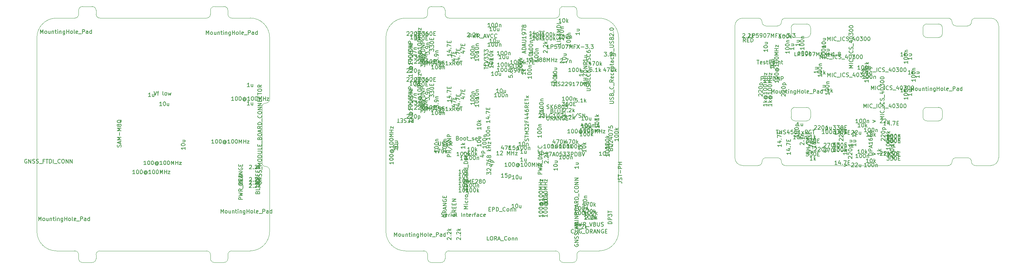
<source format=gbr>
%TF.GenerationSoftware,KiCad,Pcbnew,7.0.2*%
%TF.CreationDate,2023-05-26T09:26:56+02:00*%
%TF.ProjectId,kleinvoet,6b6c6569-6e76-46f6-9574-2e6b69636164,C*%
%TF.SameCoordinates,Original*%
%TF.FileFunction,Other,ECO1*%
%FSLAX46Y46*%
G04 Gerber Fmt 4.6, Leading zero omitted, Abs format (unit mm)*
G04 Created by KiCad (PCBNEW 7.0.2) date 2023-05-26 09:26:56*
%MOMM*%
%LPD*%
G01*
G04 APERTURE LIST*
%ADD10C,0.150000*%
%TA.AperFunction,Profile*%
%ADD11C,0.050000*%
%TD*%
G04 APERTURE END LIST*
D10*
%TO.C,C502*%
X119409524Y-45117857D02*
X119457143Y-45070238D01*
X119457143Y-45070238D02*
X119552381Y-45022619D01*
X119552381Y-45022619D02*
X119790476Y-45022619D01*
X119790476Y-45022619D02*
X119885714Y-45070238D01*
X119885714Y-45070238D02*
X119933333Y-45117857D01*
X119933333Y-45117857D02*
X119980952Y-45213095D01*
X119980952Y-45213095D02*
X119980952Y-45308333D01*
X119980952Y-45308333D02*
X119933333Y-45451190D01*
X119933333Y-45451190D02*
X119361905Y-46022619D01*
X119361905Y-46022619D02*
X119980952Y-46022619D01*
X120361905Y-45117857D02*
X120409524Y-45070238D01*
X120409524Y-45070238D02*
X120504762Y-45022619D01*
X120504762Y-45022619D02*
X120742857Y-45022619D01*
X120742857Y-45022619D02*
X120838095Y-45070238D01*
X120838095Y-45070238D02*
X120885714Y-45117857D01*
X120885714Y-45117857D02*
X120933333Y-45213095D01*
X120933333Y-45213095D02*
X120933333Y-45308333D01*
X120933333Y-45308333D02*
X120885714Y-45451190D01*
X120885714Y-45451190D02*
X120314286Y-46022619D01*
X120314286Y-46022619D02*
X120933333Y-46022619D01*
X121552381Y-45022619D02*
X121647619Y-45022619D01*
X121647619Y-45022619D02*
X121742857Y-45070238D01*
X121742857Y-45070238D02*
X121790476Y-45117857D01*
X121790476Y-45117857D02*
X121838095Y-45213095D01*
X121838095Y-45213095D02*
X121885714Y-45403571D01*
X121885714Y-45403571D02*
X121885714Y-45641666D01*
X121885714Y-45641666D02*
X121838095Y-45832142D01*
X121838095Y-45832142D02*
X121790476Y-45927380D01*
X121790476Y-45927380D02*
X121742857Y-45975000D01*
X121742857Y-45975000D02*
X121647619Y-46022619D01*
X121647619Y-46022619D02*
X121552381Y-46022619D01*
X121552381Y-46022619D02*
X121457143Y-45975000D01*
X121457143Y-45975000D02*
X121409524Y-45927380D01*
X121409524Y-45927380D02*
X121361905Y-45832142D01*
X121361905Y-45832142D02*
X121314286Y-45641666D01*
X121314286Y-45641666D02*
X121314286Y-45403571D01*
X121314286Y-45403571D02*
X121361905Y-45213095D01*
X121361905Y-45213095D02*
X121409524Y-45117857D01*
X121409524Y-45117857D02*
X121457143Y-45070238D01*
X121457143Y-45070238D02*
X121552381Y-45022619D01*
X122314286Y-45355952D02*
X122314286Y-46355952D01*
X122314286Y-45403571D02*
X122409524Y-45355952D01*
X122409524Y-45355952D02*
X122600000Y-45355952D01*
X122600000Y-45355952D02*
X122695238Y-45403571D01*
X122695238Y-45403571D02*
X122742857Y-45451190D01*
X122742857Y-45451190D02*
X122790476Y-45546428D01*
X122790476Y-45546428D02*
X122790476Y-45832142D01*
X122790476Y-45832142D02*
X122742857Y-45927380D01*
X122742857Y-45927380D02*
X122695238Y-45975000D01*
X122695238Y-45975000D02*
X122600000Y-46022619D01*
X122600000Y-46022619D02*
X122409524Y-46022619D01*
X122409524Y-46022619D02*
X122314286Y-45975000D01*
%TO.C,C501*%
X119409524Y-35597857D02*
X119457143Y-35550238D01*
X119457143Y-35550238D02*
X119552381Y-35502619D01*
X119552381Y-35502619D02*
X119790476Y-35502619D01*
X119790476Y-35502619D02*
X119885714Y-35550238D01*
X119885714Y-35550238D02*
X119933333Y-35597857D01*
X119933333Y-35597857D02*
X119980952Y-35693095D01*
X119980952Y-35693095D02*
X119980952Y-35788333D01*
X119980952Y-35788333D02*
X119933333Y-35931190D01*
X119933333Y-35931190D02*
X119361905Y-36502619D01*
X119361905Y-36502619D02*
X119980952Y-36502619D01*
X120361905Y-35597857D02*
X120409524Y-35550238D01*
X120409524Y-35550238D02*
X120504762Y-35502619D01*
X120504762Y-35502619D02*
X120742857Y-35502619D01*
X120742857Y-35502619D02*
X120838095Y-35550238D01*
X120838095Y-35550238D02*
X120885714Y-35597857D01*
X120885714Y-35597857D02*
X120933333Y-35693095D01*
X120933333Y-35693095D02*
X120933333Y-35788333D01*
X120933333Y-35788333D02*
X120885714Y-35931190D01*
X120885714Y-35931190D02*
X120314286Y-36502619D01*
X120314286Y-36502619D02*
X120933333Y-36502619D01*
X121552381Y-35502619D02*
X121647619Y-35502619D01*
X121647619Y-35502619D02*
X121742857Y-35550238D01*
X121742857Y-35550238D02*
X121790476Y-35597857D01*
X121790476Y-35597857D02*
X121838095Y-35693095D01*
X121838095Y-35693095D02*
X121885714Y-35883571D01*
X121885714Y-35883571D02*
X121885714Y-36121666D01*
X121885714Y-36121666D02*
X121838095Y-36312142D01*
X121838095Y-36312142D02*
X121790476Y-36407380D01*
X121790476Y-36407380D02*
X121742857Y-36455000D01*
X121742857Y-36455000D02*
X121647619Y-36502619D01*
X121647619Y-36502619D02*
X121552381Y-36502619D01*
X121552381Y-36502619D02*
X121457143Y-36455000D01*
X121457143Y-36455000D02*
X121409524Y-36407380D01*
X121409524Y-36407380D02*
X121361905Y-36312142D01*
X121361905Y-36312142D02*
X121314286Y-36121666D01*
X121314286Y-36121666D02*
X121314286Y-35883571D01*
X121314286Y-35883571D02*
X121361905Y-35693095D01*
X121361905Y-35693095D02*
X121409524Y-35597857D01*
X121409524Y-35597857D02*
X121457143Y-35550238D01*
X121457143Y-35550238D02*
X121552381Y-35502619D01*
X122314286Y-35835952D02*
X122314286Y-36835952D01*
X122314286Y-35883571D02*
X122409524Y-35835952D01*
X122409524Y-35835952D02*
X122600000Y-35835952D01*
X122600000Y-35835952D02*
X122695238Y-35883571D01*
X122695238Y-35883571D02*
X122742857Y-35931190D01*
X122742857Y-35931190D02*
X122790476Y-36026428D01*
X122790476Y-36026428D02*
X122790476Y-36312142D01*
X122790476Y-36312142D02*
X122742857Y-36407380D01*
X122742857Y-36407380D02*
X122695238Y-36455000D01*
X122695238Y-36455000D02*
X122600000Y-36502619D01*
X122600000Y-36502619D02*
X122409524Y-36502619D01*
X122409524Y-36502619D02*
X122314286Y-36455000D01*
%TO.C,C903*%
X169657142Y-67422619D02*
X169085714Y-67422619D01*
X169371428Y-67422619D02*
X169371428Y-66422619D01*
X169371428Y-66422619D02*
X169276190Y-66565476D01*
X169276190Y-66565476D02*
X169180952Y-66660714D01*
X169180952Y-66660714D02*
X169085714Y-66708333D01*
X170276190Y-66422619D02*
X170371428Y-66422619D01*
X170371428Y-66422619D02*
X170466666Y-66470238D01*
X170466666Y-66470238D02*
X170514285Y-66517857D01*
X170514285Y-66517857D02*
X170561904Y-66613095D01*
X170561904Y-66613095D02*
X170609523Y-66803571D01*
X170609523Y-66803571D02*
X170609523Y-67041666D01*
X170609523Y-67041666D02*
X170561904Y-67232142D01*
X170561904Y-67232142D02*
X170514285Y-67327380D01*
X170514285Y-67327380D02*
X170466666Y-67375000D01*
X170466666Y-67375000D02*
X170371428Y-67422619D01*
X170371428Y-67422619D02*
X170276190Y-67422619D01*
X170276190Y-67422619D02*
X170180952Y-67375000D01*
X170180952Y-67375000D02*
X170133333Y-67327380D01*
X170133333Y-67327380D02*
X170085714Y-67232142D01*
X170085714Y-67232142D02*
X170038095Y-67041666D01*
X170038095Y-67041666D02*
X170038095Y-66803571D01*
X170038095Y-66803571D02*
X170085714Y-66613095D01*
X170085714Y-66613095D02*
X170133333Y-66517857D01*
X170133333Y-66517857D02*
X170180952Y-66470238D01*
X170180952Y-66470238D02*
X170276190Y-66422619D01*
X171466666Y-66755952D02*
X171466666Y-67422619D01*
X171038095Y-66755952D02*
X171038095Y-67279761D01*
X171038095Y-67279761D02*
X171085714Y-67375000D01*
X171085714Y-67375000D02*
X171180952Y-67422619D01*
X171180952Y-67422619D02*
X171323809Y-67422619D01*
X171323809Y-67422619D02*
X171419047Y-67375000D01*
X171419047Y-67375000D02*
X171466666Y-67327380D01*
%TO.C,C904*%
X165057142Y-58302619D02*
X164485714Y-58302619D01*
X164771428Y-58302619D02*
X164771428Y-57302619D01*
X164771428Y-57302619D02*
X164676190Y-57445476D01*
X164676190Y-57445476D02*
X164580952Y-57540714D01*
X164580952Y-57540714D02*
X164485714Y-57588333D01*
X165676190Y-57302619D02*
X165771428Y-57302619D01*
X165771428Y-57302619D02*
X165866666Y-57350238D01*
X165866666Y-57350238D02*
X165914285Y-57397857D01*
X165914285Y-57397857D02*
X165961904Y-57493095D01*
X165961904Y-57493095D02*
X166009523Y-57683571D01*
X166009523Y-57683571D02*
X166009523Y-57921666D01*
X166009523Y-57921666D02*
X165961904Y-58112142D01*
X165961904Y-58112142D02*
X165914285Y-58207380D01*
X165914285Y-58207380D02*
X165866666Y-58255000D01*
X165866666Y-58255000D02*
X165771428Y-58302619D01*
X165771428Y-58302619D02*
X165676190Y-58302619D01*
X165676190Y-58302619D02*
X165580952Y-58255000D01*
X165580952Y-58255000D02*
X165533333Y-58207380D01*
X165533333Y-58207380D02*
X165485714Y-58112142D01*
X165485714Y-58112142D02*
X165438095Y-57921666D01*
X165438095Y-57921666D02*
X165438095Y-57683571D01*
X165438095Y-57683571D02*
X165485714Y-57493095D01*
X165485714Y-57493095D02*
X165533333Y-57397857D01*
X165533333Y-57397857D02*
X165580952Y-57350238D01*
X165580952Y-57350238D02*
X165676190Y-57302619D01*
X166866666Y-57635952D02*
X166866666Y-58302619D01*
X166438095Y-57635952D02*
X166438095Y-58159761D01*
X166438095Y-58159761D02*
X166485714Y-58255000D01*
X166485714Y-58255000D02*
X166580952Y-58302619D01*
X166580952Y-58302619D02*
X166723809Y-58302619D01*
X166723809Y-58302619D02*
X166819047Y-58255000D01*
X166819047Y-58255000D02*
X166866666Y-58207380D01*
%TO.C,R905*%
X165403038Y-82987857D02*
X165450657Y-82940238D01*
X165450657Y-82940238D02*
X165545895Y-82892619D01*
X165545895Y-82892619D02*
X165783990Y-82892619D01*
X165783990Y-82892619D02*
X165879228Y-82940238D01*
X165879228Y-82940238D02*
X165926847Y-82987857D01*
X165926847Y-82987857D02*
X165974466Y-83083095D01*
X165974466Y-83083095D02*
X165974466Y-83178333D01*
X165974466Y-83178333D02*
X165926847Y-83321190D01*
X165926847Y-83321190D02*
X165355419Y-83892619D01*
X165355419Y-83892619D02*
X165974466Y-83892619D01*
X166403038Y-83797380D02*
X166450657Y-83845000D01*
X166450657Y-83845000D02*
X166403038Y-83892619D01*
X166403038Y-83892619D02*
X166355419Y-83845000D01*
X166355419Y-83845000D02*
X166403038Y-83797380D01*
X166403038Y-83797380D02*
X166403038Y-83892619D01*
X166831609Y-82987857D02*
X166879228Y-82940238D01*
X166879228Y-82940238D02*
X166974466Y-82892619D01*
X166974466Y-82892619D02*
X167212561Y-82892619D01*
X167212561Y-82892619D02*
X167307799Y-82940238D01*
X167307799Y-82940238D02*
X167355418Y-82987857D01*
X167355418Y-82987857D02*
X167403037Y-83083095D01*
X167403037Y-83083095D02*
X167403037Y-83178333D01*
X167403037Y-83178333D02*
X167355418Y-83321190D01*
X167355418Y-83321190D02*
X166783990Y-83892619D01*
X166783990Y-83892619D02*
X167403037Y-83892619D01*
X167831609Y-83892619D02*
X167831609Y-82892619D01*
X167926847Y-83511666D02*
X168212561Y-83892619D01*
X168212561Y-83225952D02*
X167831609Y-83606904D01*
%TO.C,D901*%
X162764943Y-85632619D02*
X162764943Y-84632619D01*
X162764943Y-84632619D02*
X163145895Y-84632619D01*
X163145895Y-84632619D02*
X163241133Y-84680238D01*
X163241133Y-84680238D02*
X163288752Y-84727857D01*
X163288752Y-84727857D02*
X163336371Y-84823095D01*
X163336371Y-84823095D02*
X163336371Y-84965952D01*
X163336371Y-84965952D02*
X163288752Y-85061190D01*
X163288752Y-85061190D02*
X163241133Y-85108809D01*
X163241133Y-85108809D02*
X163145895Y-85156428D01*
X163145895Y-85156428D02*
X162764943Y-85156428D01*
X163669705Y-84632619D02*
X163907800Y-85632619D01*
X163907800Y-85632619D02*
X164098276Y-84918333D01*
X164098276Y-84918333D02*
X164288752Y-85632619D01*
X164288752Y-85632619D02*
X164526848Y-84632619D01*
X165479228Y-85632619D02*
X165145895Y-85156428D01*
X164907800Y-85632619D02*
X164907800Y-84632619D01*
X164907800Y-84632619D02*
X165288752Y-84632619D01*
X165288752Y-84632619D02*
X165383990Y-84680238D01*
X165383990Y-84680238D02*
X165431609Y-84727857D01*
X165431609Y-84727857D02*
X165479228Y-84823095D01*
X165479228Y-84823095D02*
X165479228Y-84965952D01*
X165479228Y-84965952D02*
X165431609Y-85061190D01*
X165431609Y-85061190D02*
X165383990Y-85108809D01*
X165383990Y-85108809D02*
X165288752Y-85156428D01*
X165288752Y-85156428D02*
X164907800Y-85156428D01*
X165669705Y-85727857D02*
X166431609Y-85727857D01*
X166526848Y-84632619D02*
X166860181Y-85632619D01*
X166860181Y-85632619D02*
X167193514Y-84632619D01*
X167860181Y-85108809D02*
X168003038Y-85156428D01*
X168003038Y-85156428D02*
X168050657Y-85204047D01*
X168050657Y-85204047D02*
X168098276Y-85299285D01*
X168098276Y-85299285D02*
X168098276Y-85442142D01*
X168098276Y-85442142D02*
X168050657Y-85537380D01*
X168050657Y-85537380D02*
X168003038Y-85585000D01*
X168003038Y-85585000D02*
X167907800Y-85632619D01*
X167907800Y-85632619D02*
X167526848Y-85632619D01*
X167526848Y-85632619D02*
X167526848Y-84632619D01*
X167526848Y-84632619D02*
X167860181Y-84632619D01*
X167860181Y-84632619D02*
X167955419Y-84680238D01*
X167955419Y-84680238D02*
X168003038Y-84727857D01*
X168003038Y-84727857D02*
X168050657Y-84823095D01*
X168050657Y-84823095D02*
X168050657Y-84918333D01*
X168050657Y-84918333D02*
X168003038Y-85013571D01*
X168003038Y-85013571D02*
X167955419Y-85061190D01*
X167955419Y-85061190D02*
X167860181Y-85108809D01*
X167860181Y-85108809D02*
X167526848Y-85108809D01*
X168526848Y-84632619D02*
X168526848Y-85442142D01*
X168526848Y-85442142D02*
X168574467Y-85537380D01*
X168574467Y-85537380D02*
X168622086Y-85585000D01*
X168622086Y-85585000D02*
X168717324Y-85632619D01*
X168717324Y-85632619D02*
X168907800Y-85632619D01*
X168907800Y-85632619D02*
X169003038Y-85585000D01*
X169003038Y-85585000D02*
X169050657Y-85537380D01*
X169050657Y-85537380D02*
X169098276Y-85442142D01*
X169098276Y-85442142D02*
X169098276Y-84632619D01*
X169526848Y-85585000D02*
X169669705Y-85632619D01*
X169669705Y-85632619D02*
X169907800Y-85632619D01*
X169907800Y-85632619D02*
X170003038Y-85585000D01*
X170003038Y-85585000D02*
X170050657Y-85537380D01*
X170050657Y-85537380D02*
X170098276Y-85442142D01*
X170098276Y-85442142D02*
X170098276Y-85346904D01*
X170098276Y-85346904D02*
X170050657Y-85251666D01*
X170050657Y-85251666D02*
X170003038Y-85204047D01*
X170003038Y-85204047D02*
X169907800Y-85156428D01*
X169907800Y-85156428D02*
X169717324Y-85108809D01*
X169717324Y-85108809D02*
X169622086Y-85061190D01*
X169622086Y-85061190D02*
X169574467Y-85013571D01*
X169574467Y-85013571D02*
X169526848Y-84918333D01*
X169526848Y-84918333D02*
X169526848Y-84823095D01*
X169526848Y-84823095D02*
X169574467Y-84727857D01*
X169574467Y-84727857D02*
X169622086Y-84680238D01*
X169622086Y-84680238D02*
X169717324Y-84632619D01*
X169717324Y-84632619D02*
X169955419Y-84632619D01*
X169955419Y-84632619D02*
X170098276Y-84680238D01*
%TO.C,D902*%
X162383990Y-87337380D02*
X162336371Y-87385000D01*
X162336371Y-87385000D02*
X162193514Y-87432619D01*
X162193514Y-87432619D02*
X162098276Y-87432619D01*
X162098276Y-87432619D02*
X161955419Y-87385000D01*
X161955419Y-87385000D02*
X161860181Y-87289761D01*
X161860181Y-87289761D02*
X161812562Y-87194523D01*
X161812562Y-87194523D02*
X161764943Y-87004047D01*
X161764943Y-87004047D02*
X161764943Y-86861190D01*
X161764943Y-86861190D02*
X161812562Y-86670714D01*
X161812562Y-86670714D02*
X161860181Y-86575476D01*
X161860181Y-86575476D02*
X161955419Y-86480238D01*
X161955419Y-86480238D02*
X162098276Y-86432619D01*
X162098276Y-86432619D02*
X162193514Y-86432619D01*
X162193514Y-86432619D02*
X162336371Y-86480238D01*
X162336371Y-86480238D02*
X162383990Y-86527857D01*
X162812562Y-87432619D02*
X162812562Y-86432619D01*
X162812562Y-86908809D02*
X163383990Y-86908809D01*
X163383990Y-87432619D02*
X163383990Y-86432619D01*
X164383990Y-86480238D02*
X164288752Y-86432619D01*
X164288752Y-86432619D02*
X164145895Y-86432619D01*
X164145895Y-86432619D02*
X164003038Y-86480238D01*
X164003038Y-86480238D02*
X163907800Y-86575476D01*
X163907800Y-86575476D02*
X163860181Y-86670714D01*
X163860181Y-86670714D02*
X163812562Y-86861190D01*
X163812562Y-86861190D02*
X163812562Y-87004047D01*
X163812562Y-87004047D02*
X163860181Y-87194523D01*
X163860181Y-87194523D02*
X163907800Y-87289761D01*
X163907800Y-87289761D02*
X164003038Y-87385000D01*
X164003038Y-87385000D02*
X164145895Y-87432619D01*
X164145895Y-87432619D02*
X164241133Y-87432619D01*
X164241133Y-87432619D02*
X164383990Y-87385000D01*
X164383990Y-87385000D02*
X164431609Y-87337380D01*
X164431609Y-87337380D02*
X164431609Y-87004047D01*
X164431609Y-87004047D02*
X164241133Y-87004047D01*
X164622086Y-87527857D02*
X165383990Y-87527857D01*
X165812562Y-86432619D02*
X166003038Y-86432619D01*
X166003038Y-86432619D02*
X166098276Y-86480238D01*
X166098276Y-86480238D02*
X166193514Y-86575476D01*
X166193514Y-86575476D02*
X166241133Y-86765952D01*
X166241133Y-86765952D02*
X166241133Y-87099285D01*
X166241133Y-87099285D02*
X166193514Y-87289761D01*
X166193514Y-87289761D02*
X166098276Y-87385000D01*
X166098276Y-87385000D02*
X166003038Y-87432619D01*
X166003038Y-87432619D02*
X165812562Y-87432619D01*
X165812562Y-87432619D02*
X165717324Y-87385000D01*
X165717324Y-87385000D02*
X165622086Y-87289761D01*
X165622086Y-87289761D02*
X165574467Y-87099285D01*
X165574467Y-87099285D02*
X165574467Y-86765952D01*
X165574467Y-86765952D02*
X165622086Y-86575476D01*
X165622086Y-86575476D02*
X165717324Y-86480238D01*
X165717324Y-86480238D02*
X165812562Y-86432619D01*
X167241133Y-87432619D02*
X166907800Y-86956428D01*
X166669705Y-87432619D02*
X166669705Y-86432619D01*
X166669705Y-86432619D02*
X167050657Y-86432619D01*
X167050657Y-86432619D02*
X167145895Y-86480238D01*
X167145895Y-86480238D02*
X167193514Y-86527857D01*
X167193514Y-86527857D02*
X167241133Y-86623095D01*
X167241133Y-86623095D02*
X167241133Y-86765952D01*
X167241133Y-86765952D02*
X167193514Y-86861190D01*
X167193514Y-86861190D02*
X167145895Y-86908809D01*
X167145895Y-86908809D02*
X167050657Y-86956428D01*
X167050657Y-86956428D02*
X166669705Y-86956428D01*
X167622086Y-87146904D02*
X168098276Y-87146904D01*
X167526848Y-87432619D02*
X167860181Y-86432619D01*
X167860181Y-86432619D02*
X168193514Y-87432619D01*
X168526848Y-87432619D02*
X168526848Y-86432619D01*
X168526848Y-86432619D02*
X169098276Y-87432619D01*
X169098276Y-87432619D02*
X169098276Y-86432619D01*
X170098276Y-86480238D02*
X170003038Y-86432619D01*
X170003038Y-86432619D02*
X169860181Y-86432619D01*
X169860181Y-86432619D02*
X169717324Y-86480238D01*
X169717324Y-86480238D02*
X169622086Y-86575476D01*
X169622086Y-86575476D02*
X169574467Y-86670714D01*
X169574467Y-86670714D02*
X169526848Y-86861190D01*
X169526848Y-86861190D02*
X169526848Y-87004047D01*
X169526848Y-87004047D02*
X169574467Y-87194523D01*
X169574467Y-87194523D02*
X169622086Y-87289761D01*
X169622086Y-87289761D02*
X169717324Y-87385000D01*
X169717324Y-87385000D02*
X169860181Y-87432619D01*
X169860181Y-87432619D02*
X169955419Y-87432619D01*
X169955419Y-87432619D02*
X170098276Y-87385000D01*
X170098276Y-87385000D02*
X170145895Y-87337380D01*
X170145895Y-87337380D02*
X170145895Y-87004047D01*
X170145895Y-87004047D02*
X169955419Y-87004047D01*
X170574467Y-86908809D02*
X170907800Y-86908809D01*
X171050657Y-87432619D02*
X170574467Y-87432619D01*
X170574467Y-87432619D02*
X170574467Y-86432619D01*
X170574467Y-86432619D02*
X171050657Y-86432619D01*
%TO.C,R908*%
X163003038Y-85327857D02*
X163050657Y-85280238D01*
X163050657Y-85280238D02*
X163145895Y-85232619D01*
X163145895Y-85232619D02*
X163383990Y-85232619D01*
X163383990Y-85232619D02*
X163479228Y-85280238D01*
X163479228Y-85280238D02*
X163526847Y-85327857D01*
X163526847Y-85327857D02*
X163574466Y-85423095D01*
X163574466Y-85423095D02*
X163574466Y-85518333D01*
X163574466Y-85518333D02*
X163526847Y-85661190D01*
X163526847Y-85661190D02*
X162955419Y-86232619D01*
X162955419Y-86232619D02*
X163574466Y-86232619D01*
X164003038Y-86137380D02*
X164050657Y-86185000D01*
X164050657Y-86185000D02*
X164003038Y-86232619D01*
X164003038Y-86232619D02*
X163955419Y-86185000D01*
X163955419Y-86185000D02*
X164003038Y-86137380D01*
X164003038Y-86137380D02*
X164003038Y-86232619D01*
X164431609Y-85327857D02*
X164479228Y-85280238D01*
X164479228Y-85280238D02*
X164574466Y-85232619D01*
X164574466Y-85232619D02*
X164812561Y-85232619D01*
X164812561Y-85232619D02*
X164907799Y-85280238D01*
X164907799Y-85280238D02*
X164955418Y-85327857D01*
X164955418Y-85327857D02*
X165003037Y-85423095D01*
X165003037Y-85423095D02*
X165003037Y-85518333D01*
X165003037Y-85518333D02*
X164955418Y-85661190D01*
X164955418Y-85661190D02*
X164383990Y-86232619D01*
X164383990Y-86232619D02*
X165003037Y-86232619D01*
X165431609Y-86232619D02*
X165431609Y-85232619D01*
X165526847Y-85851666D02*
X165812561Y-86232619D01*
X165812561Y-85565952D02*
X165431609Y-85946904D01*
%TO.C,Y101*%
X143135971Y-67265619D02*
X142564543Y-67265619D01*
X142850257Y-67265619D02*
X142850257Y-66265619D01*
X142850257Y-66265619D02*
X142755019Y-66408476D01*
X142755019Y-66408476D02*
X142659781Y-66503714D01*
X142659781Y-66503714D02*
X142564543Y-66551333D01*
X143516924Y-66360857D02*
X143564543Y-66313238D01*
X143564543Y-66313238D02*
X143659781Y-66265619D01*
X143659781Y-66265619D02*
X143897876Y-66265619D01*
X143897876Y-66265619D02*
X143993114Y-66313238D01*
X143993114Y-66313238D02*
X144040733Y-66360857D01*
X144040733Y-66360857D02*
X144088352Y-66456095D01*
X144088352Y-66456095D02*
X144088352Y-66551333D01*
X144088352Y-66551333D02*
X144040733Y-66694190D01*
X144040733Y-66694190D02*
X143469305Y-67265619D01*
X143469305Y-67265619D02*
X144088352Y-67265619D01*
X145278829Y-67265619D02*
X145278829Y-66265619D01*
X145278829Y-66265619D02*
X145612162Y-66979904D01*
X145612162Y-66979904D02*
X145945495Y-66265619D01*
X145945495Y-66265619D02*
X145945495Y-67265619D01*
X146421686Y-67265619D02*
X146421686Y-66265619D01*
X146421686Y-66741809D02*
X146993114Y-66741809D01*
X146993114Y-67265619D02*
X146993114Y-66265619D01*
X147374067Y-66598952D02*
X147897876Y-66598952D01*
X147897876Y-66598952D02*
X147374067Y-67265619D01*
X147374067Y-67265619D02*
X147897876Y-67265619D01*
%TO.C,SW101*%
X120527381Y-57937380D02*
X120860714Y-58413571D01*
X121098809Y-57937380D02*
X121098809Y-58937380D01*
X121098809Y-58937380D02*
X120717857Y-58937380D01*
X120717857Y-58937380D02*
X120622619Y-58889761D01*
X120622619Y-58889761D02*
X120575000Y-58842142D01*
X120575000Y-58842142D02*
X120527381Y-58746904D01*
X120527381Y-58746904D02*
X120527381Y-58604047D01*
X120527381Y-58604047D02*
X120575000Y-58508809D01*
X120575000Y-58508809D02*
X120622619Y-58461190D01*
X120622619Y-58461190D02*
X120717857Y-58413571D01*
X120717857Y-58413571D02*
X121098809Y-58413571D01*
X120098809Y-58461190D02*
X119765476Y-58461190D01*
X119622619Y-57937380D02*
X120098809Y-57937380D01*
X120098809Y-57937380D02*
X120098809Y-58937380D01*
X120098809Y-58937380D02*
X119622619Y-58937380D01*
X119241666Y-57985000D02*
X119098809Y-57937380D01*
X119098809Y-57937380D02*
X118860714Y-57937380D01*
X118860714Y-57937380D02*
X118765476Y-57985000D01*
X118765476Y-57985000D02*
X118717857Y-58032619D01*
X118717857Y-58032619D02*
X118670238Y-58127857D01*
X118670238Y-58127857D02*
X118670238Y-58223095D01*
X118670238Y-58223095D02*
X118717857Y-58318333D01*
X118717857Y-58318333D02*
X118765476Y-58365952D01*
X118765476Y-58365952D02*
X118860714Y-58413571D01*
X118860714Y-58413571D02*
X119051190Y-58461190D01*
X119051190Y-58461190D02*
X119146428Y-58508809D01*
X119146428Y-58508809D02*
X119194047Y-58556428D01*
X119194047Y-58556428D02*
X119241666Y-58651666D01*
X119241666Y-58651666D02*
X119241666Y-58746904D01*
X119241666Y-58746904D02*
X119194047Y-58842142D01*
X119194047Y-58842142D02*
X119146428Y-58889761D01*
X119146428Y-58889761D02*
X119051190Y-58937380D01*
X119051190Y-58937380D02*
X118813095Y-58937380D01*
X118813095Y-58937380D02*
X118670238Y-58889761D01*
X118241666Y-58461190D02*
X117908333Y-58461190D01*
X117765476Y-57937380D02*
X118241666Y-57937380D01*
X118241666Y-57937380D02*
X118241666Y-58937380D01*
X118241666Y-58937380D02*
X117765476Y-58937380D01*
X117479761Y-58937380D02*
X116908333Y-58937380D01*
X117194047Y-57937380D02*
X117194047Y-58937380D01*
%TO.C,R209*%
X163319047Y-52692619D02*
X162842857Y-52692619D01*
X162842857Y-52692619D02*
X162795238Y-53168809D01*
X162795238Y-53168809D02*
X162842857Y-53121190D01*
X162842857Y-53121190D02*
X162938095Y-53073571D01*
X162938095Y-53073571D02*
X163176190Y-53073571D01*
X163176190Y-53073571D02*
X163271428Y-53121190D01*
X163271428Y-53121190D02*
X163319047Y-53168809D01*
X163319047Y-53168809D02*
X163366666Y-53264047D01*
X163366666Y-53264047D02*
X163366666Y-53502142D01*
X163366666Y-53502142D02*
X163319047Y-53597380D01*
X163319047Y-53597380D02*
X163271428Y-53645000D01*
X163271428Y-53645000D02*
X163176190Y-53692619D01*
X163176190Y-53692619D02*
X162938095Y-53692619D01*
X162938095Y-53692619D02*
X162842857Y-53645000D01*
X162842857Y-53645000D02*
X162795238Y-53597380D01*
X163795238Y-53597380D02*
X163842857Y-53645000D01*
X163842857Y-53645000D02*
X163795238Y-53692619D01*
X163795238Y-53692619D02*
X163747619Y-53645000D01*
X163747619Y-53645000D02*
X163795238Y-53597380D01*
X163795238Y-53597380D02*
X163795238Y-53692619D01*
X164795237Y-53692619D02*
X164223809Y-53692619D01*
X164509523Y-53692619D02*
X164509523Y-52692619D01*
X164509523Y-52692619D02*
X164414285Y-52835476D01*
X164414285Y-52835476D02*
X164319047Y-52930714D01*
X164319047Y-52930714D02*
X164223809Y-52978333D01*
X165223809Y-53692619D02*
X165223809Y-52692619D01*
X165319047Y-53311666D02*
X165604761Y-53692619D01*
X165604761Y-53025952D02*
X165223809Y-53406904D01*
%TO.C,CB401*%
X151522619Y-46969047D02*
X151522619Y-47540475D01*
X151522619Y-47254761D02*
X150522619Y-47254761D01*
X150522619Y-47254761D02*
X150665476Y-47349999D01*
X150665476Y-47349999D02*
X150760714Y-47445237D01*
X150760714Y-47445237D02*
X150808333Y-47540475D01*
X150522619Y-46349999D02*
X150522619Y-46254761D01*
X150522619Y-46254761D02*
X150570238Y-46159523D01*
X150570238Y-46159523D02*
X150617857Y-46111904D01*
X150617857Y-46111904D02*
X150713095Y-46064285D01*
X150713095Y-46064285D02*
X150903571Y-46016666D01*
X150903571Y-46016666D02*
X151141666Y-46016666D01*
X151141666Y-46016666D02*
X151332142Y-46064285D01*
X151332142Y-46064285D02*
X151427380Y-46111904D01*
X151427380Y-46111904D02*
X151475000Y-46159523D01*
X151475000Y-46159523D02*
X151522619Y-46254761D01*
X151522619Y-46254761D02*
X151522619Y-46349999D01*
X151522619Y-46349999D02*
X151475000Y-46445237D01*
X151475000Y-46445237D02*
X151427380Y-46492856D01*
X151427380Y-46492856D02*
X151332142Y-46540475D01*
X151332142Y-46540475D02*
X151141666Y-46588094D01*
X151141666Y-46588094D02*
X150903571Y-46588094D01*
X150903571Y-46588094D02*
X150713095Y-46540475D01*
X150713095Y-46540475D02*
X150617857Y-46492856D01*
X150617857Y-46492856D02*
X150570238Y-46445237D01*
X150570238Y-46445237D02*
X150522619Y-46349999D01*
X150522619Y-45397618D02*
X150522619Y-45302380D01*
X150522619Y-45302380D02*
X150570238Y-45207142D01*
X150570238Y-45207142D02*
X150617857Y-45159523D01*
X150617857Y-45159523D02*
X150713095Y-45111904D01*
X150713095Y-45111904D02*
X150903571Y-45064285D01*
X150903571Y-45064285D02*
X151141666Y-45064285D01*
X151141666Y-45064285D02*
X151332142Y-45111904D01*
X151332142Y-45111904D02*
X151427380Y-45159523D01*
X151427380Y-45159523D02*
X151475000Y-45207142D01*
X151475000Y-45207142D02*
X151522619Y-45302380D01*
X151522619Y-45302380D02*
X151522619Y-45397618D01*
X151522619Y-45397618D02*
X151475000Y-45492856D01*
X151475000Y-45492856D02*
X151427380Y-45540475D01*
X151427380Y-45540475D02*
X151332142Y-45588094D01*
X151332142Y-45588094D02*
X151141666Y-45635713D01*
X151141666Y-45635713D02*
X150903571Y-45635713D01*
X150903571Y-45635713D02*
X150713095Y-45588094D01*
X150713095Y-45588094D02*
X150617857Y-45540475D01*
X150617857Y-45540475D02*
X150570238Y-45492856D01*
X150570238Y-45492856D02*
X150522619Y-45397618D01*
X150855952Y-44635713D02*
X151522619Y-44635713D01*
X150951190Y-44635713D02*
X150903571Y-44588094D01*
X150903571Y-44588094D02*
X150855952Y-44492856D01*
X150855952Y-44492856D02*
X150855952Y-44349999D01*
X150855952Y-44349999D02*
X150903571Y-44254761D01*
X150903571Y-44254761D02*
X150998809Y-44207142D01*
X150998809Y-44207142D02*
X151522619Y-44207142D01*
%TO.C,C101*%
X154602619Y-57142857D02*
X154602619Y-57714285D01*
X154602619Y-57428571D02*
X153602619Y-57428571D01*
X153602619Y-57428571D02*
X153745476Y-57523809D01*
X153745476Y-57523809D02*
X153840714Y-57619047D01*
X153840714Y-57619047D02*
X153888333Y-57714285D01*
X153602619Y-56523809D02*
X153602619Y-56428571D01*
X153602619Y-56428571D02*
X153650238Y-56333333D01*
X153650238Y-56333333D02*
X153697857Y-56285714D01*
X153697857Y-56285714D02*
X153793095Y-56238095D01*
X153793095Y-56238095D02*
X153983571Y-56190476D01*
X153983571Y-56190476D02*
X154221666Y-56190476D01*
X154221666Y-56190476D02*
X154412142Y-56238095D01*
X154412142Y-56238095D02*
X154507380Y-56285714D01*
X154507380Y-56285714D02*
X154555000Y-56333333D01*
X154555000Y-56333333D02*
X154602619Y-56428571D01*
X154602619Y-56428571D02*
X154602619Y-56523809D01*
X154602619Y-56523809D02*
X154555000Y-56619047D01*
X154555000Y-56619047D02*
X154507380Y-56666666D01*
X154507380Y-56666666D02*
X154412142Y-56714285D01*
X154412142Y-56714285D02*
X154221666Y-56761904D01*
X154221666Y-56761904D02*
X153983571Y-56761904D01*
X153983571Y-56761904D02*
X153793095Y-56714285D01*
X153793095Y-56714285D02*
X153697857Y-56666666D01*
X153697857Y-56666666D02*
X153650238Y-56619047D01*
X153650238Y-56619047D02*
X153602619Y-56523809D01*
X153935952Y-55333333D02*
X154602619Y-55333333D01*
X153935952Y-55761904D02*
X154459761Y-55761904D01*
X154459761Y-55761904D02*
X154555000Y-55714285D01*
X154555000Y-55714285D02*
X154602619Y-55619047D01*
X154602619Y-55619047D02*
X154602619Y-55476190D01*
X154602619Y-55476190D02*
X154555000Y-55380952D01*
X154555000Y-55380952D02*
X154507380Y-55333333D01*
%TO.C,C103*%
X138502619Y-64442857D02*
X138502619Y-65014285D01*
X138502619Y-64728571D02*
X137502619Y-64728571D01*
X137502619Y-64728571D02*
X137645476Y-64823809D01*
X137645476Y-64823809D02*
X137740714Y-64919047D01*
X137740714Y-64919047D02*
X137788333Y-65014285D01*
X137502619Y-63823809D02*
X137502619Y-63728571D01*
X137502619Y-63728571D02*
X137550238Y-63633333D01*
X137550238Y-63633333D02*
X137597857Y-63585714D01*
X137597857Y-63585714D02*
X137693095Y-63538095D01*
X137693095Y-63538095D02*
X137883571Y-63490476D01*
X137883571Y-63490476D02*
X138121666Y-63490476D01*
X138121666Y-63490476D02*
X138312142Y-63538095D01*
X138312142Y-63538095D02*
X138407380Y-63585714D01*
X138407380Y-63585714D02*
X138455000Y-63633333D01*
X138455000Y-63633333D02*
X138502619Y-63728571D01*
X138502619Y-63728571D02*
X138502619Y-63823809D01*
X138502619Y-63823809D02*
X138455000Y-63919047D01*
X138455000Y-63919047D02*
X138407380Y-63966666D01*
X138407380Y-63966666D02*
X138312142Y-64014285D01*
X138312142Y-64014285D02*
X138121666Y-64061904D01*
X138121666Y-64061904D02*
X137883571Y-64061904D01*
X137883571Y-64061904D02*
X137693095Y-64014285D01*
X137693095Y-64014285D02*
X137597857Y-63966666D01*
X137597857Y-63966666D02*
X137550238Y-63919047D01*
X137550238Y-63919047D02*
X137502619Y-63823809D01*
X137835952Y-62633333D02*
X138502619Y-62633333D01*
X137835952Y-63061904D02*
X138359761Y-63061904D01*
X138359761Y-63061904D02*
X138455000Y-63014285D01*
X138455000Y-63014285D02*
X138502619Y-62919047D01*
X138502619Y-62919047D02*
X138502619Y-62776190D01*
X138502619Y-62776190D02*
X138455000Y-62680952D01*
X138455000Y-62680952D02*
X138407380Y-62633333D01*
%TO.C,C104*%
X146357142Y-65902619D02*
X145785714Y-65902619D01*
X146071428Y-65902619D02*
X146071428Y-64902619D01*
X146071428Y-64902619D02*
X145976190Y-65045476D01*
X145976190Y-65045476D02*
X145880952Y-65140714D01*
X145880952Y-65140714D02*
X145785714Y-65188333D01*
X147261904Y-64902619D02*
X146785714Y-64902619D01*
X146785714Y-64902619D02*
X146738095Y-65378809D01*
X146738095Y-65378809D02*
X146785714Y-65331190D01*
X146785714Y-65331190D02*
X146880952Y-65283571D01*
X146880952Y-65283571D02*
X147119047Y-65283571D01*
X147119047Y-65283571D02*
X147214285Y-65331190D01*
X147214285Y-65331190D02*
X147261904Y-65378809D01*
X147261904Y-65378809D02*
X147309523Y-65474047D01*
X147309523Y-65474047D02*
X147309523Y-65712142D01*
X147309523Y-65712142D02*
X147261904Y-65807380D01*
X147261904Y-65807380D02*
X147214285Y-65855000D01*
X147214285Y-65855000D02*
X147119047Y-65902619D01*
X147119047Y-65902619D02*
X146880952Y-65902619D01*
X146880952Y-65902619D02*
X146785714Y-65855000D01*
X146785714Y-65855000D02*
X146738095Y-65807380D01*
X147738095Y-65235952D02*
X147738095Y-66235952D01*
X147738095Y-65283571D02*
X147833333Y-65235952D01*
X147833333Y-65235952D02*
X148023809Y-65235952D01*
X148023809Y-65235952D02*
X148119047Y-65283571D01*
X148119047Y-65283571D02*
X148166666Y-65331190D01*
X148166666Y-65331190D02*
X148214285Y-65426428D01*
X148214285Y-65426428D02*
X148214285Y-65712142D01*
X148214285Y-65712142D02*
X148166666Y-65807380D01*
X148166666Y-65807380D02*
X148119047Y-65855000D01*
X148119047Y-65855000D02*
X148023809Y-65902619D01*
X148023809Y-65902619D02*
X147833333Y-65902619D01*
X147833333Y-65902619D02*
X147738095Y-65855000D01*
%TO.C,C105*%
X140968352Y-69711904D02*
X141635019Y-69711904D01*
X140587400Y-69949999D02*
X141301685Y-70188094D01*
X141301685Y-70188094D02*
X141301685Y-69569047D01*
X140968352Y-69188094D02*
X141968352Y-69188094D01*
X141015971Y-69188094D02*
X140968352Y-69092856D01*
X140968352Y-69092856D02*
X140968352Y-68902380D01*
X140968352Y-68902380D02*
X141015971Y-68807142D01*
X141015971Y-68807142D02*
X141063590Y-68759523D01*
X141063590Y-68759523D02*
X141158828Y-68711904D01*
X141158828Y-68711904D02*
X141444542Y-68711904D01*
X141444542Y-68711904D02*
X141539780Y-68759523D01*
X141539780Y-68759523D02*
X141587400Y-68807142D01*
X141587400Y-68807142D02*
X141635019Y-68902380D01*
X141635019Y-68902380D02*
X141635019Y-69092856D01*
X141635019Y-69092856D02*
X141587400Y-69188094D01*
%TO.C,C106*%
X138648352Y-67311904D02*
X139315019Y-67311904D01*
X138267400Y-67549999D02*
X138981685Y-67788094D01*
X138981685Y-67788094D02*
X138981685Y-67169047D01*
X138648352Y-66788094D02*
X139648352Y-66788094D01*
X138695971Y-66788094D02*
X138648352Y-66692856D01*
X138648352Y-66692856D02*
X138648352Y-66502380D01*
X138648352Y-66502380D02*
X138695971Y-66407142D01*
X138695971Y-66407142D02*
X138743590Y-66359523D01*
X138743590Y-66359523D02*
X138838828Y-66311904D01*
X138838828Y-66311904D02*
X139124542Y-66311904D01*
X139124542Y-66311904D02*
X139219780Y-66359523D01*
X139219780Y-66359523D02*
X139267400Y-66407142D01*
X139267400Y-66407142D02*
X139315019Y-66502380D01*
X139315019Y-66502380D02*
X139315019Y-66692856D01*
X139315019Y-66692856D02*
X139267400Y-66788094D01*
%TO.C,C403*%
X147157142Y-44822619D02*
X146585714Y-44822619D01*
X146871428Y-44822619D02*
X146871428Y-43822619D01*
X146871428Y-43822619D02*
X146776190Y-43965476D01*
X146776190Y-43965476D02*
X146680952Y-44060714D01*
X146680952Y-44060714D02*
X146585714Y-44108333D01*
X147776190Y-43822619D02*
X147871428Y-43822619D01*
X147871428Y-43822619D02*
X147966666Y-43870238D01*
X147966666Y-43870238D02*
X148014285Y-43917857D01*
X148014285Y-43917857D02*
X148061904Y-44013095D01*
X148061904Y-44013095D02*
X148109523Y-44203571D01*
X148109523Y-44203571D02*
X148109523Y-44441666D01*
X148109523Y-44441666D02*
X148061904Y-44632142D01*
X148061904Y-44632142D02*
X148014285Y-44727380D01*
X148014285Y-44727380D02*
X147966666Y-44775000D01*
X147966666Y-44775000D02*
X147871428Y-44822619D01*
X147871428Y-44822619D02*
X147776190Y-44822619D01*
X147776190Y-44822619D02*
X147680952Y-44775000D01*
X147680952Y-44775000D02*
X147633333Y-44727380D01*
X147633333Y-44727380D02*
X147585714Y-44632142D01*
X147585714Y-44632142D02*
X147538095Y-44441666D01*
X147538095Y-44441666D02*
X147538095Y-44203571D01*
X147538095Y-44203571D02*
X147585714Y-44013095D01*
X147585714Y-44013095D02*
X147633333Y-43917857D01*
X147633333Y-43917857D02*
X147680952Y-43870238D01*
X147680952Y-43870238D02*
X147776190Y-43822619D01*
X148966666Y-44155952D02*
X148966666Y-44822619D01*
X148538095Y-44155952D02*
X148538095Y-44679761D01*
X148538095Y-44679761D02*
X148585714Y-44775000D01*
X148585714Y-44775000D02*
X148680952Y-44822619D01*
X148680952Y-44822619D02*
X148823809Y-44822619D01*
X148823809Y-44822619D02*
X148919047Y-44775000D01*
X148919047Y-44775000D02*
X148966666Y-44727380D01*
%TO.C,CB102*%
X127522619Y-66019047D02*
X127522619Y-66590475D01*
X127522619Y-66304761D02*
X126522619Y-66304761D01*
X126522619Y-66304761D02*
X126665476Y-66399999D01*
X126665476Y-66399999D02*
X126760714Y-66495237D01*
X126760714Y-66495237D02*
X126808333Y-66590475D01*
X126522619Y-65399999D02*
X126522619Y-65304761D01*
X126522619Y-65304761D02*
X126570238Y-65209523D01*
X126570238Y-65209523D02*
X126617857Y-65161904D01*
X126617857Y-65161904D02*
X126713095Y-65114285D01*
X126713095Y-65114285D02*
X126903571Y-65066666D01*
X126903571Y-65066666D02*
X127141666Y-65066666D01*
X127141666Y-65066666D02*
X127332142Y-65114285D01*
X127332142Y-65114285D02*
X127427380Y-65161904D01*
X127427380Y-65161904D02*
X127475000Y-65209523D01*
X127475000Y-65209523D02*
X127522619Y-65304761D01*
X127522619Y-65304761D02*
X127522619Y-65399999D01*
X127522619Y-65399999D02*
X127475000Y-65495237D01*
X127475000Y-65495237D02*
X127427380Y-65542856D01*
X127427380Y-65542856D02*
X127332142Y-65590475D01*
X127332142Y-65590475D02*
X127141666Y-65638094D01*
X127141666Y-65638094D02*
X126903571Y-65638094D01*
X126903571Y-65638094D02*
X126713095Y-65590475D01*
X126713095Y-65590475D02*
X126617857Y-65542856D01*
X126617857Y-65542856D02*
X126570238Y-65495237D01*
X126570238Y-65495237D02*
X126522619Y-65399999D01*
X126522619Y-64447618D02*
X126522619Y-64352380D01*
X126522619Y-64352380D02*
X126570238Y-64257142D01*
X126570238Y-64257142D02*
X126617857Y-64209523D01*
X126617857Y-64209523D02*
X126713095Y-64161904D01*
X126713095Y-64161904D02*
X126903571Y-64114285D01*
X126903571Y-64114285D02*
X127141666Y-64114285D01*
X127141666Y-64114285D02*
X127332142Y-64161904D01*
X127332142Y-64161904D02*
X127427380Y-64209523D01*
X127427380Y-64209523D02*
X127475000Y-64257142D01*
X127475000Y-64257142D02*
X127522619Y-64352380D01*
X127522619Y-64352380D02*
X127522619Y-64447618D01*
X127522619Y-64447618D02*
X127475000Y-64542856D01*
X127475000Y-64542856D02*
X127427380Y-64590475D01*
X127427380Y-64590475D02*
X127332142Y-64638094D01*
X127332142Y-64638094D02*
X127141666Y-64685713D01*
X127141666Y-64685713D02*
X126903571Y-64685713D01*
X126903571Y-64685713D02*
X126713095Y-64638094D01*
X126713095Y-64638094D02*
X126617857Y-64590475D01*
X126617857Y-64590475D02*
X126570238Y-64542856D01*
X126570238Y-64542856D02*
X126522619Y-64447618D01*
X126855952Y-63685713D02*
X127522619Y-63685713D01*
X126951190Y-63685713D02*
X126903571Y-63638094D01*
X126903571Y-63638094D02*
X126855952Y-63542856D01*
X126855952Y-63542856D02*
X126855952Y-63399999D01*
X126855952Y-63399999D02*
X126903571Y-63304761D01*
X126903571Y-63304761D02*
X126998809Y-63257142D01*
X126998809Y-63257142D02*
X127522619Y-63257142D01*
%TO.C,CB101*%
X154602619Y-55619047D02*
X154602619Y-56190475D01*
X154602619Y-55904761D02*
X153602619Y-55904761D01*
X153602619Y-55904761D02*
X153745476Y-55999999D01*
X153745476Y-55999999D02*
X153840714Y-56095237D01*
X153840714Y-56095237D02*
X153888333Y-56190475D01*
X153602619Y-54999999D02*
X153602619Y-54904761D01*
X153602619Y-54904761D02*
X153650238Y-54809523D01*
X153650238Y-54809523D02*
X153697857Y-54761904D01*
X153697857Y-54761904D02*
X153793095Y-54714285D01*
X153793095Y-54714285D02*
X153983571Y-54666666D01*
X153983571Y-54666666D02*
X154221666Y-54666666D01*
X154221666Y-54666666D02*
X154412142Y-54714285D01*
X154412142Y-54714285D02*
X154507380Y-54761904D01*
X154507380Y-54761904D02*
X154555000Y-54809523D01*
X154555000Y-54809523D02*
X154602619Y-54904761D01*
X154602619Y-54904761D02*
X154602619Y-54999999D01*
X154602619Y-54999999D02*
X154555000Y-55095237D01*
X154555000Y-55095237D02*
X154507380Y-55142856D01*
X154507380Y-55142856D02*
X154412142Y-55190475D01*
X154412142Y-55190475D02*
X154221666Y-55238094D01*
X154221666Y-55238094D02*
X153983571Y-55238094D01*
X153983571Y-55238094D02*
X153793095Y-55190475D01*
X153793095Y-55190475D02*
X153697857Y-55142856D01*
X153697857Y-55142856D02*
X153650238Y-55095237D01*
X153650238Y-55095237D02*
X153602619Y-54999999D01*
X153602619Y-54047618D02*
X153602619Y-53952380D01*
X153602619Y-53952380D02*
X153650238Y-53857142D01*
X153650238Y-53857142D02*
X153697857Y-53809523D01*
X153697857Y-53809523D02*
X153793095Y-53761904D01*
X153793095Y-53761904D02*
X153983571Y-53714285D01*
X153983571Y-53714285D02*
X154221666Y-53714285D01*
X154221666Y-53714285D02*
X154412142Y-53761904D01*
X154412142Y-53761904D02*
X154507380Y-53809523D01*
X154507380Y-53809523D02*
X154555000Y-53857142D01*
X154555000Y-53857142D02*
X154602619Y-53952380D01*
X154602619Y-53952380D02*
X154602619Y-54047618D01*
X154602619Y-54047618D02*
X154555000Y-54142856D01*
X154555000Y-54142856D02*
X154507380Y-54190475D01*
X154507380Y-54190475D02*
X154412142Y-54238094D01*
X154412142Y-54238094D02*
X154221666Y-54285713D01*
X154221666Y-54285713D02*
X153983571Y-54285713D01*
X153983571Y-54285713D02*
X153793095Y-54238094D01*
X153793095Y-54238094D02*
X153697857Y-54190475D01*
X153697857Y-54190475D02*
X153650238Y-54142856D01*
X153650238Y-54142856D02*
X153602619Y-54047618D01*
X153935952Y-53285713D02*
X154602619Y-53285713D01*
X154031190Y-53285713D02*
X153983571Y-53238094D01*
X153983571Y-53238094D02*
X153935952Y-53142856D01*
X153935952Y-53142856D02*
X153935952Y-52999999D01*
X153935952Y-52999999D02*
X153983571Y-52904761D01*
X153983571Y-52904761D02*
X154078809Y-52857142D01*
X154078809Y-52857142D02*
X154602619Y-52857142D01*
%TO.C,CB103*%
X140835019Y-62769047D02*
X140835019Y-63340475D01*
X140835019Y-63054761D02*
X139835019Y-63054761D01*
X139835019Y-63054761D02*
X139977876Y-63149999D01*
X139977876Y-63149999D02*
X140073114Y-63245237D01*
X140073114Y-63245237D02*
X140120733Y-63340475D01*
X139835019Y-62149999D02*
X139835019Y-62054761D01*
X139835019Y-62054761D02*
X139882638Y-61959523D01*
X139882638Y-61959523D02*
X139930257Y-61911904D01*
X139930257Y-61911904D02*
X140025495Y-61864285D01*
X140025495Y-61864285D02*
X140215971Y-61816666D01*
X140215971Y-61816666D02*
X140454066Y-61816666D01*
X140454066Y-61816666D02*
X140644542Y-61864285D01*
X140644542Y-61864285D02*
X140739780Y-61911904D01*
X140739780Y-61911904D02*
X140787400Y-61959523D01*
X140787400Y-61959523D02*
X140835019Y-62054761D01*
X140835019Y-62054761D02*
X140835019Y-62149999D01*
X140835019Y-62149999D02*
X140787400Y-62245237D01*
X140787400Y-62245237D02*
X140739780Y-62292856D01*
X140739780Y-62292856D02*
X140644542Y-62340475D01*
X140644542Y-62340475D02*
X140454066Y-62388094D01*
X140454066Y-62388094D02*
X140215971Y-62388094D01*
X140215971Y-62388094D02*
X140025495Y-62340475D01*
X140025495Y-62340475D02*
X139930257Y-62292856D01*
X139930257Y-62292856D02*
X139882638Y-62245237D01*
X139882638Y-62245237D02*
X139835019Y-62149999D01*
X139835019Y-61197618D02*
X139835019Y-61102380D01*
X139835019Y-61102380D02*
X139882638Y-61007142D01*
X139882638Y-61007142D02*
X139930257Y-60959523D01*
X139930257Y-60959523D02*
X140025495Y-60911904D01*
X140025495Y-60911904D02*
X140215971Y-60864285D01*
X140215971Y-60864285D02*
X140454066Y-60864285D01*
X140454066Y-60864285D02*
X140644542Y-60911904D01*
X140644542Y-60911904D02*
X140739780Y-60959523D01*
X140739780Y-60959523D02*
X140787400Y-61007142D01*
X140787400Y-61007142D02*
X140835019Y-61102380D01*
X140835019Y-61102380D02*
X140835019Y-61197618D01*
X140835019Y-61197618D02*
X140787400Y-61292856D01*
X140787400Y-61292856D02*
X140739780Y-61340475D01*
X140739780Y-61340475D02*
X140644542Y-61388094D01*
X140644542Y-61388094D02*
X140454066Y-61435713D01*
X140454066Y-61435713D02*
X140215971Y-61435713D01*
X140215971Y-61435713D02*
X140025495Y-61388094D01*
X140025495Y-61388094D02*
X139930257Y-61340475D01*
X139930257Y-61340475D02*
X139882638Y-61292856D01*
X139882638Y-61292856D02*
X139835019Y-61197618D01*
X140168352Y-60435713D02*
X140835019Y-60435713D01*
X140263590Y-60435713D02*
X140215971Y-60388094D01*
X140215971Y-60388094D02*
X140168352Y-60292856D01*
X140168352Y-60292856D02*
X140168352Y-60149999D01*
X140168352Y-60149999D02*
X140215971Y-60054761D01*
X140215971Y-60054761D02*
X140311209Y-60007142D01*
X140311209Y-60007142D02*
X140835019Y-60007142D01*
%TO.C,CB104*%
X154102619Y-62169047D02*
X154102619Y-62740475D01*
X154102619Y-62454761D02*
X153102619Y-62454761D01*
X153102619Y-62454761D02*
X153245476Y-62549999D01*
X153245476Y-62549999D02*
X153340714Y-62645237D01*
X153340714Y-62645237D02*
X153388333Y-62740475D01*
X153102619Y-61549999D02*
X153102619Y-61454761D01*
X153102619Y-61454761D02*
X153150238Y-61359523D01*
X153150238Y-61359523D02*
X153197857Y-61311904D01*
X153197857Y-61311904D02*
X153293095Y-61264285D01*
X153293095Y-61264285D02*
X153483571Y-61216666D01*
X153483571Y-61216666D02*
X153721666Y-61216666D01*
X153721666Y-61216666D02*
X153912142Y-61264285D01*
X153912142Y-61264285D02*
X154007380Y-61311904D01*
X154007380Y-61311904D02*
X154055000Y-61359523D01*
X154055000Y-61359523D02*
X154102619Y-61454761D01*
X154102619Y-61454761D02*
X154102619Y-61549999D01*
X154102619Y-61549999D02*
X154055000Y-61645237D01*
X154055000Y-61645237D02*
X154007380Y-61692856D01*
X154007380Y-61692856D02*
X153912142Y-61740475D01*
X153912142Y-61740475D02*
X153721666Y-61788094D01*
X153721666Y-61788094D02*
X153483571Y-61788094D01*
X153483571Y-61788094D02*
X153293095Y-61740475D01*
X153293095Y-61740475D02*
X153197857Y-61692856D01*
X153197857Y-61692856D02*
X153150238Y-61645237D01*
X153150238Y-61645237D02*
X153102619Y-61549999D01*
X153102619Y-60597618D02*
X153102619Y-60502380D01*
X153102619Y-60502380D02*
X153150238Y-60407142D01*
X153150238Y-60407142D02*
X153197857Y-60359523D01*
X153197857Y-60359523D02*
X153293095Y-60311904D01*
X153293095Y-60311904D02*
X153483571Y-60264285D01*
X153483571Y-60264285D02*
X153721666Y-60264285D01*
X153721666Y-60264285D02*
X153912142Y-60311904D01*
X153912142Y-60311904D02*
X154007380Y-60359523D01*
X154007380Y-60359523D02*
X154055000Y-60407142D01*
X154055000Y-60407142D02*
X154102619Y-60502380D01*
X154102619Y-60502380D02*
X154102619Y-60597618D01*
X154102619Y-60597618D02*
X154055000Y-60692856D01*
X154055000Y-60692856D02*
X154007380Y-60740475D01*
X154007380Y-60740475D02*
X153912142Y-60788094D01*
X153912142Y-60788094D02*
X153721666Y-60835713D01*
X153721666Y-60835713D02*
X153483571Y-60835713D01*
X153483571Y-60835713D02*
X153293095Y-60788094D01*
X153293095Y-60788094D02*
X153197857Y-60740475D01*
X153197857Y-60740475D02*
X153150238Y-60692856D01*
X153150238Y-60692856D02*
X153102619Y-60597618D01*
X153435952Y-59835713D02*
X154102619Y-59835713D01*
X153531190Y-59835713D02*
X153483571Y-59788094D01*
X153483571Y-59788094D02*
X153435952Y-59692856D01*
X153435952Y-59692856D02*
X153435952Y-59549999D01*
X153435952Y-59549999D02*
X153483571Y-59454761D01*
X153483571Y-59454761D02*
X153578809Y-59407142D01*
X153578809Y-59407142D02*
X154102619Y-59407142D01*
%TO.C,CB105*%
X142580952Y-52322619D02*
X142009524Y-52322619D01*
X142295238Y-52322619D02*
X142295238Y-51322619D01*
X142295238Y-51322619D02*
X142200000Y-51465476D01*
X142200000Y-51465476D02*
X142104762Y-51560714D01*
X142104762Y-51560714D02*
X142009524Y-51608333D01*
X143200000Y-51322619D02*
X143295238Y-51322619D01*
X143295238Y-51322619D02*
X143390476Y-51370238D01*
X143390476Y-51370238D02*
X143438095Y-51417857D01*
X143438095Y-51417857D02*
X143485714Y-51513095D01*
X143485714Y-51513095D02*
X143533333Y-51703571D01*
X143533333Y-51703571D02*
X143533333Y-51941666D01*
X143533333Y-51941666D02*
X143485714Y-52132142D01*
X143485714Y-52132142D02*
X143438095Y-52227380D01*
X143438095Y-52227380D02*
X143390476Y-52275000D01*
X143390476Y-52275000D02*
X143295238Y-52322619D01*
X143295238Y-52322619D02*
X143200000Y-52322619D01*
X143200000Y-52322619D02*
X143104762Y-52275000D01*
X143104762Y-52275000D02*
X143057143Y-52227380D01*
X143057143Y-52227380D02*
X143009524Y-52132142D01*
X143009524Y-52132142D02*
X142961905Y-51941666D01*
X142961905Y-51941666D02*
X142961905Y-51703571D01*
X142961905Y-51703571D02*
X143009524Y-51513095D01*
X143009524Y-51513095D02*
X143057143Y-51417857D01*
X143057143Y-51417857D02*
X143104762Y-51370238D01*
X143104762Y-51370238D02*
X143200000Y-51322619D01*
X144152381Y-51322619D02*
X144247619Y-51322619D01*
X144247619Y-51322619D02*
X144342857Y-51370238D01*
X144342857Y-51370238D02*
X144390476Y-51417857D01*
X144390476Y-51417857D02*
X144438095Y-51513095D01*
X144438095Y-51513095D02*
X144485714Y-51703571D01*
X144485714Y-51703571D02*
X144485714Y-51941666D01*
X144485714Y-51941666D02*
X144438095Y-52132142D01*
X144438095Y-52132142D02*
X144390476Y-52227380D01*
X144390476Y-52227380D02*
X144342857Y-52275000D01*
X144342857Y-52275000D02*
X144247619Y-52322619D01*
X144247619Y-52322619D02*
X144152381Y-52322619D01*
X144152381Y-52322619D02*
X144057143Y-52275000D01*
X144057143Y-52275000D02*
X144009524Y-52227380D01*
X144009524Y-52227380D02*
X143961905Y-52132142D01*
X143961905Y-52132142D02*
X143914286Y-51941666D01*
X143914286Y-51941666D02*
X143914286Y-51703571D01*
X143914286Y-51703571D02*
X143961905Y-51513095D01*
X143961905Y-51513095D02*
X144009524Y-51417857D01*
X144009524Y-51417857D02*
X144057143Y-51370238D01*
X144057143Y-51370238D02*
X144152381Y-51322619D01*
X144914286Y-51655952D02*
X144914286Y-52322619D01*
X144914286Y-51751190D02*
X144961905Y-51703571D01*
X144961905Y-51703571D02*
X145057143Y-51655952D01*
X145057143Y-51655952D02*
X145200000Y-51655952D01*
X145200000Y-51655952D02*
X145295238Y-51703571D01*
X145295238Y-51703571D02*
X145342857Y-51798809D01*
X145342857Y-51798809D02*
X145342857Y-52322619D01*
%TO.C,CB106*%
X139902619Y-64919047D02*
X139902619Y-65490475D01*
X139902619Y-65204761D02*
X138902619Y-65204761D01*
X138902619Y-65204761D02*
X139045476Y-65299999D01*
X139045476Y-65299999D02*
X139140714Y-65395237D01*
X139140714Y-65395237D02*
X139188333Y-65490475D01*
X138902619Y-64299999D02*
X138902619Y-64204761D01*
X138902619Y-64204761D02*
X138950238Y-64109523D01*
X138950238Y-64109523D02*
X138997857Y-64061904D01*
X138997857Y-64061904D02*
X139093095Y-64014285D01*
X139093095Y-64014285D02*
X139283571Y-63966666D01*
X139283571Y-63966666D02*
X139521666Y-63966666D01*
X139521666Y-63966666D02*
X139712142Y-64014285D01*
X139712142Y-64014285D02*
X139807380Y-64061904D01*
X139807380Y-64061904D02*
X139855000Y-64109523D01*
X139855000Y-64109523D02*
X139902619Y-64204761D01*
X139902619Y-64204761D02*
X139902619Y-64299999D01*
X139902619Y-64299999D02*
X139855000Y-64395237D01*
X139855000Y-64395237D02*
X139807380Y-64442856D01*
X139807380Y-64442856D02*
X139712142Y-64490475D01*
X139712142Y-64490475D02*
X139521666Y-64538094D01*
X139521666Y-64538094D02*
X139283571Y-64538094D01*
X139283571Y-64538094D02*
X139093095Y-64490475D01*
X139093095Y-64490475D02*
X138997857Y-64442856D01*
X138997857Y-64442856D02*
X138950238Y-64395237D01*
X138950238Y-64395237D02*
X138902619Y-64299999D01*
X138902619Y-63347618D02*
X138902619Y-63252380D01*
X138902619Y-63252380D02*
X138950238Y-63157142D01*
X138950238Y-63157142D02*
X138997857Y-63109523D01*
X138997857Y-63109523D02*
X139093095Y-63061904D01*
X139093095Y-63061904D02*
X139283571Y-63014285D01*
X139283571Y-63014285D02*
X139521666Y-63014285D01*
X139521666Y-63014285D02*
X139712142Y-63061904D01*
X139712142Y-63061904D02*
X139807380Y-63109523D01*
X139807380Y-63109523D02*
X139855000Y-63157142D01*
X139855000Y-63157142D02*
X139902619Y-63252380D01*
X139902619Y-63252380D02*
X139902619Y-63347618D01*
X139902619Y-63347618D02*
X139855000Y-63442856D01*
X139855000Y-63442856D02*
X139807380Y-63490475D01*
X139807380Y-63490475D02*
X139712142Y-63538094D01*
X139712142Y-63538094D02*
X139521666Y-63585713D01*
X139521666Y-63585713D02*
X139283571Y-63585713D01*
X139283571Y-63585713D02*
X139093095Y-63538094D01*
X139093095Y-63538094D02*
X138997857Y-63490475D01*
X138997857Y-63490475D02*
X138950238Y-63442856D01*
X138950238Y-63442856D02*
X138902619Y-63347618D01*
X139235952Y-62585713D02*
X139902619Y-62585713D01*
X139331190Y-62585713D02*
X139283571Y-62538094D01*
X139283571Y-62538094D02*
X139235952Y-62442856D01*
X139235952Y-62442856D02*
X139235952Y-62299999D01*
X139235952Y-62299999D02*
X139283571Y-62204761D01*
X139283571Y-62204761D02*
X139378809Y-62157142D01*
X139378809Y-62157142D02*
X139902619Y-62157142D01*
%TO.C,CB107*%
X129602619Y-66019047D02*
X129602619Y-66590475D01*
X129602619Y-66304761D02*
X128602619Y-66304761D01*
X128602619Y-66304761D02*
X128745476Y-66399999D01*
X128745476Y-66399999D02*
X128840714Y-66495237D01*
X128840714Y-66495237D02*
X128888333Y-66590475D01*
X128602619Y-65399999D02*
X128602619Y-65304761D01*
X128602619Y-65304761D02*
X128650238Y-65209523D01*
X128650238Y-65209523D02*
X128697857Y-65161904D01*
X128697857Y-65161904D02*
X128793095Y-65114285D01*
X128793095Y-65114285D02*
X128983571Y-65066666D01*
X128983571Y-65066666D02*
X129221666Y-65066666D01*
X129221666Y-65066666D02*
X129412142Y-65114285D01*
X129412142Y-65114285D02*
X129507380Y-65161904D01*
X129507380Y-65161904D02*
X129555000Y-65209523D01*
X129555000Y-65209523D02*
X129602619Y-65304761D01*
X129602619Y-65304761D02*
X129602619Y-65399999D01*
X129602619Y-65399999D02*
X129555000Y-65495237D01*
X129555000Y-65495237D02*
X129507380Y-65542856D01*
X129507380Y-65542856D02*
X129412142Y-65590475D01*
X129412142Y-65590475D02*
X129221666Y-65638094D01*
X129221666Y-65638094D02*
X128983571Y-65638094D01*
X128983571Y-65638094D02*
X128793095Y-65590475D01*
X128793095Y-65590475D02*
X128697857Y-65542856D01*
X128697857Y-65542856D02*
X128650238Y-65495237D01*
X128650238Y-65495237D02*
X128602619Y-65399999D01*
X128602619Y-64447618D02*
X128602619Y-64352380D01*
X128602619Y-64352380D02*
X128650238Y-64257142D01*
X128650238Y-64257142D02*
X128697857Y-64209523D01*
X128697857Y-64209523D02*
X128793095Y-64161904D01*
X128793095Y-64161904D02*
X128983571Y-64114285D01*
X128983571Y-64114285D02*
X129221666Y-64114285D01*
X129221666Y-64114285D02*
X129412142Y-64161904D01*
X129412142Y-64161904D02*
X129507380Y-64209523D01*
X129507380Y-64209523D02*
X129555000Y-64257142D01*
X129555000Y-64257142D02*
X129602619Y-64352380D01*
X129602619Y-64352380D02*
X129602619Y-64447618D01*
X129602619Y-64447618D02*
X129555000Y-64542856D01*
X129555000Y-64542856D02*
X129507380Y-64590475D01*
X129507380Y-64590475D02*
X129412142Y-64638094D01*
X129412142Y-64638094D02*
X129221666Y-64685713D01*
X129221666Y-64685713D02*
X128983571Y-64685713D01*
X128983571Y-64685713D02*
X128793095Y-64638094D01*
X128793095Y-64638094D02*
X128697857Y-64590475D01*
X128697857Y-64590475D02*
X128650238Y-64542856D01*
X128650238Y-64542856D02*
X128602619Y-64447618D01*
X128935952Y-63685713D02*
X129602619Y-63685713D01*
X129031190Y-63685713D02*
X128983571Y-63638094D01*
X128983571Y-63638094D02*
X128935952Y-63542856D01*
X128935952Y-63542856D02*
X128935952Y-63399999D01*
X128935952Y-63399999D02*
X128983571Y-63304761D01*
X128983571Y-63304761D02*
X129078809Y-63257142D01*
X129078809Y-63257142D02*
X129602619Y-63257142D01*
%TO.C,R208*%
X167119047Y-44792619D02*
X166642857Y-44792619D01*
X166642857Y-44792619D02*
X166595238Y-45268809D01*
X166595238Y-45268809D02*
X166642857Y-45221190D01*
X166642857Y-45221190D02*
X166738095Y-45173571D01*
X166738095Y-45173571D02*
X166976190Y-45173571D01*
X166976190Y-45173571D02*
X167071428Y-45221190D01*
X167071428Y-45221190D02*
X167119047Y-45268809D01*
X167119047Y-45268809D02*
X167166666Y-45364047D01*
X167166666Y-45364047D02*
X167166666Y-45602142D01*
X167166666Y-45602142D02*
X167119047Y-45697380D01*
X167119047Y-45697380D02*
X167071428Y-45745000D01*
X167071428Y-45745000D02*
X166976190Y-45792619D01*
X166976190Y-45792619D02*
X166738095Y-45792619D01*
X166738095Y-45792619D02*
X166642857Y-45745000D01*
X166642857Y-45745000D02*
X166595238Y-45697380D01*
X167595238Y-45697380D02*
X167642857Y-45745000D01*
X167642857Y-45745000D02*
X167595238Y-45792619D01*
X167595238Y-45792619D02*
X167547619Y-45745000D01*
X167547619Y-45745000D02*
X167595238Y-45697380D01*
X167595238Y-45697380D02*
X167595238Y-45792619D01*
X168595237Y-45792619D02*
X168023809Y-45792619D01*
X168309523Y-45792619D02*
X168309523Y-44792619D01*
X168309523Y-44792619D02*
X168214285Y-44935476D01*
X168214285Y-44935476D02*
X168119047Y-45030714D01*
X168119047Y-45030714D02*
X168023809Y-45078333D01*
X169023809Y-45792619D02*
X169023809Y-44792619D01*
X169119047Y-45411666D02*
X169404761Y-45792619D01*
X169404761Y-45125952D02*
X169023809Y-45506904D01*
%TO.C,Y102*%
X140078019Y-72313475D02*
X140078019Y-71694428D01*
X140078019Y-71694428D02*
X140458971Y-72027761D01*
X140458971Y-72027761D02*
X140458971Y-71884904D01*
X140458971Y-71884904D02*
X140506590Y-71789666D01*
X140506590Y-71789666D02*
X140554209Y-71742047D01*
X140554209Y-71742047D02*
X140649447Y-71694428D01*
X140649447Y-71694428D02*
X140887542Y-71694428D01*
X140887542Y-71694428D02*
X140982780Y-71742047D01*
X140982780Y-71742047D02*
X141030400Y-71789666D01*
X141030400Y-71789666D02*
X141078019Y-71884904D01*
X141078019Y-71884904D02*
X141078019Y-72170618D01*
X141078019Y-72170618D02*
X141030400Y-72265856D01*
X141030400Y-72265856D02*
X140982780Y-72313475D01*
X140173257Y-71313475D02*
X140125638Y-71265856D01*
X140125638Y-71265856D02*
X140078019Y-71170618D01*
X140078019Y-71170618D02*
X140078019Y-70932523D01*
X140078019Y-70932523D02*
X140125638Y-70837285D01*
X140125638Y-70837285D02*
X140173257Y-70789666D01*
X140173257Y-70789666D02*
X140268495Y-70742047D01*
X140268495Y-70742047D02*
X140363733Y-70742047D01*
X140363733Y-70742047D02*
X140506590Y-70789666D01*
X140506590Y-70789666D02*
X141078019Y-71361094D01*
X141078019Y-71361094D02*
X141078019Y-70742047D01*
X140982780Y-70313475D02*
X141030400Y-70265856D01*
X141030400Y-70265856D02*
X141078019Y-70313475D01*
X141078019Y-70313475D02*
X141030400Y-70361094D01*
X141030400Y-70361094D02*
X140982780Y-70313475D01*
X140982780Y-70313475D02*
X141078019Y-70313475D01*
X140078019Y-69932523D02*
X140078019Y-69265857D01*
X140078019Y-69265857D02*
X141078019Y-69694428D01*
X140078019Y-68456333D02*
X140078019Y-68646809D01*
X140078019Y-68646809D02*
X140125638Y-68742047D01*
X140125638Y-68742047D02*
X140173257Y-68789666D01*
X140173257Y-68789666D02*
X140316114Y-68884904D01*
X140316114Y-68884904D02*
X140506590Y-68932523D01*
X140506590Y-68932523D02*
X140887542Y-68932523D01*
X140887542Y-68932523D02*
X140982780Y-68884904D01*
X140982780Y-68884904D02*
X141030400Y-68837285D01*
X141030400Y-68837285D02*
X141078019Y-68742047D01*
X141078019Y-68742047D02*
X141078019Y-68551571D01*
X141078019Y-68551571D02*
X141030400Y-68456333D01*
X141030400Y-68456333D02*
X140982780Y-68408714D01*
X140982780Y-68408714D02*
X140887542Y-68361095D01*
X140887542Y-68361095D02*
X140649447Y-68361095D01*
X140649447Y-68361095D02*
X140554209Y-68408714D01*
X140554209Y-68408714D02*
X140506590Y-68456333D01*
X140506590Y-68456333D02*
X140458971Y-68551571D01*
X140458971Y-68551571D02*
X140458971Y-68742047D01*
X140458971Y-68742047D02*
X140506590Y-68837285D01*
X140506590Y-68837285D02*
X140554209Y-68884904D01*
X140554209Y-68884904D02*
X140649447Y-68932523D01*
X140506590Y-67789666D02*
X140458971Y-67884904D01*
X140458971Y-67884904D02*
X140411352Y-67932523D01*
X140411352Y-67932523D02*
X140316114Y-67980142D01*
X140316114Y-67980142D02*
X140268495Y-67980142D01*
X140268495Y-67980142D02*
X140173257Y-67932523D01*
X140173257Y-67932523D02*
X140125638Y-67884904D01*
X140125638Y-67884904D02*
X140078019Y-67789666D01*
X140078019Y-67789666D02*
X140078019Y-67599190D01*
X140078019Y-67599190D02*
X140125638Y-67503952D01*
X140125638Y-67503952D02*
X140173257Y-67456333D01*
X140173257Y-67456333D02*
X140268495Y-67408714D01*
X140268495Y-67408714D02*
X140316114Y-67408714D01*
X140316114Y-67408714D02*
X140411352Y-67456333D01*
X140411352Y-67456333D02*
X140458971Y-67503952D01*
X140458971Y-67503952D02*
X140506590Y-67599190D01*
X140506590Y-67599190D02*
X140506590Y-67789666D01*
X140506590Y-67789666D02*
X140554209Y-67884904D01*
X140554209Y-67884904D02*
X140601828Y-67932523D01*
X140601828Y-67932523D02*
X140697066Y-67980142D01*
X140697066Y-67980142D02*
X140887542Y-67980142D01*
X140887542Y-67980142D02*
X140982780Y-67932523D01*
X140982780Y-67932523D02*
X141030400Y-67884904D01*
X141030400Y-67884904D02*
X141078019Y-67789666D01*
X141078019Y-67789666D02*
X141078019Y-67599190D01*
X141078019Y-67599190D02*
X141030400Y-67503952D01*
X141030400Y-67503952D02*
X140982780Y-67456333D01*
X140982780Y-67456333D02*
X140887542Y-67408714D01*
X140887542Y-67408714D02*
X140697066Y-67408714D01*
X140697066Y-67408714D02*
X140601828Y-67456333D01*
X140601828Y-67456333D02*
X140554209Y-67503952D01*
X140554209Y-67503952D02*
X140506590Y-67599190D01*
X141078019Y-66218237D02*
X140078019Y-66218237D01*
X140697066Y-66122999D02*
X141078019Y-65837285D01*
X140411352Y-65837285D02*
X140792304Y-66218237D01*
X141078019Y-65408713D02*
X140078019Y-65408713D01*
X140554209Y-65408713D02*
X140554209Y-64837285D01*
X141078019Y-64837285D02*
X140078019Y-64837285D01*
X140411352Y-64456332D02*
X140411352Y-63932523D01*
X140411352Y-63932523D02*
X141078019Y-64456332D01*
X141078019Y-64456332D02*
X141078019Y-63932523D01*
%TO.C,R106*%
X144261904Y-65225952D02*
X144261904Y-65892619D01*
X144023809Y-64845000D02*
X143785714Y-65559285D01*
X143785714Y-65559285D02*
X144404761Y-65559285D01*
X144690476Y-64892619D02*
X145357142Y-64892619D01*
X145357142Y-64892619D02*
X144928571Y-65892619D01*
X145738095Y-65368809D02*
X146071428Y-65368809D01*
X146214285Y-65892619D02*
X145738095Y-65892619D01*
X145738095Y-65892619D02*
X145738095Y-64892619D01*
X145738095Y-64892619D02*
X146214285Y-64892619D01*
%TO.C,R101*%
X138505019Y-60095238D02*
X138505019Y-60666666D01*
X138505019Y-60380952D02*
X137505019Y-60380952D01*
X137505019Y-60380952D02*
X137647876Y-60476190D01*
X137647876Y-60476190D02*
X137743114Y-60571428D01*
X137743114Y-60571428D02*
X137790733Y-60666666D01*
X137505019Y-59476190D02*
X137505019Y-59380952D01*
X137505019Y-59380952D02*
X137552638Y-59285714D01*
X137552638Y-59285714D02*
X137600257Y-59238095D01*
X137600257Y-59238095D02*
X137695495Y-59190476D01*
X137695495Y-59190476D02*
X137885971Y-59142857D01*
X137885971Y-59142857D02*
X138124066Y-59142857D01*
X138124066Y-59142857D02*
X138314542Y-59190476D01*
X138314542Y-59190476D02*
X138409780Y-59238095D01*
X138409780Y-59238095D02*
X138457400Y-59285714D01*
X138457400Y-59285714D02*
X138505019Y-59380952D01*
X138505019Y-59380952D02*
X138505019Y-59476190D01*
X138505019Y-59476190D02*
X138457400Y-59571428D01*
X138457400Y-59571428D02*
X138409780Y-59619047D01*
X138409780Y-59619047D02*
X138314542Y-59666666D01*
X138314542Y-59666666D02*
X138124066Y-59714285D01*
X138124066Y-59714285D02*
X137885971Y-59714285D01*
X137885971Y-59714285D02*
X137695495Y-59666666D01*
X137695495Y-59666666D02*
X137600257Y-59619047D01*
X137600257Y-59619047D02*
X137552638Y-59571428D01*
X137552638Y-59571428D02*
X137505019Y-59476190D01*
X138505019Y-58714285D02*
X137505019Y-58714285D01*
X138124066Y-58619047D02*
X138505019Y-58333333D01*
X137838352Y-58333333D02*
X138219304Y-58714285D01*
%TO.C,H202*%
X116178571Y-88262619D02*
X116178571Y-87262619D01*
X116178571Y-87262619D02*
X116511904Y-87976904D01*
X116511904Y-87976904D02*
X116845237Y-87262619D01*
X116845237Y-87262619D02*
X116845237Y-88262619D01*
X117464285Y-88262619D02*
X117369047Y-88215000D01*
X117369047Y-88215000D02*
X117321428Y-88167380D01*
X117321428Y-88167380D02*
X117273809Y-88072142D01*
X117273809Y-88072142D02*
X117273809Y-87786428D01*
X117273809Y-87786428D02*
X117321428Y-87691190D01*
X117321428Y-87691190D02*
X117369047Y-87643571D01*
X117369047Y-87643571D02*
X117464285Y-87595952D01*
X117464285Y-87595952D02*
X117607142Y-87595952D01*
X117607142Y-87595952D02*
X117702380Y-87643571D01*
X117702380Y-87643571D02*
X117749999Y-87691190D01*
X117749999Y-87691190D02*
X117797618Y-87786428D01*
X117797618Y-87786428D02*
X117797618Y-88072142D01*
X117797618Y-88072142D02*
X117749999Y-88167380D01*
X117749999Y-88167380D02*
X117702380Y-88215000D01*
X117702380Y-88215000D02*
X117607142Y-88262619D01*
X117607142Y-88262619D02*
X117464285Y-88262619D01*
X118654761Y-87595952D02*
X118654761Y-88262619D01*
X118226190Y-87595952D02*
X118226190Y-88119761D01*
X118226190Y-88119761D02*
X118273809Y-88215000D01*
X118273809Y-88215000D02*
X118369047Y-88262619D01*
X118369047Y-88262619D02*
X118511904Y-88262619D01*
X118511904Y-88262619D02*
X118607142Y-88215000D01*
X118607142Y-88215000D02*
X118654761Y-88167380D01*
X119130952Y-87595952D02*
X119130952Y-88262619D01*
X119130952Y-87691190D02*
X119178571Y-87643571D01*
X119178571Y-87643571D02*
X119273809Y-87595952D01*
X119273809Y-87595952D02*
X119416666Y-87595952D01*
X119416666Y-87595952D02*
X119511904Y-87643571D01*
X119511904Y-87643571D02*
X119559523Y-87738809D01*
X119559523Y-87738809D02*
X119559523Y-88262619D01*
X119892857Y-87595952D02*
X120273809Y-87595952D01*
X120035714Y-87262619D02*
X120035714Y-88119761D01*
X120035714Y-88119761D02*
X120083333Y-88215000D01*
X120083333Y-88215000D02*
X120178571Y-88262619D01*
X120178571Y-88262619D02*
X120273809Y-88262619D01*
X120607143Y-88262619D02*
X120607143Y-87595952D01*
X120607143Y-87262619D02*
X120559524Y-87310238D01*
X120559524Y-87310238D02*
X120607143Y-87357857D01*
X120607143Y-87357857D02*
X120654762Y-87310238D01*
X120654762Y-87310238D02*
X120607143Y-87262619D01*
X120607143Y-87262619D02*
X120607143Y-87357857D01*
X121083333Y-87595952D02*
X121083333Y-88262619D01*
X121083333Y-87691190D02*
X121130952Y-87643571D01*
X121130952Y-87643571D02*
X121226190Y-87595952D01*
X121226190Y-87595952D02*
X121369047Y-87595952D01*
X121369047Y-87595952D02*
X121464285Y-87643571D01*
X121464285Y-87643571D02*
X121511904Y-87738809D01*
X121511904Y-87738809D02*
X121511904Y-88262619D01*
X122416666Y-87595952D02*
X122416666Y-88405476D01*
X122416666Y-88405476D02*
X122369047Y-88500714D01*
X122369047Y-88500714D02*
X122321428Y-88548333D01*
X122321428Y-88548333D02*
X122226190Y-88595952D01*
X122226190Y-88595952D02*
X122083333Y-88595952D01*
X122083333Y-88595952D02*
X121988095Y-88548333D01*
X122416666Y-88215000D02*
X122321428Y-88262619D01*
X122321428Y-88262619D02*
X122130952Y-88262619D01*
X122130952Y-88262619D02*
X122035714Y-88215000D01*
X122035714Y-88215000D02*
X121988095Y-88167380D01*
X121988095Y-88167380D02*
X121940476Y-88072142D01*
X121940476Y-88072142D02*
X121940476Y-87786428D01*
X121940476Y-87786428D02*
X121988095Y-87691190D01*
X121988095Y-87691190D02*
X122035714Y-87643571D01*
X122035714Y-87643571D02*
X122130952Y-87595952D01*
X122130952Y-87595952D02*
X122321428Y-87595952D01*
X122321428Y-87595952D02*
X122416666Y-87643571D01*
X122892857Y-88262619D02*
X122892857Y-87262619D01*
X122892857Y-87738809D02*
X123464285Y-87738809D01*
X123464285Y-88262619D02*
X123464285Y-87262619D01*
X124083333Y-88262619D02*
X123988095Y-88215000D01*
X123988095Y-88215000D02*
X123940476Y-88167380D01*
X123940476Y-88167380D02*
X123892857Y-88072142D01*
X123892857Y-88072142D02*
X123892857Y-87786428D01*
X123892857Y-87786428D02*
X123940476Y-87691190D01*
X123940476Y-87691190D02*
X123988095Y-87643571D01*
X123988095Y-87643571D02*
X124083333Y-87595952D01*
X124083333Y-87595952D02*
X124226190Y-87595952D01*
X124226190Y-87595952D02*
X124321428Y-87643571D01*
X124321428Y-87643571D02*
X124369047Y-87691190D01*
X124369047Y-87691190D02*
X124416666Y-87786428D01*
X124416666Y-87786428D02*
X124416666Y-88072142D01*
X124416666Y-88072142D02*
X124369047Y-88167380D01*
X124369047Y-88167380D02*
X124321428Y-88215000D01*
X124321428Y-88215000D02*
X124226190Y-88262619D01*
X124226190Y-88262619D02*
X124083333Y-88262619D01*
X124988095Y-88262619D02*
X124892857Y-88215000D01*
X124892857Y-88215000D02*
X124845238Y-88119761D01*
X124845238Y-88119761D02*
X124845238Y-87262619D01*
X125750000Y-88215000D02*
X125654762Y-88262619D01*
X125654762Y-88262619D02*
X125464286Y-88262619D01*
X125464286Y-88262619D02*
X125369048Y-88215000D01*
X125369048Y-88215000D02*
X125321429Y-88119761D01*
X125321429Y-88119761D02*
X125321429Y-87738809D01*
X125321429Y-87738809D02*
X125369048Y-87643571D01*
X125369048Y-87643571D02*
X125464286Y-87595952D01*
X125464286Y-87595952D02*
X125654762Y-87595952D01*
X125654762Y-87595952D02*
X125750000Y-87643571D01*
X125750000Y-87643571D02*
X125797619Y-87738809D01*
X125797619Y-87738809D02*
X125797619Y-87834047D01*
X125797619Y-87834047D02*
X125321429Y-87929285D01*
X125988096Y-88357857D02*
X126750000Y-88357857D01*
X126988096Y-88262619D02*
X126988096Y-87262619D01*
X126988096Y-87262619D02*
X127369048Y-87262619D01*
X127369048Y-87262619D02*
X127464286Y-87310238D01*
X127464286Y-87310238D02*
X127511905Y-87357857D01*
X127511905Y-87357857D02*
X127559524Y-87453095D01*
X127559524Y-87453095D02*
X127559524Y-87595952D01*
X127559524Y-87595952D02*
X127511905Y-87691190D01*
X127511905Y-87691190D02*
X127464286Y-87738809D01*
X127464286Y-87738809D02*
X127369048Y-87786428D01*
X127369048Y-87786428D02*
X126988096Y-87786428D01*
X128416667Y-88262619D02*
X128416667Y-87738809D01*
X128416667Y-87738809D02*
X128369048Y-87643571D01*
X128369048Y-87643571D02*
X128273810Y-87595952D01*
X128273810Y-87595952D02*
X128083334Y-87595952D01*
X128083334Y-87595952D02*
X127988096Y-87643571D01*
X128416667Y-88215000D02*
X128321429Y-88262619D01*
X128321429Y-88262619D02*
X128083334Y-88262619D01*
X128083334Y-88262619D02*
X127988096Y-88215000D01*
X127988096Y-88215000D02*
X127940477Y-88119761D01*
X127940477Y-88119761D02*
X127940477Y-88024523D01*
X127940477Y-88024523D02*
X127988096Y-87929285D01*
X127988096Y-87929285D02*
X128083334Y-87881666D01*
X128083334Y-87881666D02*
X128321429Y-87881666D01*
X128321429Y-87881666D02*
X128416667Y-87834047D01*
X129321429Y-88262619D02*
X129321429Y-87262619D01*
X129321429Y-88215000D02*
X129226191Y-88262619D01*
X129226191Y-88262619D02*
X129035715Y-88262619D01*
X129035715Y-88262619D02*
X128940477Y-88215000D01*
X128940477Y-88215000D02*
X128892858Y-88167380D01*
X128892858Y-88167380D02*
X128845239Y-88072142D01*
X128845239Y-88072142D02*
X128845239Y-87786428D01*
X128845239Y-87786428D02*
X128892858Y-87691190D01*
X128892858Y-87691190D02*
X128940477Y-87643571D01*
X128940477Y-87643571D02*
X129035715Y-87595952D01*
X129035715Y-87595952D02*
X129226191Y-87595952D01*
X129226191Y-87595952D02*
X129321429Y-87643571D01*
%TO.C,SW102*%
X127560714Y-63862619D02*
X127560714Y-64672142D01*
X127560714Y-64672142D02*
X127608333Y-64767380D01*
X127608333Y-64767380D02*
X127655952Y-64815000D01*
X127655952Y-64815000D02*
X127751190Y-64862619D01*
X127751190Y-64862619D02*
X127941666Y-64862619D01*
X127941666Y-64862619D02*
X128036904Y-64815000D01*
X128036904Y-64815000D02*
X128084523Y-64767380D01*
X128084523Y-64767380D02*
X128132142Y-64672142D01*
X128132142Y-64672142D02*
X128132142Y-63862619D01*
X128560714Y-64815000D02*
X128703571Y-64862619D01*
X128703571Y-64862619D02*
X128941666Y-64862619D01*
X128941666Y-64862619D02*
X129036904Y-64815000D01*
X129036904Y-64815000D02*
X129084523Y-64767380D01*
X129084523Y-64767380D02*
X129132142Y-64672142D01*
X129132142Y-64672142D02*
X129132142Y-64576904D01*
X129132142Y-64576904D02*
X129084523Y-64481666D01*
X129084523Y-64481666D02*
X129036904Y-64434047D01*
X129036904Y-64434047D02*
X128941666Y-64386428D01*
X128941666Y-64386428D02*
X128751190Y-64338809D01*
X128751190Y-64338809D02*
X128655952Y-64291190D01*
X128655952Y-64291190D02*
X128608333Y-64243571D01*
X128608333Y-64243571D02*
X128560714Y-64148333D01*
X128560714Y-64148333D02*
X128560714Y-64053095D01*
X128560714Y-64053095D02*
X128608333Y-63957857D01*
X128608333Y-63957857D02*
X128655952Y-63910238D01*
X128655952Y-63910238D02*
X128751190Y-63862619D01*
X128751190Y-63862619D02*
X128989285Y-63862619D01*
X128989285Y-63862619D02*
X129132142Y-63910238D01*
X129560714Y-64338809D02*
X129894047Y-64338809D01*
X130036904Y-64862619D02*
X129560714Y-64862619D01*
X129560714Y-64862619D02*
X129560714Y-63862619D01*
X129560714Y-63862619D02*
X130036904Y-63862619D01*
X131036904Y-64862619D02*
X130703571Y-64386428D01*
X130465476Y-64862619D02*
X130465476Y-63862619D01*
X130465476Y-63862619D02*
X130846428Y-63862619D01*
X130846428Y-63862619D02*
X130941666Y-63910238D01*
X130941666Y-63910238D02*
X130989285Y-63957857D01*
X130989285Y-63957857D02*
X131036904Y-64053095D01*
X131036904Y-64053095D02*
X131036904Y-64195952D01*
X131036904Y-64195952D02*
X130989285Y-64291190D01*
X130989285Y-64291190D02*
X130941666Y-64338809D01*
X130941666Y-64338809D02*
X130846428Y-64386428D01*
X130846428Y-64386428D02*
X130465476Y-64386428D01*
%TO.C,U903*%
X156219047Y-39862619D02*
X155742857Y-39862619D01*
X155742857Y-39862619D02*
X155742857Y-38862619D01*
X156552381Y-39862619D02*
X156552381Y-38862619D01*
X156552381Y-38862619D02*
X156933333Y-38862619D01*
X156933333Y-38862619D02*
X157028571Y-38910238D01*
X157028571Y-38910238D02*
X157076190Y-38957857D01*
X157076190Y-38957857D02*
X157123809Y-39053095D01*
X157123809Y-39053095D02*
X157123809Y-39195952D01*
X157123809Y-39195952D02*
X157076190Y-39291190D01*
X157076190Y-39291190D02*
X157028571Y-39338809D01*
X157028571Y-39338809D02*
X156933333Y-39386428D01*
X156933333Y-39386428D02*
X156552381Y-39386428D01*
X158028571Y-38862619D02*
X157552381Y-38862619D01*
X157552381Y-38862619D02*
X157504762Y-39338809D01*
X157504762Y-39338809D02*
X157552381Y-39291190D01*
X157552381Y-39291190D02*
X157647619Y-39243571D01*
X157647619Y-39243571D02*
X157885714Y-39243571D01*
X157885714Y-39243571D02*
X157980952Y-39291190D01*
X157980952Y-39291190D02*
X158028571Y-39338809D01*
X158028571Y-39338809D02*
X158076190Y-39434047D01*
X158076190Y-39434047D02*
X158076190Y-39672142D01*
X158076190Y-39672142D02*
X158028571Y-39767380D01*
X158028571Y-39767380D02*
X157980952Y-39815000D01*
X157980952Y-39815000D02*
X157885714Y-39862619D01*
X157885714Y-39862619D02*
X157647619Y-39862619D01*
X157647619Y-39862619D02*
X157552381Y-39815000D01*
X157552381Y-39815000D02*
X157504762Y-39767380D01*
X158552381Y-39862619D02*
X158742857Y-39862619D01*
X158742857Y-39862619D02*
X158838095Y-39815000D01*
X158838095Y-39815000D02*
X158885714Y-39767380D01*
X158885714Y-39767380D02*
X158980952Y-39624523D01*
X158980952Y-39624523D02*
X159028571Y-39434047D01*
X159028571Y-39434047D02*
X159028571Y-39053095D01*
X159028571Y-39053095D02*
X158980952Y-38957857D01*
X158980952Y-38957857D02*
X158933333Y-38910238D01*
X158933333Y-38910238D02*
X158838095Y-38862619D01*
X158838095Y-38862619D02*
X158647619Y-38862619D01*
X158647619Y-38862619D02*
X158552381Y-38910238D01*
X158552381Y-38910238D02*
X158504762Y-38957857D01*
X158504762Y-38957857D02*
X158457143Y-39053095D01*
X158457143Y-39053095D02*
X158457143Y-39291190D01*
X158457143Y-39291190D02*
X158504762Y-39386428D01*
X158504762Y-39386428D02*
X158552381Y-39434047D01*
X158552381Y-39434047D02*
X158647619Y-39481666D01*
X158647619Y-39481666D02*
X158838095Y-39481666D01*
X158838095Y-39481666D02*
X158933333Y-39434047D01*
X158933333Y-39434047D02*
X158980952Y-39386428D01*
X158980952Y-39386428D02*
X159028571Y-39291190D01*
X159647619Y-38862619D02*
X159742857Y-38862619D01*
X159742857Y-38862619D02*
X159838095Y-38910238D01*
X159838095Y-38910238D02*
X159885714Y-38957857D01*
X159885714Y-38957857D02*
X159933333Y-39053095D01*
X159933333Y-39053095D02*
X159980952Y-39243571D01*
X159980952Y-39243571D02*
X159980952Y-39481666D01*
X159980952Y-39481666D02*
X159933333Y-39672142D01*
X159933333Y-39672142D02*
X159885714Y-39767380D01*
X159885714Y-39767380D02*
X159838095Y-39815000D01*
X159838095Y-39815000D02*
X159742857Y-39862619D01*
X159742857Y-39862619D02*
X159647619Y-39862619D01*
X159647619Y-39862619D02*
X159552381Y-39815000D01*
X159552381Y-39815000D02*
X159504762Y-39767380D01*
X159504762Y-39767380D02*
X159457143Y-39672142D01*
X159457143Y-39672142D02*
X159409524Y-39481666D01*
X159409524Y-39481666D02*
X159409524Y-39243571D01*
X159409524Y-39243571D02*
X159457143Y-39053095D01*
X159457143Y-39053095D02*
X159504762Y-38957857D01*
X159504762Y-38957857D02*
X159552381Y-38910238D01*
X159552381Y-38910238D02*
X159647619Y-38862619D01*
X160314286Y-38862619D02*
X160980952Y-38862619D01*
X160980952Y-38862619D02*
X160552381Y-39862619D01*
X161361905Y-39862619D02*
X161361905Y-38862619D01*
X161361905Y-38862619D02*
X161695238Y-39576904D01*
X161695238Y-39576904D02*
X162028571Y-38862619D01*
X162028571Y-38862619D02*
X162028571Y-39862619D01*
X162838095Y-39338809D02*
X162504762Y-39338809D01*
X162504762Y-39862619D02*
X162504762Y-38862619D01*
X162504762Y-38862619D02*
X162980952Y-38862619D01*
X163266667Y-38862619D02*
X163933333Y-39862619D01*
X163933333Y-38862619D02*
X163266667Y-39862619D01*
X164314286Y-39481666D02*
X165076191Y-39481666D01*
X165457143Y-38862619D02*
X166076190Y-38862619D01*
X166076190Y-38862619D02*
X165742857Y-39243571D01*
X165742857Y-39243571D02*
X165885714Y-39243571D01*
X165885714Y-39243571D02*
X165980952Y-39291190D01*
X165980952Y-39291190D02*
X166028571Y-39338809D01*
X166028571Y-39338809D02*
X166076190Y-39434047D01*
X166076190Y-39434047D02*
X166076190Y-39672142D01*
X166076190Y-39672142D02*
X166028571Y-39767380D01*
X166028571Y-39767380D02*
X165980952Y-39815000D01*
X165980952Y-39815000D02*
X165885714Y-39862619D01*
X165885714Y-39862619D02*
X165600000Y-39862619D01*
X165600000Y-39862619D02*
X165504762Y-39815000D01*
X165504762Y-39815000D02*
X165457143Y-39767380D01*
X166504762Y-39767380D02*
X166552381Y-39815000D01*
X166552381Y-39815000D02*
X166504762Y-39862619D01*
X166504762Y-39862619D02*
X166457143Y-39815000D01*
X166457143Y-39815000D02*
X166504762Y-39767380D01*
X166504762Y-39767380D02*
X166504762Y-39862619D01*
X166885714Y-38862619D02*
X167504761Y-38862619D01*
X167504761Y-38862619D02*
X167171428Y-39243571D01*
X167171428Y-39243571D02*
X167314285Y-39243571D01*
X167314285Y-39243571D02*
X167409523Y-39291190D01*
X167409523Y-39291190D02*
X167457142Y-39338809D01*
X167457142Y-39338809D02*
X167504761Y-39434047D01*
X167504761Y-39434047D02*
X167504761Y-39672142D01*
X167504761Y-39672142D02*
X167457142Y-39767380D01*
X167457142Y-39767380D02*
X167409523Y-39815000D01*
X167409523Y-39815000D02*
X167314285Y-39862619D01*
X167314285Y-39862619D02*
X167028571Y-39862619D01*
X167028571Y-39862619D02*
X166933333Y-39815000D01*
X166933333Y-39815000D02*
X166885714Y-39767380D01*
%TO.C,F901*%
X164817857Y-59445952D02*
X164817857Y-60112619D01*
X164579762Y-59065000D02*
X164341667Y-59779285D01*
X164341667Y-59779285D02*
X164960714Y-59779285D01*
X165532143Y-59112619D02*
X165627381Y-59112619D01*
X165627381Y-59112619D02*
X165722619Y-59160238D01*
X165722619Y-59160238D02*
X165770238Y-59207857D01*
X165770238Y-59207857D02*
X165817857Y-59303095D01*
X165817857Y-59303095D02*
X165865476Y-59493571D01*
X165865476Y-59493571D02*
X165865476Y-59731666D01*
X165865476Y-59731666D02*
X165817857Y-59922142D01*
X165817857Y-59922142D02*
X165770238Y-60017380D01*
X165770238Y-60017380D02*
X165722619Y-60065000D01*
X165722619Y-60065000D02*
X165627381Y-60112619D01*
X165627381Y-60112619D02*
X165532143Y-60112619D01*
X165532143Y-60112619D02*
X165436905Y-60065000D01*
X165436905Y-60065000D02*
X165389286Y-60017380D01*
X165389286Y-60017380D02*
X165341667Y-59922142D01*
X165341667Y-59922142D02*
X165294048Y-59731666D01*
X165294048Y-59731666D02*
X165294048Y-59493571D01*
X165294048Y-59493571D02*
X165341667Y-59303095D01*
X165341667Y-59303095D02*
X165389286Y-59207857D01*
X165389286Y-59207857D02*
X165436905Y-59160238D01*
X165436905Y-59160238D02*
X165532143Y-59112619D01*
X166484524Y-59112619D02*
X166579762Y-59112619D01*
X166579762Y-59112619D02*
X166675000Y-59160238D01*
X166675000Y-59160238D02*
X166722619Y-59207857D01*
X166722619Y-59207857D02*
X166770238Y-59303095D01*
X166770238Y-59303095D02*
X166817857Y-59493571D01*
X166817857Y-59493571D02*
X166817857Y-59731666D01*
X166817857Y-59731666D02*
X166770238Y-59922142D01*
X166770238Y-59922142D02*
X166722619Y-60017380D01*
X166722619Y-60017380D02*
X166675000Y-60065000D01*
X166675000Y-60065000D02*
X166579762Y-60112619D01*
X166579762Y-60112619D02*
X166484524Y-60112619D01*
X166484524Y-60112619D02*
X166389286Y-60065000D01*
X166389286Y-60065000D02*
X166341667Y-60017380D01*
X166341667Y-60017380D02*
X166294048Y-59922142D01*
X166294048Y-59922142D02*
X166246429Y-59731666D01*
X166246429Y-59731666D02*
X166246429Y-59493571D01*
X166246429Y-59493571D02*
X166294048Y-59303095D01*
X166294048Y-59303095D02*
X166341667Y-59207857D01*
X166341667Y-59207857D02*
X166389286Y-59160238D01*
X166389286Y-59160238D02*
X166484524Y-59112619D01*
X167246429Y-60112619D02*
X167246429Y-59445952D01*
X167246429Y-59541190D02*
X167294048Y-59493571D01*
X167294048Y-59493571D02*
X167389286Y-59445952D01*
X167389286Y-59445952D02*
X167532143Y-59445952D01*
X167532143Y-59445952D02*
X167627381Y-59493571D01*
X167627381Y-59493571D02*
X167675000Y-59588809D01*
X167675000Y-59588809D02*
X167675000Y-60112619D01*
X167675000Y-59588809D02*
X167722619Y-59493571D01*
X167722619Y-59493571D02*
X167817857Y-59445952D01*
X167817857Y-59445952D02*
X167960714Y-59445952D01*
X167960714Y-59445952D02*
X168055953Y-59493571D01*
X168055953Y-59493571D02*
X168103572Y-59588809D01*
X168103572Y-59588809D02*
X168103572Y-60112619D01*
X168532143Y-59826904D02*
X169008333Y-59826904D01*
X168436905Y-60112619D02*
X168770238Y-59112619D01*
X168770238Y-59112619D02*
X169103571Y-60112619D01*
%TO.C,J201*%
X173862619Y-74157142D02*
X174576904Y-74157142D01*
X174576904Y-74157142D02*
X174719761Y-74204761D01*
X174719761Y-74204761D02*
X174815000Y-74299999D01*
X174815000Y-74299999D02*
X174862619Y-74442856D01*
X174862619Y-74442856D02*
X174862619Y-74538094D01*
X174815000Y-73728570D02*
X174862619Y-73585713D01*
X174862619Y-73585713D02*
X174862619Y-73347618D01*
X174862619Y-73347618D02*
X174815000Y-73252380D01*
X174815000Y-73252380D02*
X174767380Y-73204761D01*
X174767380Y-73204761D02*
X174672142Y-73157142D01*
X174672142Y-73157142D02*
X174576904Y-73157142D01*
X174576904Y-73157142D02*
X174481666Y-73204761D01*
X174481666Y-73204761D02*
X174434047Y-73252380D01*
X174434047Y-73252380D02*
X174386428Y-73347618D01*
X174386428Y-73347618D02*
X174338809Y-73538094D01*
X174338809Y-73538094D02*
X174291190Y-73633332D01*
X174291190Y-73633332D02*
X174243571Y-73680951D01*
X174243571Y-73680951D02*
X174148333Y-73728570D01*
X174148333Y-73728570D02*
X174053095Y-73728570D01*
X174053095Y-73728570D02*
X173957857Y-73680951D01*
X173957857Y-73680951D02*
X173910238Y-73633332D01*
X173910238Y-73633332D02*
X173862619Y-73538094D01*
X173862619Y-73538094D02*
X173862619Y-73299999D01*
X173862619Y-73299999D02*
X173910238Y-73157142D01*
X173862619Y-72871427D02*
X173862619Y-72299999D01*
X174862619Y-72585713D02*
X173862619Y-72585713D01*
X174481666Y-71966665D02*
X174481666Y-71204761D01*
X174862619Y-70728570D02*
X173862619Y-70728570D01*
X173862619Y-70728570D02*
X173862619Y-70347618D01*
X173862619Y-70347618D02*
X173910238Y-70252380D01*
X173910238Y-70252380D02*
X173957857Y-70204761D01*
X173957857Y-70204761D02*
X174053095Y-70157142D01*
X174053095Y-70157142D02*
X174195952Y-70157142D01*
X174195952Y-70157142D02*
X174291190Y-70204761D01*
X174291190Y-70204761D02*
X174338809Y-70252380D01*
X174338809Y-70252380D02*
X174386428Y-70347618D01*
X174386428Y-70347618D02*
X174386428Y-70728570D01*
X174862619Y-69728570D02*
X173862619Y-69728570D01*
X174338809Y-69728570D02*
X174338809Y-69157142D01*
X174862619Y-69157142D02*
X173862619Y-69157142D01*
%TO.C,C910*%
X160485119Y-43042857D02*
X160485119Y-43614285D01*
X160485119Y-43328571D02*
X159485119Y-43328571D01*
X159485119Y-43328571D02*
X159627976Y-43423809D01*
X159627976Y-43423809D02*
X159723214Y-43519047D01*
X159723214Y-43519047D02*
X159770833Y-43614285D01*
X159485119Y-42423809D02*
X159485119Y-42328571D01*
X159485119Y-42328571D02*
X159532738Y-42233333D01*
X159532738Y-42233333D02*
X159580357Y-42185714D01*
X159580357Y-42185714D02*
X159675595Y-42138095D01*
X159675595Y-42138095D02*
X159866071Y-42090476D01*
X159866071Y-42090476D02*
X160104166Y-42090476D01*
X160104166Y-42090476D02*
X160294642Y-42138095D01*
X160294642Y-42138095D02*
X160389880Y-42185714D01*
X160389880Y-42185714D02*
X160437500Y-42233333D01*
X160437500Y-42233333D02*
X160485119Y-42328571D01*
X160485119Y-42328571D02*
X160485119Y-42423809D01*
X160485119Y-42423809D02*
X160437500Y-42519047D01*
X160437500Y-42519047D02*
X160389880Y-42566666D01*
X160389880Y-42566666D02*
X160294642Y-42614285D01*
X160294642Y-42614285D02*
X160104166Y-42661904D01*
X160104166Y-42661904D02*
X159866071Y-42661904D01*
X159866071Y-42661904D02*
X159675595Y-42614285D01*
X159675595Y-42614285D02*
X159580357Y-42566666D01*
X159580357Y-42566666D02*
X159532738Y-42519047D01*
X159532738Y-42519047D02*
X159485119Y-42423809D01*
X159818452Y-41233333D02*
X160485119Y-41233333D01*
X159818452Y-41661904D02*
X160342261Y-41661904D01*
X160342261Y-41661904D02*
X160437500Y-41614285D01*
X160437500Y-41614285D02*
X160485119Y-41519047D01*
X160485119Y-41519047D02*
X160485119Y-41376190D01*
X160485119Y-41376190D02*
X160437500Y-41280952D01*
X160437500Y-41280952D02*
X160389880Y-41233333D01*
%TO.C,U201*%
X165737619Y-50740475D02*
X166547142Y-50740475D01*
X166547142Y-50740475D02*
X166642380Y-50692856D01*
X166642380Y-50692856D02*
X166690000Y-50645237D01*
X166690000Y-50645237D02*
X166737619Y-50549999D01*
X166737619Y-50549999D02*
X166737619Y-50359523D01*
X166737619Y-50359523D02*
X166690000Y-50264285D01*
X166690000Y-50264285D02*
X166642380Y-50216666D01*
X166642380Y-50216666D02*
X166547142Y-50169047D01*
X166547142Y-50169047D02*
X165737619Y-50169047D01*
X166690000Y-49740475D02*
X166737619Y-49597618D01*
X166737619Y-49597618D02*
X166737619Y-49359523D01*
X166737619Y-49359523D02*
X166690000Y-49264285D01*
X166690000Y-49264285D02*
X166642380Y-49216666D01*
X166642380Y-49216666D02*
X166547142Y-49169047D01*
X166547142Y-49169047D02*
X166451904Y-49169047D01*
X166451904Y-49169047D02*
X166356666Y-49216666D01*
X166356666Y-49216666D02*
X166309047Y-49264285D01*
X166309047Y-49264285D02*
X166261428Y-49359523D01*
X166261428Y-49359523D02*
X166213809Y-49549999D01*
X166213809Y-49549999D02*
X166166190Y-49645237D01*
X166166190Y-49645237D02*
X166118571Y-49692856D01*
X166118571Y-49692856D02*
X166023333Y-49740475D01*
X166023333Y-49740475D02*
X165928095Y-49740475D01*
X165928095Y-49740475D02*
X165832857Y-49692856D01*
X165832857Y-49692856D02*
X165785238Y-49645237D01*
X165785238Y-49645237D02*
X165737619Y-49549999D01*
X165737619Y-49549999D02*
X165737619Y-49311904D01*
X165737619Y-49311904D02*
X165785238Y-49169047D01*
X166213809Y-48407142D02*
X166261428Y-48264285D01*
X166261428Y-48264285D02*
X166309047Y-48216666D01*
X166309047Y-48216666D02*
X166404285Y-48169047D01*
X166404285Y-48169047D02*
X166547142Y-48169047D01*
X166547142Y-48169047D02*
X166642380Y-48216666D01*
X166642380Y-48216666D02*
X166690000Y-48264285D01*
X166690000Y-48264285D02*
X166737619Y-48359523D01*
X166737619Y-48359523D02*
X166737619Y-48740475D01*
X166737619Y-48740475D02*
X165737619Y-48740475D01*
X165737619Y-48740475D02*
X165737619Y-48407142D01*
X165737619Y-48407142D02*
X165785238Y-48311904D01*
X165785238Y-48311904D02*
X165832857Y-48264285D01*
X165832857Y-48264285D02*
X165928095Y-48216666D01*
X165928095Y-48216666D02*
X166023333Y-48216666D01*
X166023333Y-48216666D02*
X166118571Y-48264285D01*
X166118571Y-48264285D02*
X166166190Y-48311904D01*
X166166190Y-48311904D02*
X166213809Y-48407142D01*
X166213809Y-48407142D02*
X166213809Y-48740475D01*
X166737619Y-47264285D02*
X166737619Y-47740475D01*
X166737619Y-47740475D02*
X165737619Y-47740475D01*
X166642380Y-46359523D02*
X166690000Y-46407142D01*
X166690000Y-46407142D02*
X166737619Y-46549999D01*
X166737619Y-46549999D02*
X166737619Y-46645237D01*
X166737619Y-46645237D02*
X166690000Y-46788094D01*
X166690000Y-46788094D02*
X166594761Y-46883332D01*
X166594761Y-46883332D02*
X166499523Y-46930951D01*
X166499523Y-46930951D02*
X166309047Y-46978570D01*
X166309047Y-46978570D02*
X166166190Y-46978570D01*
X166166190Y-46978570D02*
X165975714Y-46930951D01*
X165975714Y-46930951D02*
X165880476Y-46883332D01*
X165880476Y-46883332D02*
X165785238Y-46788094D01*
X165785238Y-46788094D02*
X165737619Y-46645237D01*
X165737619Y-46645237D02*
X165737619Y-46549999D01*
X165737619Y-46549999D02*
X165785238Y-46407142D01*
X165785238Y-46407142D02*
X165832857Y-46359523D01*
X165737619Y-45502380D02*
X165737619Y-45692856D01*
X165737619Y-45692856D02*
X165785238Y-45788094D01*
X165785238Y-45788094D02*
X165832857Y-45835713D01*
X165832857Y-45835713D02*
X165975714Y-45930951D01*
X165975714Y-45930951D02*
X166166190Y-45978570D01*
X166166190Y-45978570D02*
X166547142Y-45978570D01*
X166547142Y-45978570D02*
X166642380Y-45930951D01*
X166642380Y-45930951D02*
X166690000Y-45883332D01*
X166690000Y-45883332D02*
X166737619Y-45788094D01*
X166737619Y-45788094D02*
X166737619Y-45597618D01*
X166737619Y-45597618D02*
X166690000Y-45502380D01*
X166690000Y-45502380D02*
X166642380Y-45454761D01*
X166642380Y-45454761D02*
X166547142Y-45407142D01*
X166547142Y-45407142D02*
X166309047Y-45407142D01*
X166309047Y-45407142D02*
X166213809Y-45454761D01*
X166213809Y-45454761D02*
X166166190Y-45502380D01*
X166166190Y-45502380D02*
X166118571Y-45597618D01*
X166118571Y-45597618D02*
X166118571Y-45788094D01*
X166118571Y-45788094D02*
X166166190Y-45883332D01*
X166166190Y-45883332D02*
X166213809Y-45930951D01*
X166213809Y-45930951D02*
X166309047Y-45978570D01*
X166356666Y-44978570D02*
X166356666Y-44216666D01*
X165832857Y-43788094D02*
X165785238Y-43740475D01*
X165785238Y-43740475D02*
X165737619Y-43645237D01*
X165737619Y-43645237D02*
X165737619Y-43407142D01*
X165737619Y-43407142D02*
X165785238Y-43311904D01*
X165785238Y-43311904D02*
X165832857Y-43264285D01*
X165832857Y-43264285D02*
X165928095Y-43216666D01*
X165928095Y-43216666D02*
X166023333Y-43216666D01*
X166023333Y-43216666D02*
X166166190Y-43264285D01*
X166166190Y-43264285D02*
X166737619Y-43835713D01*
X166737619Y-43835713D02*
X166737619Y-43216666D01*
X166690000Y-42835713D02*
X166737619Y-42692856D01*
X166737619Y-42692856D02*
X166737619Y-42454761D01*
X166737619Y-42454761D02*
X166690000Y-42359523D01*
X166690000Y-42359523D02*
X166642380Y-42311904D01*
X166642380Y-42311904D02*
X166547142Y-42264285D01*
X166547142Y-42264285D02*
X166451904Y-42264285D01*
X166451904Y-42264285D02*
X166356666Y-42311904D01*
X166356666Y-42311904D02*
X166309047Y-42359523D01*
X166309047Y-42359523D02*
X166261428Y-42454761D01*
X166261428Y-42454761D02*
X166213809Y-42645237D01*
X166213809Y-42645237D02*
X166166190Y-42740475D01*
X166166190Y-42740475D02*
X166118571Y-42788094D01*
X166118571Y-42788094D02*
X166023333Y-42835713D01*
X166023333Y-42835713D02*
X165928095Y-42835713D01*
X165928095Y-42835713D02*
X165832857Y-42788094D01*
X165832857Y-42788094D02*
X165785238Y-42740475D01*
X165785238Y-42740475D02*
X165737619Y-42645237D01*
X165737619Y-42645237D02*
X165737619Y-42407142D01*
X165737619Y-42407142D02*
X165785238Y-42264285D01*
X166642380Y-41264285D02*
X166690000Y-41311904D01*
X166690000Y-41311904D02*
X166737619Y-41454761D01*
X166737619Y-41454761D02*
X166737619Y-41549999D01*
X166737619Y-41549999D02*
X166690000Y-41692856D01*
X166690000Y-41692856D02*
X166594761Y-41788094D01*
X166594761Y-41788094D02*
X166499523Y-41835713D01*
X166499523Y-41835713D02*
X166309047Y-41883332D01*
X166309047Y-41883332D02*
X166166190Y-41883332D01*
X166166190Y-41883332D02*
X165975714Y-41835713D01*
X165975714Y-41835713D02*
X165880476Y-41788094D01*
X165880476Y-41788094D02*
X165785238Y-41692856D01*
X165785238Y-41692856D02*
X165737619Y-41549999D01*
X165737619Y-41549999D02*
X165737619Y-41454761D01*
X165737619Y-41454761D02*
X165785238Y-41311904D01*
X165785238Y-41311904D02*
X165832857Y-41264285D01*
X165737619Y-40407142D02*
X165737619Y-40597618D01*
X165737619Y-40597618D02*
X165785238Y-40692856D01*
X165785238Y-40692856D02*
X165832857Y-40740475D01*
X165832857Y-40740475D02*
X165975714Y-40835713D01*
X165975714Y-40835713D02*
X166166190Y-40883332D01*
X166166190Y-40883332D02*
X166547142Y-40883332D01*
X166547142Y-40883332D02*
X166642380Y-40835713D01*
X166642380Y-40835713D02*
X166690000Y-40788094D01*
X166690000Y-40788094D02*
X166737619Y-40692856D01*
X166737619Y-40692856D02*
X166737619Y-40502380D01*
X166737619Y-40502380D02*
X166690000Y-40407142D01*
X166690000Y-40407142D02*
X166642380Y-40359523D01*
X166642380Y-40359523D02*
X166547142Y-40311904D01*
X166547142Y-40311904D02*
X166309047Y-40311904D01*
X166309047Y-40311904D02*
X166213809Y-40359523D01*
X166213809Y-40359523D02*
X166166190Y-40407142D01*
X166166190Y-40407142D02*
X166118571Y-40502380D01*
X166118571Y-40502380D02*
X166118571Y-40692856D01*
X166118571Y-40692856D02*
X166166190Y-40788094D01*
X166166190Y-40788094D02*
X166213809Y-40835713D01*
X166213809Y-40835713D02*
X166309047Y-40883332D01*
%TO.C,D103*%
X156890476Y-55968809D02*
X157033333Y-56016428D01*
X157033333Y-56016428D02*
X157080952Y-56064047D01*
X157080952Y-56064047D02*
X157128571Y-56159285D01*
X157128571Y-56159285D02*
X157128571Y-56302142D01*
X157128571Y-56302142D02*
X157080952Y-56397380D01*
X157080952Y-56397380D02*
X157033333Y-56445000D01*
X157033333Y-56445000D02*
X156938095Y-56492619D01*
X156938095Y-56492619D02*
X156557143Y-56492619D01*
X156557143Y-56492619D02*
X156557143Y-55492619D01*
X156557143Y-55492619D02*
X156890476Y-55492619D01*
X156890476Y-55492619D02*
X156985714Y-55540238D01*
X156985714Y-55540238D02*
X157033333Y-55587857D01*
X157033333Y-55587857D02*
X157080952Y-55683095D01*
X157080952Y-55683095D02*
X157080952Y-55778333D01*
X157080952Y-55778333D02*
X157033333Y-55873571D01*
X157033333Y-55873571D02*
X156985714Y-55921190D01*
X156985714Y-55921190D02*
X156890476Y-55968809D01*
X156890476Y-55968809D02*
X156557143Y-55968809D01*
X158033333Y-56492619D02*
X157557143Y-56492619D01*
X157557143Y-56492619D02*
X157557143Y-55492619D01*
X158366667Y-55492619D02*
X158366667Y-56302142D01*
X158366667Y-56302142D02*
X158414286Y-56397380D01*
X158414286Y-56397380D02*
X158461905Y-56445000D01*
X158461905Y-56445000D02*
X158557143Y-56492619D01*
X158557143Y-56492619D02*
X158747619Y-56492619D01*
X158747619Y-56492619D02*
X158842857Y-56445000D01*
X158842857Y-56445000D02*
X158890476Y-56397380D01*
X158890476Y-56397380D02*
X158938095Y-56302142D01*
X158938095Y-56302142D02*
X158938095Y-55492619D01*
X159414286Y-55968809D02*
X159747619Y-55968809D01*
X159890476Y-56492619D02*
X159414286Y-56492619D01*
X159414286Y-56492619D02*
X159414286Y-55492619D01*
X159414286Y-55492619D02*
X159890476Y-55492619D01*
%TO.C,R105*%
X159795238Y-55327857D02*
X159842857Y-55280238D01*
X159842857Y-55280238D02*
X159938095Y-55232619D01*
X159938095Y-55232619D02*
X160176190Y-55232619D01*
X160176190Y-55232619D02*
X160271428Y-55280238D01*
X160271428Y-55280238D02*
X160319047Y-55327857D01*
X160319047Y-55327857D02*
X160366666Y-55423095D01*
X160366666Y-55423095D02*
X160366666Y-55518333D01*
X160366666Y-55518333D02*
X160319047Y-55661190D01*
X160319047Y-55661190D02*
X159747619Y-56232619D01*
X159747619Y-56232619D02*
X160366666Y-56232619D01*
X160795238Y-56137380D02*
X160842857Y-56185000D01*
X160842857Y-56185000D02*
X160795238Y-56232619D01*
X160795238Y-56232619D02*
X160747619Y-56185000D01*
X160747619Y-56185000D02*
X160795238Y-56137380D01*
X160795238Y-56137380D02*
X160795238Y-56232619D01*
X161223809Y-55327857D02*
X161271428Y-55280238D01*
X161271428Y-55280238D02*
X161366666Y-55232619D01*
X161366666Y-55232619D02*
X161604761Y-55232619D01*
X161604761Y-55232619D02*
X161699999Y-55280238D01*
X161699999Y-55280238D02*
X161747618Y-55327857D01*
X161747618Y-55327857D02*
X161795237Y-55423095D01*
X161795237Y-55423095D02*
X161795237Y-55518333D01*
X161795237Y-55518333D02*
X161747618Y-55661190D01*
X161747618Y-55661190D02*
X161176190Y-56232619D01*
X161176190Y-56232619D02*
X161795237Y-56232619D01*
X162223809Y-56232619D02*
X162223809Y-55232619D01*
X162319047Y-55851666D02*
X162604761Y-56232619D01*
X162604761Y-55565952D02*
X162223809Y-55946904D01*
%TO.C,C102*%
X144369542Y-73022619D02*
X143798114Y-73022619D01*
X144083828Y-73022619D02*
X144083828Y-72022619D01*
X144083828Y-72022619D02*
X143988590Y-72165476D01*
X143988590Y-72165476D02*
X143893352Y-72260714D01*
X143893352Y-72260714D02*
X143798114Y-72308333D01*
X145274304Y-72022619D02*
X144798114Y-72022619D01*
X144798114Y-72022619D02*
X144750495Y-72498809D01*
X144750495Y-72498809D02*
X144798114Y-72451190D01*
X144798114Y-72451190D02*
X144893352Y-72403571D01*
X144893352Y-72403571D02*
X145131447Y-72403571D01*
X145131447Y-72403571D02*
X145226685Y-72451190D01*
X145226685Y-72451190D02*
X145274304Y-72498809D01*
X145274304Y-72498809D02*
X145321923Y-72594047D01*
X145321923Y-72594047D02*
X145321923Y-72832142D01*
X145321923Y-72832142D02*
X145274304Y-72927380D01*
X145274304Y-72927380D02*
X145226685Y-72975000D01*
X145226685Y-72975000D02*
X145131447Y-73022619D01*
X145131447Y-73022619D02*
X144893352Y-73022619D01*
X144893352Y-73022619D02*
X144798114Y-72975000D01*
X144798114Y-72975000D02*
X144750495Y-72927380D01*
X145750495Y-72355952D02*
X145750495Y-73355952D01*
X145750495Y-72403571D02*
X145845733Y-72355952D01*
X145845733Y-72355952D02*
X146036209Y-72355952D01*
X146036209Y-72355952D02*
X146131447Y-72403571D01*
X146131447Y-72403571D02*
X146179066Y-72451190D01*
X146179066Y-72451190D02*
X146226685Y-72546428D01*
X146226685Y-72546428D02*
X146226685Y-72832142D01*
X146226685Y-72832142D02*
X146179066Y-72927380D01*
X146179066Y-72927380D02*
X146131447Y-72975000D01*
X146131447Y-72975000D02*
X146036209Y-73022619D01*
X146036209Y-73022619D02*
X145845733Y-73022619D01*
X145845733Y-73022619D02*
X145750495Y-72975000D01*
%TO.C,U801*%
X123723809Y-54882619D02*
X124295237Y-54882619D01*
X124009523Y-55882619D02*
X124009523Y-54882619D01*
X124628571Y-55882619D02*
X124628571Y-54882619D01*
X124628571Y-55358809D02*
X125199999Y-55358809D01*
X125199999Y-55882619D02*
X125199999Y-54882619D01*
X125628571Y-55835000D02*
X125771428Y-55882619D01*
X125771428Y-55882619D02*
X126009523Y-55882619D01*
X126009523Y-55882619D02*
X126104761Y-55835000D01*
X126104761Y-55835000D02*
X126152380Y-55787380D01*
X126152380Y-55787380D02*
X126199999Y-55692142D01*
X126199999Y-55692142D02*
X126199999Y-55596904D01*
X126199999Y-55596904D02*
X126152380Y-55501666D01*
X126152380Y-55501666D02*
X126104761Y-55454047D01*
X126104761Y-55454047D02*
X126009523Y-55406428D01*
X126009523Y-55406428D02*
X125819047Y-55358809D01*
X125819047Y-55358809D02*
X125723809Y-55311190D01*
X125723809Y-55311190D02*
X125676190Y-55263571D01*
X125676190Y-55263571D02*
X125628571Y-55168333D01*
X125628571Y-55168333D02*
X125628571Y-55073095D01*
X125628571Y-55073095D02*
X125676190Y-54977857D01*
X125676190Y-54977857D02*
X125723809Y-54930238D01*
X125723809Y-54930238D02*
X125819047Y-54882619D01*
X125819047Y-54882619D02*
X126057142Y-54882619D01*
X126057142Y-54882619D02*
X126199999Y-54930238D01*
X127057142Y-55215952D02*
X127057142Y-55882619D01*
X126819047Y-54835000D02*
X126580952Y-55549285D01*
X126580952Y-55549285D02*
X127199999Y-55549285D01*
X128057142Y-54882619D02*
X127580952Y-54882619D01*
X127580952Y-54882619D02*
X127533333Y-55358809D01*
X127533333Y-55358809D02*
X127580952Y-55311190D01*
X127580952Y-55311190D02*
X127676190Y-55263571D01*
X127676190Y-55263571D02*
X127914285Y-55263571D01*
X127914285Y-55263571D02*
X128009523Y-55311190D01*
X128009523Y-55311190D02*
X128057142Y-55358809D01*
X128057142Y-55358809D02*
X128104761Y-55454047D01*
X128104761Y-55454047D02*
X128104761Y-55692142D01*
X128104761Y-55692142D02*
X128057142Y-55787380D01*
X128057142Y-55787380D02*
X128009523Y-55835000D01*
X128009523Y-55835000D02*
X127914285Y-55882619D01*
X127914285Y-55882619D02*
X127676190Y-55882619D01*
X127676190Y-55882619D02*
X127580952Y-55835000D01*
X127580952Y-55835000D02*
X127533333Y-55787380D01*
X129009523Y-54882619D02*
X128533333Y-54882619D01*
X128533333Y-54882619D02*
X128485714Y-55358809D01*
X128485714Y-55358809D02*
X128533333Y-55311190D01*
X128533333Y-55311190D02*
X128628571Y-55263571D01*
X128628571Y-55263571D02*
X128866666Y-55263571D01*
X128866666Y-55263571D02*
X128961904Y-55311190D01*
X128961904Y-55311190D02*
X129009523Y-55358809D01*
X129009523Y-55358809D02*
X129057142Y-55454047D01*
X129057142Y-55454047D02*
X129057142Y-55692142D01*
X129057142Y-55692142D02*
X129009523Y-55787380D01*
X129009523Y-55787380D02*
X128961904Y-55835000D01*
X128961904Y-55835000D02*
X128866666Y-55882619D01*
X128866666Y-55882619D02*
X128628571Y-55882619D01*
X128628571Y-55882619D02*
X128533333Y-55835000D01*
X128533333Y-55835000D02*
X128485714Y-55787380D01*
X130009523Y-55882619D02*
X129438095Y-55882619D01*
X129723809Y-55882619D02*
X129723809Y-54882619D01*
X129723809Y-54882619D02*
X129628571Y-55025476D01*
X129628571Y-55025476D02*
X129533333Y-55120714D01*
X129533333Y-55120714D02*
X129438095Y-55168333D01*
X130342857Y-55882619D02*
X130866666Y-55215952D01*
X130342857Y-55215952D02*
X130866666Y-55882619D01*
X131819047Y-55882619D02*
X131485714Y-55406428D01*
X131247619Y-55882619D02*
X131247619Y-54882619D01*
X131247619Y-54882619D02*
X131628571Y-54882619D01*
X131628571Y-54882619D02*
X131723809Y-54930238D01*
X131723809Y-54930238D02*
X131771428Y-54977857D01*
X131771428Y-54977857D02*
X131819047Y-55073095D01*
X131819047Y-55073095D02*
X131819047Y-55215952D01*
X131819047Y-55215952D02*
X131771428Y-55311190D01*
X131771428Y-55311190D02*
X131723809Y-55358809D01*
X131723809Y-55358809D02*
X131628571Y-55406428D01*
X131628571Y-55406428D02*
X131247619Y-55406428D01*
X132771428Y-54930238D02*
X132676190Y-54882619D01*
X132676190Y-54882619D02*
X132533333Y-54882619D01*
X132533333Y-54882619D02*
X132390476Y-54930238D01*
X132390476Y-54930238D02*
X132295238Y-55025476D01*
X132295238Y-55025476D02*
X132247619Y-55120714D01*
X132247619Y-55120714D02*
X132200000Y-55311190D01*
X132200000Y-55311190D02*
X132200000Y-55454047D01*
X132200000Y-55454047D02*
X132247619Y-55644523D01*
X132247619Y-55644523D02*
X132295238Y-55739761D01*
X132295238Y-55739761D02*
X132390476Y-55835000D01*
X132390476Y-55835000D02*
X132533333Y-55882619D01*
X132533333Y-55882619D02*
X132628571Y-55882619D01*
X132628571Y-55882619D02*
X132771428Y-55835000D01*
X132771428Y-55835000D02*
X132819047Y-55787380D01*
X132819047Y-55787380D02*
X132819047Y-55454047D01*
X132819047Y-55454047D02*
X132628571Y-55454047D01*
X133104762Y-54882619D02*
X133676190Y-54882619D01*
X133390476Y-55882619D02*
X133390476Y-54882619D01*
%TO.C,U701*%
X123723809Y-43082619D02*
X124295237Y-43082619D01*
X124009523Y-44082619D02*
X124009523Y-43082619D01*
X124628571Y-44082619D02*
X124628571Y-43082619D01*
X124628571Y-43558809D02*
X125199999Y-43558809D01*
X125199999Y-44082619D02*
X125199999Y-43082619D01*
X125628571Y-44035000D02*
X125771428Y-44082619D01*
X125771428Y-44082619D02*
X126009523Y-44082619D01*
X126009523Y-44082619D02*
X126104761Y-44035000D01*
X126104761Y-44035000D02*
X126152380Y-43987380D01*
X126152380Y-43987380D02*
X126199999Y-43892142D01*
X126199999Y-43892142D02*
X126199999Y-43796904D01*
X126199999Y-43796904D02*
X126152380Y-43701666D01*
X126152380Y-43701666D02*
X126104761Y-43654047D01*
X126104761Y-43654047D02*
X126009523Y-43606428D01*
X126009523Y-43606428D02*
X125819047Y-43558809D01*
X125819047Y-43558809D02*
X125723809Y-43511190D01*
X125723809Y-43511190D02*
X125676190Y-43463571D01*
X125676190Y-43463571D02*
X125628571Y-43368333D01*
X125628571Y-43368333D02*
X125628571Y-43273095D01*
X125628571Y-43273095D02*
X125676190Y-43177857D01*
X125676190Y-43177857D02*
X125723809Y-43130238D01*
X125723809Y-43130238D02*
X125819047Y-43082619D01*
X125819047Y-43082619D02*
X126057142Y-43082619D01*
X126057142Y-43082619D02*
X126199999Y-43130238D01*
X127057142Y-43415952D02*
X127057142Y-44082619D01*
X126819047Y-43035000D02*
X126580952Y-43749285D01*
X126580952Y-43749285D02*
X127199999Y-43749285D01*
X128057142Y-43082619D02*
X127580952Y-43082619D01*
X127580952Y-43082619D02*
X127533333Y-43558809D01*
X127533333Y-43558809D02*
X127580952Y-43511190D01*
X127580952Y-43511190D02*
X127676190Y-43463571D01*
X127676190Y-43463571D02*
X127914285Y-43463571D01*
X127914285Y-43463571D02*
X128009523Y-43511190D01*
X128009523Y-43511190D02*
X128057142Y-43558809D01*
X128057142Y-43558809D02*
X128104761Y-43654047D01*
X128104761Y-43654047D02*
X128104761Y-43892142D01*
X128104761Y-43892142D02*
X128057142Y-43987380D01*
X128057142Y-43987380D02*
X128009523Y-44035000D01*
X128009523Y-44035000D02*
X127914285Y-44082619D01*
X127914285Y-44082619D02*
X127676190Y-44082619D01*
X127676190Y-44082619D02*
X127580952Y-44035000D01*
X127580952Y-44035000D02*
X127533333Y-43987380D01*
X129009523Y-43082619D02*
X128533333Y-43082619D01*
X128533333Y-43082619D02*
X128485714Y-43558809D01*
X128485714Y-43558809D02*
X128533333Y-43511190D01*
X128533333Y-43511190D02*
X128628571Y-43463571D01*
X128628571Y-43463571D02*
X128866666Y-43463571D01*
X128866666Y-43463571D02*
X128961904Y-43511190D01*
X128961904Y-43511190D02*
X129009523Y-43558809D01*
X129009523Y-43558809D02*
X129057142Y-43654047D01*
X129057142Y-43654047D02*
X129057142Y-43892142D01*
X129057142Y-43892142D02*
X129009523Y-43987380D01*
X129009523Y-43987380D02*
X128961904Y-44035000D01*
X128961904Y-44035000D02*
X128866666Y-44082619D01*
X128866666Y-44082619D02*
X128628571Y-44082619D01*
X128628571Y-44082619D02*
X128533333Y-44035000D01*
X128533333Y-44035000D02*
X128485714Y-43987380D01*
X130009523Y-44082619D02*
X129438095Y-44082619D01*
X129723809Y-44082619D02*
X129723809Y-43082619D01*
X129723809Y-43082619D02*
X129628571Y-43225476D01*
X129628571Y-43225476D02*
X129533333Y-43320714D01*
X129533333Y-43320714D02*
X129438095Y-43368333D01*
X130342857Y-44082619D02*
X130866666Y-43415952D01*
X130342857Y-43415952D02*
X130866666Y-44082619D01*
X131819047Y-44082619D02*
X131485714Y-43606428D01*
X131247619Y-44082619D02*
X131247619Y-43082619D01*
X131247619Y-43082619D02*
X131628571Y-43082619D01*
X131628571Y-43082619D02*
X131723809Y-43130238D01*
X131723809Y-43130238D02*
X131771428Y-43177857D01*
X131771428Y-43177857D02*
X131819047Y-43273095D01*
X131819047Y-43273095D02*
X131819047Y-43415952D01*
X131819047Y-43415952D02*
X131771428Y-43511190D01*
X131771428Y-43511190D02*
X131723809Y-43558809D01*
X131723809Y-43558809D02*
X131628571Y-43606428D01*
X131628571Y-43606428D02*
X131247619Y-43606428D01*
X132771428Y-43130238D02*
X132676190Y-43082619D01*
X132676190Y-43082619D02*
X132533333Y-43082619D01*
X132533333Y-43082619D02*
X132390476Y-43130238D01*
X132390476Y-43130238D02*
X132295238Y-43225476D01*
X132295238Y-43225476D02*
X132247619Y-43320714D01*
X132247619Y-43320714D02*
X132200000Y-43511190D01*
X132200000Y-43511190D02*
X132200000Y-43654047D01*
X132200000Y-43654047D02*
X132247619Y-43844523D01*
X132247619Y-43844523D02*
X132295238Y-43939761D01*
X132295238Y-43939761D02*
X132390476Y-44035000D01*
X132390476Y-44035000D02*
X132533333Y-44082619D01*
X132533333Y-44082619D02*
X132628571Y-44082619D01*
X132628571Y-44082619D02*
X132771428Y-44035000D01*
X132771428Y-44035000D02*
X132819047Y-43987380D01*
X132819047Y-43987380D02*
X132819047Y-43654047D01*
X132819047Y-43654047D02*
X132628571Y-43654047D01*
X133104762Y-43082619D02*
X133676190Y-43082619D01*
X133390476Y-44082619D02*
X133390476Y-43082619D01*
%TO.C,C401*%
X141357142Y-35302619D02*
X140785714Y-35302619D01*
X141071428Y-35302619D02*
X141071428Y-34302619D01*
X141071428Y-34302619D02*
X140976190Y-34445476D01*
X140976190Y-34445476D02*
X140880952Y-34540714D01*
X140880952Y-34540714D02*
X140785714Y-34588333D01*
X141976190Y-34302619D02*
X142071428Y-34302619D01*
X142071428Y-34302619D02*
X142166666Y-34350238D01*
X142166666Y-34350238D02*
X142214285Y-34397857D01*
X142214285Y-34397857D02*
X142261904Y-34493095D01*
X142261904Y-34493095D02*
X142309523Y-34683571D01*
X142309523Y-34683571D02*
X142309523Y-34921666D01*
X142309523Y-34921666D02*
X142261904Y-35112142D01*
X142261904Y-35112142D02*
X142214285Y-35207380D01*
X142214285Y-35207380D02*
X142166666Y-35255000D01*
X142166666Y-35255000D02*
X142071428Y-35302619D01*
X142071428Y-35302619D02*
X141976190Y-35302619D01*
X141976190Y-35302619D02*
X141880952Y-35255000D01*
X141880952Y-35255000D02*
X141833333Y-35207380D01*
X141833333Y-35207380D02*
X141785714Y-35112142D01*
X141785714Y-35112142D02*
X141738095Y-34921666D01*
X141738095Y-34921666D02*
X141738095Y-34683571D01*
X141738095Y-34683571D02*
X141785714Y-34493095D01*
X141785714Y-34493095D02*
X141833333Y-34397857D01*
X141833333Y-34397857D02*
X141880952Y-34350238D01*
X141880952Y-34350238D02*
X141976190Y-34302619D01*
X143166666Y-34635952D02*
X143166666Y-35302619D01*
X142738095Y-34635952D02*
X142738095Y-35159761D01*
X142738095Y-35159761D02*
X142785714Y-35255000D01*
X142785714Y-35255000D02*
X142880952Y-35302619D01*
X142880952Y-35302619D02*
X143023809Y-35302619D01*
X143023809Y-35302619D02*
X143119047Y-35255000D01*
X143119047Y-35255000D02*
X143166666Y-35207380D01*
%TO.C,C402*%
X141357142Y-38302619D02*
X140785714Y-38302619D01*
X141071428Y-38302619D02*
X141071428Y-37302619D01*
X141071428Y-37302619D02*
X140976190Y-37445476D01*
X140976190Y-37445476D02*
X140880952Y-37540714D01*
X140880952Y-37540714D02*
X140785714Y-37588333D01*
X141976190Y-37302619D02*
X142071428Y-37302619D01*
X142071428Y-37302619D02*
X142166666Y-37350238D01*
X142166666Y-37350238D02*
X142214285Y-37397857D01*
X142214285Y-37397857D02*
X142261904Y-37493095D01*
X142261904Y-37493095D02*
X142309523Y-37683571D01*
X142309523Y-37683571D02*
X142309523Y-37921666D01*
X142309523Y-37921666D02*
X142261904Y-38112142D01*
X142261904Y-38112142D02*
X142214285Y-38207380D01*
X142214285Y-38207380D02*
X142166666Y-38255000D01*
X142166666Y-38255000D02*
X142071428Y-38302619D01*
X142071428Y-38302619D02*
X141976190Y-38302619D01*
X141976190Y-38302619D02*
X141880952Y-38255000D01*
X141880952Y-38255000D02*
X141833333Y-38207380D01*
X141833333Y-38207380D02*
X141785714Y-38112142D01*
X141785714Y-38112142D02*
X141738095Y-37921666D01*
X141738095Y-37921666D02*
X141738095Y-37683571D01*
X141738095Y-37683571D02*
X141785714Y-37493095D01*
X141785714Y-37493095D02*
X141833333Y-37397857D01*
X141833333Y-37397857D02*
X141880952Y-37350238D01*
X141880952Y-37350238D02*
X141976190Y-37302619D01*
X143166666Y-37635952D02*
X143166666Y-38302619D01*
X142738095Y-37635952D02*
X142738095Y-38159761D01*
X142738095Y-38159761D02*
X142785714Y-38255000D01*
X142785714Y-38255000D02*
X142880952Y-38302619D01*
X142880952Y-38302619D02*
X143023809Y-38302619D01*
X143023809Y-38302619D02*
X143119047Y-38255000D01*
X143119047Y-38255000D02*
X143166666Y-38207380D01*
%TO.C,C405*%
X140880952Y-34302619D02*
X140309524Y-34302619D01*
X140595238Y-34302619D02*
X140595238Y-33302619D01*
X140595238Y-33302619D02*
X140500000Y-33445476D01*
X140500000Y-33445476D02*
X140404762Y-33540714D01*
X140404762Y-33540714D02*
X140309524Y-33588333D01*
X141500000Y-33302619D02*
X141595238Y-33302619D01*
X141595238Y-33302619D02*
X141690476Y-33350238D01*
X141690476Y-33350238D02*
X141738095Y-33397857D01*
X141738095Y-33397857D02*
X141785714Y-33493095D01*
X141785714Y-33493095D02*
X141833333Y-33683571D01*
X141833333Y-33683571D02*
X141833333Y-33921666D01*
X141833333Y-33921666D02*
X141785714Y-34112142D01*
X141785714Y-34112142D02*
X141738095Y-34207380D01*
X141738095Y-34207380D02*
X141690476Y-34255000D01*
X141690476Y-34255000D02*
X141595238Y-34302619D01*
X141595238Y-34302619D02*
X141500000Y-34302619D01*
X141500000Y-34302619D02*
X141404762Y-34255000D01*
X141404762Y-34255000D02*
X141357143Y-34207380D01*
X141357143Y-34207380D02*
X141309524Y-34112142D01*
X141309524Y-34112142D02*
X141261905Y-33921666D01*
X141261905Y-33921666D02*
X141261905Y-33683571D01*
X141261905Y-33683571D02*
X141309524Y-33493095D01*
X141309524Y-33493095D02*
X141357143Y-33397857D01*
X141357143Y-33397857D02*
X141404762Y-33350238D01*
X141404762Y-33350238D02*
X141500000Y-33302619D01*
X142452381Y-33302619D02*
X142547619Y-33302619D01*
X142547619Y-33302619D02*
X142642857Y-33350238D01*
X142642857Y-33350238D02*
X142690476Y-33397857D01*
X142690476Y-33397857D02*
X142738095Y-33493095D01*
X142738095Y-33493095D02*
X142785714Y-33683571D01*
X142785714Y-33683571D02*
X142785714Y-33921666D01*
X142785714Y-33921666D02*
X142738095Y-34112142D01*
X142738095Y-34112142D02*
X142690476Y-34207380D01*
X142690476Y-34207380D02*
X142642857Y-34255000D01*
X142642857Y-34255000D02*
X142547619Y-34302619D01*
X142547619Y-34302619D02*
X142452381Y-34302619D01*
X142452381Y-34302619D02*
X142357143Y-34255000D01*
X142357143Y-34255000D02*
X142309524Y-34207380D01*
X142309524Y-34207380D02*
X142261905Y-34112142D01*
X142261905Y-34112142D02*
X142214286Y-33921666D01*
X142214286Y-33921666D02*
X142214286Y-33683571D01*
X142214286Y-33683571D02*
X142261905Y-33493095D01*
X142261905Y-33493095D02*
X142309524Y-33397857D01*
X142309524Y-33397857D02*
X142357143Y-33350238D01*
X142357143Y-33350238D02*
X142452381Y-33302619D01*
X143214286Y-33635952D02*
X143214286Y-34302619D01*
X143214286Y-33731190D02*
X143261905Y-33683571D01*
X143261905Y-33683571D02*
X143357143Y-33635952D01*
X143357143Y-33635952D02*
X143500000Y-33635952D01*
X143500000Y-33635952D02*
X143595238Y-33683571D01*
X143595238Y-33683571D02*
X143642857Y-33778809D01*
X143642857Y-33778809D02*
X143642857Y-34302619D01*
%TO.C,C406*%
X140880952Y-39302619D02*
X140309524Y-39302619D01*
X140595238Y-39302619D02*
X140595238Y-38302619D01*
X140595238Y-38302619D02*
X140500000Y-38445476D01*
X140500000Y-38445476D02*
X140404762Y-38540714D01*
X140404762Y-38540714D02*
X140309524Y-38588333D01*
X141500000Y-38302619D02*
X141595238Y-38302619D01*
X141595238Y-38302619D02*
X141690476Y-38350238D01*
X141690476Y-38350238D02*
X141738095Y-38397857D01*
X141738095Y-38397857D02*
X141785714Y-38493095D01*
X141785714Y-38493095D02*
X141833333Y-38683571D01*
X141833333Y-38683571D02*
X141833333Y-38921666D01*
X141833333Y-38921666D02*
X141785714Y-39112142D01*
X141785714Y-39112142D02*
X141738095Y-39207380D01*
X141738095Y-39207380D02*
X141690476Y-39255000D01*
X141690476Y-39255000D02*
X141595238Y-39302619D01*
X141595238Y-39302619D02*
X141500000Y-39302619D01*
X141500000Y-39302619D02*
X141404762Y-39255000D01*
X141404762Y-39255000D02*
X141357143Y-39207380D01*
X141357143Y-39207380D02*
X141309524Y-39112142D01*
X141309524Y-39112142D02*
X141261905Y-38921666D01*
X141261905Y-38921666D02*
X141261905Y-38683571D01*
X141261905Y-38683571D02*
X141309524Y-38493095D01*
X141309524Y-38493095D02*
X141357143Y-38397857D01*
X141357143Y-38397857D02*
X141404762Y-38350238D01*
X141404762Y-38350238D02*
X141500000Y-38302619D01*
X142452381Y-38302619D02*
X142547619Y-38302619D01*
X142547619Y-38302619D02*
X142642857Y-38350238D01*
X142642857Y-38350238D02*
X142690476Y-38397857D01*
X142690476Y-38397857D02*
X142738095Y-38493095D01*
X142738095Y-38493095D02*
X142785714Y-38683571D01*
X142785714Y-38683571D02*
X142785714Y-38921666D01*
X142785714Y-38921666D02*
X142738095Y-39112142D01*
X142738095Y-39112142D02*
X142690476Y-39207380D01*
X142690476Y-39207380D02*
X142642857Y-39255000D01*
X142642857Y-39255000D02*
X142547619Y-39302619D01*
X142547619Y-39302619D02*
X142452381Y-39302619D01*
X142452381Y-39302619D02*
X142357143Y-39255000D01*
X142357143Y-39255000D02*
X142309524Y-39207380D01*
X142309524Y-39207380D02*
X142261905Y-39112142D01*
X142261905Y-39112142D02*
X142214286Y-38921666D01*
X142214286Y-38921666D02*
X142214286Y-38683571D01*
X142214286Y-38683571D02*
X142261905Y-38493095D01*
X142261905Y-38493095D02*
X142309524Y-38397857D01*
X142309524Y-38397857D02*
X142357143Y-38350238D01*
X142357143Y-38350238D02*
X142452381Y-38302619D01*
X143214286Y-38635952D02*
X143214286Y-39302619D01*
X143214286Y-38731190D02*
X143261905Y-38683571D01*
X143261905Y-38683571D02*
X143357143Y-38635952D01*
X143357143Y-38635952D02*
X143500000Y-38635952D01*
X143500000Y-38635952D02*
X143595238Y-38683571D01*
X143595238Y-38683571D02*
X143642857Y-38778809D01*
X143642857Y-38778809D02*
X143642857Y-39302619D01*
%TO.C,C407*%
X146680952Y-43822619D02*
X146109524Y-43822619D01*
X146395238Y-43822619D02*
X146395238Y-42822619D01*
X146395238Y-42822619D02*
X146300000Y-42965476D01*
X146300000Y-42965476D02*
X146204762Y-43060714D01*
X146204762Y-43060714D02*
X146109524Y-43108333D01*
X147300000Y-42822619D02*
X147395238Y-42822619D01*
X147395238Y-42822619D02*
X147490476Y-42870238D01*
X147490476Y-42870238D02*
X147538095Y-42917857D01*
X147538095Y-42917857D02*
X147585714Y-43013095D01*
X147585714Y-43013095D02*
X147633333Y-43203571D01*
X147633333Y-43203571D02*
X147633333Y-43441666D01*
X147633333Y-43441666D02*
X147585714Y-43632142D01*
X147585714Y-43632142D02*
X147538095Y-43727380D01*
X147538095Y-43727380D02*
X147490476Y-43775000D01*
X147490476Y-43775000D02*
X147395238Y-43822619D01*
X147395238Y-43822619D02*
X147300000Y-43822619D01*
X147300000Y-43822619D02*
X147204762Y-43775000D01*
X147204762Y-43775000D02*
X147157143Y-43727380D01*
X147157143Y-43727380D02*
X147109524Y-43632142D01*
X147109524Y-43632142D02*
X147061905Y-43441666D01*
X147061905Y-43441666D02*
X147061905Y-43203571D01*
X147061905Y-43203571D02*
X147109524Y-43013095D01*
X147109524Y-43013095D02*
X147157143Y-42917857D01*
X147157143Y-42917857D02*
X147204762Y-42870238D01*
X147204762Y-42870238D02*
X147300000Y-42822619D01*
X148252381Y-42822619D02*
X148347619Y-42822619D01*
X148347619Y-42822619D02*
X148442857Y-42870238D01*
X148442857Y-42870238D02*
X148490476Y-42917857D01*
X148490476Y-42917857D02*
X148538095Y-43013095D01*
X148538095Y-43013095D02*
X148585714Y-43203571D01*
X148585714Y-43203571D02*
X148585714Y-43441666D01*
X148585714Y-43441666D02*
X148538095Y-43632142D01*
X148538095Y-43632142D02*
X148490476Y-43727380D01*
X148490476Y-43727380D02*
X148442857Y-43775000D01*
X148442857Y-43775000D02*
X148347619Y-43822619D01*
X148347619Y-43822619D02*
X148252381Y-43822619D01*
X148252381Y-43822619D02*
X148157143Y-43775000D01*
X148157143Y-43775000D02*
X148109524Y-43727380D01*
X148109524Y-43727380D02*
X148061905Y-43632142D01*
X148061905Y-43632142D02*
X148014286Y-43441666D01*
X148014286Y-43441666D02*
X148014286Y-43203571D01*
X148014286Y-43203571D02*
X148061905Y-43013095D01*
X148061905Y-43013095D02*
X148109524Y-42917857D01*
X148109524Y-42917857D02*
X148157143Y-42870238D01*
X148157143Y-42870238D02*
X148252381Y-42822619D01*
X149014286Y-43155952D02*
X149014286Y-43822619D01*
X149014286Y-43251190D02*
X149061905Y-43203571D01*
X149061905Y-43203571D02*
X149157143Y-43155952D01*
X149157143Y-43155952D02*
X149300000Y-43155952D01*
X149300000Y-43155952D02*
X149395238Y-43203571D01*
X149395238Y-43203571D02*
X149442857Y-43298809D01*
X149442857Y-43298809D02*
X149442857Y-43822619D01*
%TO.C,C409*%
X143757142Y-42502619D02*
X143185714Y-42502619D01*
X143471428Y-42502619D02*
X143471428Y-41502619D01*
X143471428Y-41502619D02*
X143376190Y-41645476D01*
X143376190Y-41645476D02*
X143280952Y-41740714D01*
X143280952Y-41740714D02*
X143185714Y-41788333D01*
X144376190Y-41502619D02*
X144471428Y-41502619D01*
X144471428Y-41502619D02*
X144566666Y-41550238D01*
X144566666Y-41550238D02*
X144614285Y-41597857D01*
X144614285Y-41597857D02*
X144661904Y-41693095D01*
X144661904Y-41693095D02*
X144709523Y-41883571D01*
X144709523Y-41883571D02*
X144709523Y-42121666D01*
X144709523Y-42121666D02*
X144661904Y-42312142D01*
X144661904Y-42312142D02*
X144614285Y-42407380D01*
X144614285Y-42407380D02*
X144566666Y-42455000D01*
X144566666Y-42455000D02*
X144471428Y-42502619D01*
X144471428Y-42502619D02*
X144376190Y-42502619D01*
X144376190Y-42502619D02*
X144280952Y-42455000D01*
X144280952Y-42455000D02*
X144233333Y-42407380D01*
X144233333Y-42407380D02*
X144185714Y-42312142D01*
X144185714Y-42312142D02*
X144138095Y-42121666D01*
X144138095Y-42121666D02*
X144138095Y-41883571D01*
X144138095Y-41883571D02*
X144185714Y-41693095D01*
X144185714Y-41693095D02*
X144233333Y-41597857D01*
X144233333Y-41597857D02*
X144280952Y-41550238D01*
X144280952Y-41550238D02*
X144376190Y-41502619D01*
X145566666Y-41835952D02*
X145566666Y-42502619D01*
X145138095Y-41835952D02*
X145138095Y-42359761D01*
X145138095Y-42359761D02*
X145185714Y-42455000D01*
X145185714Y-42455000D02*
X145280952Y-42502619D01*
X145280952Y-42502619D02*
X145423809Y-42502619D01*
X145423809Y-42502619D02*
X145519047Y-42455000D01*
X145519047Y-42455000D02*
X145566666Y-42407380D01*
%TO.C,C410*%
X143280952Y-41502619D02*
X142709524Y-41502619D01*
X142995238Y-41502619D02*
X142995238Y-40502619D01*
X142995238Y-40502619D02*
X142900000Y-40645476D01*
X142900000Y-40645476D02*
X142804762Y-40740714D01*
X142804762Y-40740714D02*
X142709524Y-40788333D01*
X143900000Y-40502619D02*
X143995238Y-40502619D01*
X143995238Y-40502619D02*
X144090476Y-40550238D01*
X144090476Y-40550238D02*
X144138095Y-40597857D01*
X144138095Y-40597857D02*
X144185714Y-40693095D01*
X144185714Y-40693095D02*
X144233333Y-40883571D01*
X144233333Y-40883571D02*
X144233333Y-41121666D01*
X144233333Y-41121666D02*
X144185714Y-41312142D01*
X144185714Y-41312142D02*
X144138095Y-41407380D01*
X144138095Y-41407380D02*
X144090476Y-41455000D01*
X144090476Y-41455000D02*
X143995238Y-41502619D01*
X143995238Y-41502619D02*
X143900000Y-41502619D01*
X143900000Y-41502619D02*
X143804762Y-41455000D01*
X143804762Y-41455000D02*
X143757143Y-41407380D01*
X143757143Y-41407380D02*
X143709524Y-41312142D01*
X143709524Y-41312142D02*
X143661905Y-41121666D01*
X143661905Y-41121666D02*
X143661905Y-40883571D01*
X143661905Y-40883571D02*
X143709524Y-40693095D01*
X143709524Y-40693095D02*
X143757143Y-40597857D01*
X143757143Y-40597857D02*
X143804762Y-40550238D01*
X143804762Y-40550238D02*
X143900000Y-40502619D01*
X144852381Y-40502619D02*
X144947619Y-40502619D01*
X144947619Y-40502619D02*
X145042857Y-40550238D01*
X145042857Y-40550238D02*
X145090476Y-40597857D01*
X145090476Y-40597857D02*
X145138095Y-40693095D01*
X145138095Y-40693095D02*
X145185714Y-40883571D01*
X145185714Y-40883571D02*
X145185714Y-41121666D01*
X145185714Y-41121666D02*
X145138095Y-41312142D01*
X145138095Y-41312142D02*
X145090476Y-41407380D01*
X145090476Y-41407380D02*
X145042857Y-41455000D01*
X145042857Y-41455000D02*
X144947619Y-41502619D01*
X144947619Y-41502619D02*
X144852381Y-41502619D01*
X144852381Y-41502619D02*
X144757143Y-41455000D01*
X144757143Y-41455000D02*
X144709524Y-41407380D01*
X144709524Y-41407380D02*
X144661905Y-41312142D01*
X144661905Y-41312142D02*
X144614286Y-41121666D01*
X144614286Y-41121666D02*
X144614286Y-40883571D01*
X144614286Y-40883571D02*
X144661905Y-40693095D01*
X144661905Y-40693095D02*
X144709524Y-40597857D01*
X144709524Y-40597857D02*
X144757143Y-40550238D01*
X144757143Y-40550238D02*
X144852381Y-40502619D01*
X145614286Y-40835952D02*
X145614286Y-41502619D01*
X145614286Y-40931190D02*
X145661905Y-40883571D01*
X145661905Y-40883571D02*
X145757143Y-40835952D01*
X145757143Y-40835952D02*
X145900000Y-40835952D01*
X145900000Y-40835952D02*
X145995238Y-40883571D01*
X145995238Y-40883571D02*
X146042857Y-40978809D01*
X146042857Y-40978809D02*
X146042857Y-41502619D01*
%TO.C,C411*%
X151842619Y-42132857D02*
X151842619Y-42704285D01*
X151842619Y-42418571D02*
X150842619Y-42418571D01*
X150842619Y-42418571D02*
X150985476Y-42513809D01*
X150985476Y-42513809D02*
X151080714Y-42609047D01*
X151080714Y-42609047D02*
X151128333Y-42704285D01*
X150842619Y-41513809D02*
X150842619Y-41418571D01*
X150842619Y-41418571D02*
X150890238Y-41323333D01*
X150890238Y-41323333D02*
X150937857Y-41275714D01*
X150937857Y-41275714D02*
X151033095Y-41228095D01*
X151033095Y-41228095D02*
X151223571Y-41180476D01*
X151223571Y-41180476D02*
X151461666Y-41180476D01*
X151461666Y-41180476D02*
X151652142Y-41228095D01*
X151652142Y-41228095D02*
X151747380Y-41275714D01*
X151747380Y-41275714D02*
X151795000Y-41323333D01*
X151795000Y-41323333D02*
X151842619Y-41418571D01*
X151842619Y-41418571D02*
X151842619Y-41513809D01*
X151842619Y-41513809D02*
X151795000Y-41609047D01*
X151795000Y-41609047D02*
X151747380Y-41656666D01*
X151747380Y-41656666D02*
X151652142Y-41704285D01*
X151652142Y-41704285D02*
X151461666Y-41751904D01*
X151461666Y-41751904D02*
X151223571Y-41751904D01*
X151223571Y-41751904D02*
X151033095Y-41704285D01*
X151033095Y-41704285D02*
X150937857Y-41656666D01*
X150937857Y-41656666D02*
X150890238Y-41609047D01*
X150890238Y-41609047D02*
X150842619Y-41513809D01*
X151175952Y-40323333D02*
X151842619Y-40323333D01*
X151175952Y-40751904D02*
X151699761Y-40751904D01*
X151699761Y-40751904D02*
X151795000Y-40704285D01*
X151795000Y-40704285D02*
X151842619Y-40609047D01*
X151842619Y-40609047D02*
X151842619Y-40466190D01*
X151842619Y-40466190D02*
X151795000Y-40370952D01*
X151795000Y-40370952D02*
X151747380Y-40323333D01*
%TO.C,C412*%
X153302619Y-42609047D02*
X153302619Y-43180475D01*
X153302619Y-42894761D02*
X152302619Y-42894761D01*
X152302619Y-42894761D02*
X152445476Y-42989999D01*
X152445476Y-42989999D02*
X152540714Y-43085237D01*
X152540714Y-43085237D02*
X152588333Y-43180475D01*
X152302619Y-41989999D02*
X152302619Y-41894761D01*
X152302619Y-41894761D02*
X152350238Y-41799523D01*
X152350238Y-41799523D02*
X152397857Y-41751904D01*
X152397857Y-41751904D02*
X152493095Y-41704285D01*
X152493095Y-41704285D02*
X152683571Y-41656666D01*
X152683571Y-41656666D02*
X152921666Y-41656666D01*
X152921666Y-41656666D02*
X153112142Y-41704285D01*
X153112142Y-41704285D02*
X153207380Y-41751904D01*
X153207380Y-41751904D02*
X153255000Y-41799523D01*
X153255000Y-41799523D02*
X153302619Y-41894761D01*
X153302619Y-41894761D02*
X153302619Y-41989999D01*
X153302619Y-41989999D02*
X153255000Y-42085237D01*
X153255000Y-42085237D02*
X153207380Y-42132856D01*
X153207380Y-42132856D02*
X153112142Y-42180475D01*
X153112142Y-42180475D02*
X152921666Y-42228094D01*
X152921666Y-42228094D02*
X152683571Y-42228094D01*
X152683571Y-42228094D02*
X152493095Y-42180475D01*
X152493095Y-42180475D02*
X152397857Y-42132856D01*
X152397857Y-42132856D02*
X152350238Y-42085237D01*
X152350238Y-42085237D02*
X152302619Y-41989999D01*
X152302619Y-41037618D02*
X152302619Y-40942380D01*
X152302619Y-40942380D02*
X152350238Y-40847142D01*
X152350238Y-40847142D02*
X152397857Y-40799523D01*
X152397857Y-40799523D02*
X152493095Y-40751904D01*
X152493095Y-40751904D02*
X152683571Y-40704285D01*
X152683571Y-40704285D02*
X152921666Y-40704285D01*
X152921666Y-40704285D02*
X153112142Y-40751904D01*
X153112142Y-40751904D02*
X153207380Y-40799523D01*
X153207380Y-40799523D02*
X153255000Y-40847142D01*
X153255000Y-40847142D02*
X153302619Y-40942380D01*
X153302619Y-40942380D02*
X153302619Y-41037618D01*
X153302619Y-41037618D02*
X153255000Y-41132856D01*
X153255000Y-41132856D02*
X153207380Y-41180475D01*
X153207380Y-41180475D02*
X153112142Y-41228094D01*
X153112142Y-41228094D02*
X152921666Y-41275713D01*
X152921666Y-41275713D02*
X152683571Y-41275713D01*
X152683571Y-41275713D02*
X152493095Y-41228094D01*
X152493095Y-41228094D02*
X152397857Y-41180475D01*
X152397857Y-41180475D02*
X152350238Y-41132856D01*
X152350238Y-41132856D02*
X152302619Y-41037618D01*
X152635952Y-40275713D02*
X153302619Y-40275713D01*
X152731190Y-40275713D02*
X152683571Y-40228094D01*
X152683571Y-40228094D02*
X152635952Y-40132856D01*
X152635952Y-40132856D02*
X152635952Y-39989999D01*
X152635952Y-39989999D02*
X152683571Y-39894761D01*
X152683571Y-39894761D02*
X152778809Y-39847142D01*
X152778809Y-39847142D02*
X153302619Y-39847142D01*
%TO.C,C413*%
X145652619Y-46778571D02*
X145652619Y-47254761D01*
X145652619Y-47254761D02*
X146128809Y-47302380D01*
X146128809Y-47302380D02*
X146081190Y-47254761D01*
X146081190Y-47254761D02*
X146033571Y-47159523D01*
X146033571Y-47159523D02*
X146033571Y-46921428D01*
X146033571Y-46921428D02*
X146081190Y-46826190D01*
X146081190Y-46826190D02*
X146128809Y-46778571D01*
X146128809Y-46778571D02*
X146224047Y-46730952D01*
X146224047Y-46730952D02*
X146462142Y-46730952D01*
X146462142Y-46730952D02*
X146557380Y-46778571D01*
X146557380Y-46778571D02*
X146605000Y-46826190D01*
X146605000Y-46826190D02*
X146652619Y-46921428D01*
X146652619Y-46921428D02*
X146652619Y-47159523D01*
X146652619Y-47159523D02*
X146605000Y-47254761D01*
X146605000Y-47254761D02*
X146557380Y-47302380D01*
X146557380Y-46302380D02*
X146605000Y-46254761D01*
X146605000Y-46254761D02*
X146652619Y-46302380D01*
X146652619Y-46302380D02*
X146605000Y-46349999D01*
X146605000Y-46349999D02*
X146557380Y-46302380D01*
X146557380Y-46302380D02*
X146652619Y-46302380D01*
X145652619Y-45397619D02*
X145652619Y-45588095D01*
X145652619Y-45588095D02*
X145700238Y-45683333D01*
X145700238Y-45683333D02*
X145747857Y-45730952D01*
X145747857Y-45730952D02*
X145890714Y-45826190D01*
X145890714Y-45826190D02*
X146081190Y-45873809D01*
X146081190Y-45873809D02*
X146462142Y-45873809D01*
X146462142Y-45873809D02*
X146557380Y-45826190D01*
X146557380Y-45826190D02*
X146605000Y-45778571D01*
X146605000Y-45778571D02*
X146652619Y-45683333D01*
X146652619Y-45683333D02*
X146652619Y-45492857D01*
X146652619Y-45492857D02*
X146605000Y-45397619D01*
X146605000Y-45397619D02*
X146557380Y-45350000D01*
X146557380Y-45350000D02*
X146462142Y-45302381D01*
X146462142Y-45302381D02*
X146224047Y-45302381D01*
X146224047Y-45302381D02*
X146128809Y-45350000D01*
X146128809Y-45350000D02*
X146081190Y-45397619D01*
X146081190Y-45397619D02*
X146033571Y-45492857D01*
X146033571Y-45492857D02*
X146033571Y-45683333D01*
X146033571Y-45683333D02*
X146081190Y-45778571D01*
X146081190Y-45778571D02*
X146128809Y-45826190D01*
X146128809Y-45826190D02*
X146224047Y-45873809D01*
X145985952Y-44873809D02*
X146652619Y-44873809D01*
X146081190Y-44873809D02*
X146033571Y-44826190D01*
X146033571Y-44826190D02*
X145985952Y-44730952D01*
X145985952Y-44730952D02*
X145985952Y-44588095D01*
X145985952Y-44588095D02*
X146033571Y-44492857D01*
X146033571Y-44492857D02*
X146128809Y-44445238D01*
X146128809Y-44445238D02*
X146652619Y-44445238D01*
%TO.C,C414*%
X146061905Y-44922619D02*
X146680952Y-44922619D01*
X146680952Y-44922619D02*
X146347619Y-45303571D01*
X146347619Y-45303571D02*
X146490476Y-45303571D01*
X146490476Y-45303571D02*
X146585714Y-45351190D01*
X146585714Y-45351190D02*
X146633333Y-45398809D01*
X146633333Y-45398809D02*
X146680952Y-45494047D01*
X146680952Y-45494047D02*
X146680952Y-45732142D01*
X146680952Y-45732142D02*
X146633333Y-45827380D01*
X146633333Y-45827380D02*
X146585714Y-45875000D01*
X146585714Y-45875000D02*
X146490476Y-45922619D01*
X146490476Y-45922619D02*
X146204762Y-45922619D01*
X146204762Y-45922619D02*
X146109524Y-45875000D01*
X146109524Y-45875000D02*
X146061905Y-45827380D01*
X147157143Y-45922619D02*
X147347619Y-45922619D01*
X147347619Y-45922619D02*
X147442857Y-45875000D01*
X147442857Y-45875000D02*
X147490476Y-45827380D01*
X147490476Y-45827380D02*
X147585714Y-45684523D01*
X147585714Y-45684523D02*
X147633333Y-45494047D01*
X147633333Y-45494047D02*
X147633333Y-45113095D01*
X147633333Y-45113095D02*
X147585714Y-45017857D01*
X147585714Y-45017857D02*
X147538095Y-44970238D01*
X147538095Y-44970238D02*
X147442857Y-44922619D01*
X147442857Y-44922619D02*
X147252381Y-44922619D01*
X147252381Y-44922619D02*
X147157143Y-44970238D01*
X147157143Y-44970238D02*
X147109524Y-45017857D01*
X147109524Y-45017857D02*
X147061905Y-45113095D01*
X147061905Y-45113095D02*
X147061905Y-45351190D01*
X147061905Y-45351190D02*
X147109524Y-45446428D01*
X147109524Y-45446428D02*
X147157143Y-45494047D01*
X147157143Y-45494047D02*
X147252381Y-45541666D01*
X147252381Y-45541666D02*
X147442857Y-45541666D01*
X147442857Y-45541666D02*
X147538095Y-45494047D01*
X147538095Y-45494047D02*
X147585714Y-45446428D01*
X147585714Y-45446428D02*
X147633333Y-45351190D01*
X148252381Y-44922619D02*
X148347619Y-44922619D01*
X148347619Y-44922619D02*
X148442857Y-44970238D01*
X148442857Y-44970238D02*
X148490476Y-45017857D01*
X148490476Y-45017857D02*
X148538095Y-45113095D01*
X148538095Y-45113095D02*
X148585714Y-45303571D01*
X148585714Y-45303571D02*
X148585714Y-45541666D01*
X148585714Y-45541666D02*
X148538095Y-45732142D01*
X148538095Y-45732142D02*
X148490476Y-45827380D01*
X148490476Y-45827380D02*
X148442857Y-45875000D01*
X148442857Y-45875000D02*
X148347619Y-45922619D01*
X148347619Y-45922619D02*
X148252381Y-45922619D01*
X148252381Y-45922619D02*
X148157143Y-45875000D01*
X148157143Y-45875000D02*
X148109524Y-45827380D01*
X148109524Y-45827380D02*
X148061905Y-45732142D01*
X148061905Y-45732142D02*
X148014286Y-45541666D01*
X148014286Y-45541666D02*
X148014286Y-45303571D01*
X148014286Y-45303571D02*
X148061905Y-45113095D01*
X148061905Y-45113095D02*
X148109524Y-45017857D01*
X148109524Y-45017857D02*
X148157143Y-44970238D01*
X148157143Y-44970238D02*
X148252381Y-44922619D01*
X149014286Y-45255952D02*
X149014286Y-46255952D01*
X149014286Y-45303571D02*
X149109524Y-45255952D01*
X149109524Y-45255952D02*
X149300000Y-45255952D01*
X149300000Y-45255952D02*
X149395238Y-45303571D01*
X149395238Y-45303571D02*
X149442857Y-45351190D01*
X149442857Y-45351190D02*
X149490476Y-45446428D01*
X149490476Y-45446428D02*
X149490476Y-45732142D01*
X149490476Y-45732142D02*
X149442857Y-45827380D01*
X149442857Y-45827380D02*
X149395238Y-45875000D01*
X149395238Y-45875000D02*
X149300000Y-45922619D01*
X149300000Y-45922619D02*
X149109524Y-45922619D01*
X149109524Y-45922619D02*
X149014286Y-45875000D01*
%TO.C,C701*%
X121409524Y-42797857D02*
X121457143Y-42750238D01*
X121457143Y-42750238D02*
X121552381Y-42702619D01*
X121552381Y-42702619D02*
X121790476Y-42702619D01*
X121790476Y-42702619D02*
X121885714Y-42750238D01*
X121885714Y-42750238D02*
X121933333Y-42797857D01*
X121933333Y-42797857D02*
X121980952Y-42893095D01*
X121980952Y-42893095D02*
X121980952Y-42988333D01*
X121980952Y-42988333D02*
X121933333Y-43131190D01*
X121933333Y-43131190D02*
X121361905Y-43702619D01*
X121361905Y-43702619D02*
X121980952Y-43702619D01*
X122361905Y-42797857D02*
X122409524Y-42750238D01*
X122409524Y-42750238D02*
X122504762Y-42702619D01*
X122504762Y-42702619D02*
X122742857Y-42702619D01*
X122742857Y-42702619D02*
X122838095Y-42750238D01*
X122838095Y-42750238D02*
X122885714Y-42797857D01*
X122885714Y-42797857D02*
X122933333Y-42893095D01*
X122933333Y-42893095D02*
X122933333Y-42988333D01*
X122933333Y-42988333D02*
X122885714Y-43131190D01*
X122885714Y-43131190D02*
X122314286Y-43702619D01*
X122314286Y-43702619D02*
X122933333Y-43702619D01*
X123552381Y-42702619D02*
X123647619Y-42702619D01*
X123647619Y-42702619D02*
X123742857Y-42750238D01*
X123742857Y-42750238D02*
X123790476Y-42797857D01*
X123790476Y-42797857D02*
X123838095Y-42893095D01*
X123838095Y-42893095D02*
X123885714Y-43083571D01*
X123885714Y-43083571D02*
X123885714Y-43321666D01*
X123885714Y-43321666D02*
X123838095Y-43512142D01*
X123838095Y-43512142D02*
X123790476Y-43607380D01*
X123790476Y-43607380D02*
X123742857Y-43655000D01*
X123742857Y-43655000D02*
X123647619Y-43702619D01*
X123647619Y-43702619D02*
X123552381Y-43702619D01*
X123552381Y-43702619D02*
X123457143Y-43655000D01*
X123457143Y-43655000D02*
X123409524Y-43607380D01*
X123409524Y-43607380D02*
X123361905Y-43512142D01*
X123361905Y-43512142D02*
X123314286Y-43321666D01*
X123314286Y-43321666D02*
X123314286Y-43083571D01*
X123314286Y-43083571D02*
X123361905Y-42893095D01*
X123361905Y-42893095D02*
X123409524Y-42797857D01*
X123409524Y-42797857D02*
X123457143Y-42750238D01*
X123457143Y-42750238D02*
X123552381Y-42702619D01*
X124314286Y-43035952D02*
X124314286Y-44035952D01*
X124314286Y-43083571D02*
X124409524Y-43035952D01*
X124409524Y-43035952D02*
X124600000Y-43035952D01*
X124600000Y-43035952D02*
X124695238Y-43083571D01*
X124695238Y-43083571D02*
X124742857Y-43131190D01*
X124742857Y-43131190D02*
X124790476Y-43226428D01*
X124790476Y-43226428D02*
X124790476Y-43512142D01*
X124790476Y-43512142D02*
X124742857Y-43607380D01*
X124742857Y-43607380D02*
X124695238Y-43655000D01*
X124695238Y-43655000D02*
X124600000Y-43702619D01*
X124600000Y-43702619D02*
X124409524Y-43702619D01*
X124409524Y-43702619D02*
X124314286Y-43655000D01*
%TO.C,C702*%
X121409524Y-35597857D02*
X121457143Y-35550238D01*
X121457143Y-35550238D02*
X121552381Y-35502619D01*
X121552381Y-35502619D02*
X121790476Y-35502619D01*
X121790476Y-35502619D02*
X121885714Y-35550238D01*
X121885714Y-35550238D02*
X121933333Y-35597857D01*
X121933333Y-35597857D02*
X121980952Y-35693095D01*
X121980952Y-35693095D02*
X121980952Y-35788333D01*
X121980952Y-35788333D02*
X121933333Y-35931190D01*
X121933333Y-35931190D02*
X121361905Y-36502619D01*
X121361905Y-36502619D02*
X121980952Y-36502619D01*
X122361905Y-35597857D02*
X122409524Y-35550238D01*
X122409524Y-35550238D02*
X122504762Y-35502619D01*
X122504762Y-35502619D02*
X122742857Y-35502619D01*
X122742857Y-35502619D02*
X122838095Y-35550238D01*
X122838095Y-35550238D02*
X122885714Y-35597857D01*
X122885714Y-35597857D02*
X122933333Y-35693095D01*
X122933333Y-35693095D02*
X122933333Y-35788333D01*
X122933333Y-35788333D02*
X122885714Y-35931190D01*
X122885714Y-35931190D02*
X122314286Y-36502619D01*
X122314286Y-36502619D02*
X122933333Y-36502619D01*
X123552381Y-35502619D02*
X123647619Y-35502619D01*
X123647619Y-35502619D02*
X123742857Y-35550238D01*
X123742857Y-35550238D02*
X123790476Y-35597857D01*
X123790476Y-35597857D02*
X123838095Y-35693095D01*
X123838095Y-35693095D02*
X123885714Y-35883571D01*
X123885714Y-35883571D02*
X123885714Y-36121666D01*
X123885714Y-36121666D02*
X123838095Y-36312142D01*
X123838095Y-36312142D02*
X123790476Y-36407380D01*
X123790476Y-36407380D02*
X123742857Y-36455000D01*
X123742857Y-36455000D02*
X123647619Y-36502619D01*
X123647619Y-36502619D02*
X123552381Y-36502619D01*
X123552381Y-36502619D02*
X123457143Y-36455000D01*
X123457143Y-36455000D02*
X123409524Y-36407380D01*
X123409524Y-36407380D02*
X123361905Y-36312142D01*
X123361905Y-36312142D02*
X123314286Y-36121666D01*
X123314286Y-36121666D02*
X123314286Y-35883571D01*
X123314286Y-35883571D02*
X123361905Y-35693095D01*
X123361905Y-35693095D02*
X123409524Y-35597857D01*
X123409524Y-35597857D02*
X123457143Y-35550238D01*
X123457143Y-35550238D02*
X123552381Y-35502619D01*
X124314286Y-35835952D02*
X124314286Y-36835952D01*
X124314286Y-35883571D02*
X124409524Y-35835952D01*
X124409524Y-35835952D02*
X124600000Y-35835952D01*
X124600000Y-35835952D02*
X124695238Y-35883571D01*
X124695238Y-35883571D02*
X124742857Y-35931190D01*
X124742857Y-35931190D02*
X124790476Y-36026428D01*
X124790476Y-36026428D02*
X124790476Y-36312142D01*
X124790476Y-36312142D02*
X124742857Y-36407380D01*
X124742857Y-36407380D02*
X124695238Y-36455000D01*
X124695238Y-36455000D02*
X124600000Y-36502619D01*
X124600000Y-36502619D02*
X124409524Y-36502619D01*
X124409524Y-36502619D02*
X124314286Y-36455000D01*
%TO.C,C703*%
X120977857Y-42014285D02*
X120930238Y-41966666D01*
X120930238Y-41966666D02*
X120882619Y-41871428D01*
X120882619Y-41871428D02*
X120882619Y-41633333D01*
X120882619Y-41633333D02*
X120930238Y-41538095D01*
X120930238Y-41538095D02*
X120977857Y-41490476D01*
X120977857Y-41490476D02*
X121073095Y-41442857D01*
X121073095Y-41442857D02*
X121168333Y-41442857D01*
X121168333Y-41442857D02*
X121311190Y-41490476D01*
X121311190Y-41490476D02*
X121882619Y-42061904D01*
X121882619Y-42061904D02*
X121882619Y-41442857D01*
X120882619Y-41109523D02*
X120882619Y-40442857D01*
X120882619Y-40442857D02*
X121882619Y-40871428D01*
X121215952Y-40061904D02*
X121882619Y-40061904D01*
X121311190Y-40061904D02*
X121263571Y-40014285D01*
X121263571Y-40014285D02*
X121215952Y-39919047D01*
X121215952Y-39919047D02*
X121215952Y-39776190D01*
X121215952Y-39776190D02*
X121263571Y-39680952D01*
X121263571Y-39680952D02*
X121358809Y-39633333D01*
X121358809Y-39633333D02*
X121882619Y-39633333D01*
%TO.C,C706*%
X126522619Y-43299999D02*
X126522619Y-42680952D01*
X126522619Y-42680952D02*
X126903571Y-43014285D01*
X126903571Y-43014285D02*
X126903571Y-42871428D01*
X126903571Y-42871428D02*
X126951190Y-42776190D01*
X126951190Y-42776190D02*
X126998809Y-42728571D01*
X126998809Y-42728571D02*
X127094047Y-42680952D01*
X127094047Y-42680952D02*
X127332142Y-42680952D01*
X127332142Y-42680952D02*
X127427380Y-42728571D01*
X127427380Y-42728571D02*
X127475000Y-42776190D01*
X127475000Y-42776190D02*
X127522619Y-42871428D01*
X127522619Y-42871428D02*
X127522619Y-43157142D01*
X127522619Y-43157142D02*
X127475000Y-43252380D01*
X127475000Y-43252380D02*
X127427380Y-43299999D01*
X127427380Y-42252380D02*
X127475000Y-42204761D01*
X127475000Y-42204761D02*
X127522619Y-42252380D01*
X127522619Y-42252380D02*
X127475000Y-42299999D01*
X127475000Y-42299999D02*
X127427380Y-42252380D01*
X127427380Y-42252380D02*
X127522619Y-42252380D01*
X127522619Y-41728571D02*
X127522619Y-41538095D01*
X127522619Y-41538095D02*
X127475000Y-41442857D01*
X127475000Y-41442857D02*
X127427380Y-41395238D01*
X127427380Y-41395238D02*
X127284523Y-41300000D01*
X127284523Y-41300000D02*
X127094047Y-41252381D01*
X127094047Y-41252381D02*
X126713095Y-41252381D01*
X126713095Y-41252381D02*
X126617857Y-41300000D01*
X126617857Y-41300000D02*
X126570238Y-41347619D01*
X126570238Y-41347619D02*
X126522619Y-41442857D01*
X126522619Y-41442857D02*
X126522619Y-41633333D01*
X126522619Y-41633333D02*
X126570238Y-41728571D01*
X126570238Y-41728571D02*
X126617857Y-41776190D01*
X126617857Y-41776190D02*
X126713095Y-41823809D01*
X126713095Y-41823809D02*
X126951190Y-41823809D01*
X126951190Y-41823809D02*
X127046428Y-41776190D01*
X127046428Y-41776190D02*
X127094047Y-41728571D01*
X127094047Y-41728571D02*
X127141666Y-41633333D01*
X127141666Y-41633333D02*
X127141666Y-41442857D01*
X127141666Y-41442857D02*
X127094047Y-41347619D01*
X127094047Y-41347619D02*
X127046428Y-41300000D01*
X127046428Y-41300000D02*
X126951190Y-41252381D01*
X126855952Y-40823809D02*
X127522619Y-40823809D01*
X126951190Y-40823809D02*
X126903571Y-40776190D01*
X126903571Y-40776190D02*
X126855952Y-40680952D01*
X126855952Y-40680952D02*
X126855952Y-40538095D01*
X126855952Y-40538095D02*
X126903571Y-40442857D01*
X126903571Y-40442857D02*
X126998809Y-40395238D01*
X126998809Y-40395238D02*
X127522619Y-40395238D01*
%TO.C,C707*%
X124202619Y-41299999D02*
X124202619Y-40680952D01*
X124202619Y-40680952D02*
X124583571Y-41014285D01*
X124583571Y-41014285D02*
X124583571Y-40871428D01*
X124583571Y-40871428D02*
X124631190Y-40776190D01*
X124631190Y-40776190D02*
X124678809Y-40728571D01*
X124678809Y-40728571D02*
X124774047Y-40680952D01*
X124774047Y-40680952D02*
X125012142Y-40680952D01*
X125012142Y-40680952D02*
X125107380Y-40728571D01*
X125107380Y-40728571D02*
X125155000Y-40776190D01*
X125155000Y-40776190D02*
X125202619Y-40871428D01*
X125202619Y-40871428D02*
X125202619Y-41157142D01*
X125202619Y-41157142D02*
X125155000Y-41252380D01*
X125155000Y-41252380D02*
X125107380Y-41299999D01*
X125107380Y-40252380D02*
X125155000Y-40204761D01*
X125155000Y-40204761D02*
X125202619Y-40252380D01*
X125202619Y-40252380D02*
X125155000Y-40299999D01*
X125155000Y-40299999D02*
X125107380Y-40252380D01*
X125107380Y-40252380D02*
X125202619Y-40252380D01*
X125202619Y-39728571D02*
X125202619Y-39538095D01*
X125202619Y-39538095D02*
X125155000Y-39442857D01*
X125155000Y-39442857D02*
X125107380Y-39395238D01*
X125107380Y-39395238D02*
X124964523Y-39300000D01*
X124964523Y-39300000D02*
X124774047Y-39252381D01*
X124774047Y-39252381D02*
X124393095Y-39252381D01*
X124393095Y-39252381D02*
X124297857Y-39300000D01*
X124297857Y-39300000D02*
X124250238Y-39347619D01*
X124250238Y-39347619D02*
X124202619Y-39442857D01*
X124202619Y-39442857D02*
X124202619Y-39633333D01*
X124202619Y-39633333D02*
X124250238Y-39728571D01*
X124250238Y-39728571D02*
X124297857Y-39776190D01*
X124297857Y-39776190D02*
X124393095Y-39823809D01*
X124393095Y-39823809D02*
X124631190Y-39823809D01*
X124631190Y-39823809D02*
X124726428Y-39776190D01*
X124726428Y-39776190D02*
X124774047Y-39728571D01*
X124774047Y-39728571D02*
X124821666Y-39633333D01*
X124821666Y-39633333D02*
X124821666Y-39442857D01*
X124821666Y-39442857D02*
X124774047Y-39347619D01*
X124774047Y-39347619D02*
X124726428Y-39300000D01*
X124726428Y-39300000D02*
X124631190Y-39252381D01*
X124535952Y-38823809D02*
X125202619Y-38823809D01*
X124631190Y-38823809D02*
X124583571Y-38776190D01*
X124583571Y-38776190D02*
X124535952Y-38680952D01*
X124535952Y-38680952D02*
X124535952Y-38538095D01*
X124535952Y-38538095D02*
X124583571Y-38442857D01*
X124583571Y-38442857D02*
X124678809Y-38395238D01*
X124678809Y-38395238D02*
X125202619Y-38395238D01*
%TO.C,C708*%
X126380952Y-45122619D02*
X125809524Y-45122619D01*
X126095238Y-45122619D02*
X126095238Y-44122619D01*
X126095238Y-44122619D02*
X126000000Y-44265476D01*
X126000000Y-44265476D02*
X125904762Y-44360714D01*
X125904762Y-44360714D02*
X125809524Y-44408333D01*
X127000000Y-44122619D02*
X127095238Y-44122619D01*
X127095238Y-44122619D02*
X127190476Y-44170238D01*
X127190476Y-44170238D02*
X127238095Y-44217857D01*
X127238095Y-44217857D02*
X127285714Y-44313095D01*
X127285714Y-44313095D02*
X127333333Y-44503571D01*
X127333333Y-44503571D02*
X127333333Y-44741666D01*
X127333333Y-44741666D02*
X127285714Y-44932142D01*
X127285714Y-44932142D02*
X127238095Y-45027380D01*
X127238095Y-45027380D02*
X127190476Y-45075000D01*
X127190476Y-45075000D02*
X127095238Y-45122619D01*
X127095238Y-45122619D02*
X127000000Y-45122619D01*
X127000000Y-45122619D02*
X126904762Y-45075000D01*
X126904762Y-45075000D02*
X126857143Y-45027380D01*
X126857143Y-45027380D02*
X126809524Y-44932142D01*
X126809524Y-44932142D02*
X126761905Y-44741666D01*
X126761905Y-44741666D02*
X126761905Y-44503571D01*
X126761905Y-44503571D02*
X126809524Y-44313095D01*
X126809524Y-44313095D02*
X126857143Y-44217857D01*
X126857143Y-44217857D02*
X126904762Y-44170238D01*
X126904762Y-44170238D02*
X127000000Y-44122619D01*
X127952381Y-44122619D02*
X128047619Y-44122619D01*
X128047619Y-44122619D02*
X128142857Y-44170238D01*
X128142857Y-44170238D02*
X128190476Y-44217857D01*
X128190476Y-44217857D02*
X128238095Y-44313095D01*
X128238095Y-44313095D02*
X128285714Y-44503571D01*
X128285714Y-44503571D02*
X128285714Y-44741666D01*
X128285714Y-44741666D02*
X128238095Y-44932142D01*
X128238095Y-44932142D02*
X128190476Y-45027380D01*
X128190476Y-45027380D02*
X128142857Y-45075000D01*
X128142857Y-45075000D02*
X128047619Y-45122619D01*
X128047619Y-45122619D02*
X127952381Y-45122619D01*
X127952381Y-45122619D02*
X127857143Y-45075000D01*
X127857143Y-45075000D02*
X127809524Y-45027380D01*
X127809524Y-45027380D02*
X127761905Y-44932142D01*
X127761905Y-44932142D02*
X127714286Y-44741666D01*
X127714286Y-44741666D02*
X127714286Y-44503571D01*
X127714286Y-44503571D02*
X127761905Y-44313095D01*
X127761905Y-44313095D02*
X127809524Y-44217857D01*
X127809524Y-44217857D02*
X127857143Y-44170238D01*
X127857143Y-44170238D02*
X127952381Y-44122619D01*
X128714286Y-44455952D02*
X128714286Y-45122619D01*
X128714286Y-44551190D02*
X128761905Y-44503571D01*
X128761905Y-44503571D02*
X128857143Y-44455952D01*
X128857143Y-44455952D02*
X129000000Y-44455952D01*
X129000000Y-44455952D02*
X129095238Y-44503571D01*
X129095238Y-44503571D02*
X129142857Y-44598809D01*
X129142857Y-44598809D02*
X129142857Y-45122619D01*
%TO.C,C709*%
X137922619Y-42442857D02*
X137922619Y-43014285D01*
X137922619Y-42728571D02*
X136922619Y-42728571D01*
X136922619Y-42728571D02*
X137065476Y-42823809D01*
X137065476Y-42823809D02*
X137160714Y-42919047D01*
X137160714Y-42919047D02*
X137208333Y-43014285D01*
X136922619Y-41823809D02*
X136922619Y-41728571D01*
X136922619Y-41728571D02*
X136970238Y-41633333D01*
X136970238Y-41633333D02*
X137017857Y-41585714D01*
X137017857Y-41585714D02*
X137113095Y-41538095D01*
X137113095Y-41538095D02*
X137303571Y-41490476D01*
X137303571Y-41490476D02*
X137541666Y-41490476D01*
X137541666Y-41490476D02*
X137732142Y-41538095D01*
X137732142Y-41538095D02*
X137827380Y-41585714D01*
X137827380Y-41585714D02*
X137875000Y-41633333D01*
X137875000Y-41633333D02*
X137922619Y-41728571D01*
X137922619Y-41728571D02*
X137922619Y-41823809D01*
X137922619Y-41823809D02*
X137875000Y-41919047D01*
X137875000Y-41919047D02*
X137827380Y-41966666D01*
X137827380Y-41966666D02*
X137732142Y-42014285D01*
X137732142Y-42014285D02*
X137541666Y-42061904D01*
X137541666Y-42061904D02*
X137303571Y-42061904D01*
X137303571Y-42061904D02*
X137113095Y-42014285D01*
X137113095Y-42014285D02*
X137017857Y-41966666D01*
X137017857Y-41966666D02*
X136970238Y-41919047D01*
X136970238Y-41919047D02*
X136922619Y-41823809D01*
X137255952Y-41061904D02*
X137922619Y-41061904D01*
X137351190Y-41061904D02*
X137303571Y-41014285D01*
X137303571Y-41014285D02*
X137255952Y-40919047D01*
X137255952Y-40919047D02*
X137255952Y-40776190D01*
X137255952Y-40776190D02*
X137303571Y-40680952D01*
X137303571Y-40680952D02*
X137398809Y-40633333D01*
X137398809Y-40633333D02*
X137922619Y-40633333D01*
%TO.C,C710*%
X136812619Y-41919047D02*
X136812619Y-42490475D01*
X136812619Y-42204761D02*
X135812619Y-42204761D01*
X135812619Y-42204761D02*
X135955476Y-42299999D01*
X135955476Y-42299999D02*
X136050714Y-42395237D01*
X136050714Y-42395237D02*
X136098333Y-42490475D01*
X135812619Y-41299999D02*
X135812619Y-41204761D01*
X135812619Y-41204761D02*
X135860238Y-41109523D01*
X135860238Y-41109523D02*
X135907857Y-41061904D01*
X135907857Y-41061904D02*
X136003095Y-41014285D01*
X136003095Y-41014285D02*
X136193571Y-40966666D01*
X136193571Y-40966666D02*
X136431666Y-40966666D01*
X136431666Y-40966666D02*
X136622142Y-41014285D01*
X136622142Y-41014285D02*
X136717380Y-41061904D01*
X136717380Y-41061904D02*
X136765000Y-41109523D01*
X136765000Y-41109523D02*
X136812619Y-41204761D01*
X136812619Y-41204761D02*
X136812619Y-41299999D01*
X136812619Y-41299999D02*
X136765000Y-41395237D01*
X136765000Y-41395237D02*
X136717380Y-41442856D01*
X136717380Y-41442856D02*
X136622142Y-41490475D01*
X136622142Y-41490475D02*
X136431666Y-41538094D01*
X136431666Y-41538094D02*
X136193571Y-41538094D01*
X136193571Y-41538094D02*
X136003095Y-41490475D01*
X136003095Y-41490475D02*
X135907857Y-41442856D01*
X135907857Y-41442856D02*
X135860238Y-41395237D01*
X135860238Y-41395237D02*
X135812619Y-41299999D01*
X135812619Y-40347618D02*
X135812619Y-40252380D01*
X135812619Y-40252380D02*
X135860238Y-40157142D01*
X135860238Y-40157142D02*
X135907857Y-40109523D01*
X135907857Y-40109523D02*
X136003095Y-40061904D01*
X136003095Y-40061904D02*
X136193571Y-40014285D01*
X136193571Y-40014285D02*
X136431666Y-40014285D01*
X136431666Y-40014285D02*
X136622142Y-40061904D01*
X136622142Y-40061904D02*
X136717380Y-40109523D01*
X136717380Y-40109523D02*
X136765000Y-40157142D01*
X136765000Y-40157142D02*
X136812619Y-40252380D01*
X136812619Y-40252380D02*
X136812619Y-40347618D01*
X136812619Y-40347618D02*
X136765000Y-40442856D01*
X136765000Y-40442856D02*
X136717380Y-40490475D01*
X136717380Y-40490475D02*
X136622142Y-40538094D01*
X136622142Y-40538094D02*
X136431666Y-40585713D01*
X136431666Y-40585713D02*
X136193571Y-40585713D01*
X136193571Y-40585713D02*
X136003095Y-40538094D01*
X136003095Y-40538094D02*
X135907857Y-40490475D01*
X135907857Y-40490475D02*
X135860238Y-40442856D01*
X135860238Y-40442856D02*
X135812619Y-40347618D01*
X136145952Y-39585713D02*
X136812619Y-39585713D01*
X136241190Y-39585713D02*
X136193571Y-39538094D01*
X136193571Y-39538094D02*
X136145952Y-39442856D01*
X136145952Y-39442856D02*
X136145952Y-39299999D01*
X136145952Y-39299999D02*
X136193571Y-39204761D01*
X136193571Y-39204761D02*
X136288809Y-39157142D01*
X136288809Y-39157142D02*
X136812619Y-39157142D01*
%TO.C,C711*%
X137922619Y-40442857D02*
X137922619Y-41014285D01*
X137922619Y-40728571D02*
X136922619Y-40728571D01*
X136922619Y-40728571D02*
X137065476Y-40823809D01*
X137065476Y-40823809D02*
X137160714Y-40919047D01*
X137160714Y-40919047D02*
X137208333Y-41014285D01*
X136922619Y-39823809D02*
X136922619Y-39728571D01*
X136922619Y-39728571D02*
X136970238Y-39633333D01*
X136970238Y-39633333D02*
X137017857Y-39585714D01*
X137017857Y-39585714D02*
X137113095Y-39538095D01*
X137113095Y-39538095D02*
X137303571Y-39490476D01*
X137303571Y-39490476D02*
X137541666Y-39490476D01*
X137541666Y-39490476D02*
X137732142Y-39538095D01*
X137732142Y-39538095D02*
X137827380Y-39585714D01*
X137827380Y-39585714D02*
X137875000Y-39633333D01*
X137875000Y-39633333D02*
X137922619Y-39728571D01*
X137922619Y-39728571D02*
X137922619Y-39823809D01*
X137922619Y-39823809D02*
X137875000Y-39919047D01*
X137875000Y-39919047D02*
X137827380Y-39966666D01*
X137827380Y-39966666D02*
X137732142Y-40014285D01*
X137732142Y-40014285D02*
X137541666Y-40061904D01*
X137541666Y-40061904D02*
X137303571Y-40061904D01*
X137303571Y-40061904D02*
X137113095Y-40014285D01*
X137113095Y-40014285D02*
X137017857Y-39966666D01*
X137017857Y-39966666D02*
X136970238Y-39919047D01*
X136970238Y-39919047D02*
X136922619Y-39823809D01*
X137255952Y-39061904D02*
X137922619Y-39061904D01*
X137351190Y-39061904D02*
X137303571Y-39014285D01*
X137303571Y-39014285D02*
X137255952Y-38919047D01*
X137255952Y-38919047D02*
X137255952Y-38776190D01*
X137255952Y-38776190D02*
X137303571Y-38680952D01*
X137303571Y-38680952D02*
X137398809Y-38633333D01*
X137398809Y-38633333D02*
X137922619Y-38633333D01*
%TO.C,C801*%
X121409524Y-54597857D02*
X121457143Y-54550238D01*
X121457143Y-54550238D02*
X121552381Y-54502619D01*
X121552381Y-54502619D02*
X121790476Y-54502619D01*
X121790476Y-54502619D02*
X121885714Y-54550238D01*
X121885714Y-54550238D02*
X121933333Y-54597857D01*
X121933333Y-54597857D02*
X121980952Y-54693095D01*
X121980952Y-54693095D02*
X121980952Y-54788333D01*
X121980952Y-54788333D02*
X121933333Y-54931190D01*
X121933333Y-54931190D02*
X121361905Y-55502619D01*
X121361905Y-55502619D02*
X121980952Y-55502619D01*
X122361905Y-54597857D02*
X122409524Y-54550238D01*
X122409524Y-54550238D02*
X122504762Y-54502619D01*
X122504762Y-54502619D02*
X122742857Y-54502619D01*
X122742857Y-54502619D02*
X122838095Y-54550238D01*
X122838095Y-54550238D02*
X122885714Y-54597857D01*
X122885714Y-54597857D02*
X122933333Y-54693095D01*
X122933333Y-54693095D02*
X122933333Y-54788333D01*
X122933333Y-54788333D02*
X122885714Y-54931190D01*
X122885714Y-54931190D02*
X122314286Y-55502619D01*
X122314286Y-55502619D02*
X122933333Y-55502619D01*
X123552381Y-54502619D02*
X123647619Y-54502619D01*
X123647619Y-54502619D02*
X123742857Y-54550238D01*
X123742857Y-54550238D02*
X123790476Y-54597857D01*
X123790476Y-54597857D02*
X123838095Y-54693095D01*
X123838095Y-54693095D02*
X123885714Y-54883571D01*
X123885714Y-54883571D02*
X123885714Y-55121666D01*
X123885714Y-55121666D02*
X123838095Y-55312142D01*
X123838095Y-55312142D02*
X123790476Y-55407380D01*
X123790476Y-55407380D02*
X123742857Y-55455000D01*
X123742857Y-55455000D02*
X123647619Y-55502619D01*
X123647619Y-55502619D02*
X123552381Y-55502619D01*
X123552381Y-55502619D02*
X123457143Y-55455000D01*
X123457143Y-55455000D02*
X123409524Y-55407380D01*
X123409524Y-55407380D02*
X123361905Y-55312142D01*
X123361905Y-55312142D02*
X123314286Y-55121666D01*
X123314286Y-55121666D02*
X123314286Y-54883571D01*
X123314286Y-54883571D02*
X123361905Y-54693095D01*
X123361905Y-54693095D02*
X123409524Y-54597857D01*
X123409524Y-54597857D02*
X123457143Y-54550238D01*
X123457143Y-54550238D02*
X123552381Y-54502619D01*
X124314286Y-54835952D02*
X124314286Y-55835952D01*
X124314286Y-54883571D02*
X124409524Y-54835952D01*
X124409524Y-54835952D02*
X124600000Y-54835952D01*
X124600000Y-54835952D02*
X124695238Y-54883571D01*
X124695238Y-54883571D02*
X124742857Y-54931190D01*
X124742857Y-54931190D02*
X124790476Y-55026428D01*
X124790476Y-55026428D02*
X124790476Y-55312142D01*
X124790476Y-55312142D02*
X124742857Y-55407380D01*
X124742857Y-55407380D02*
X124695238Y-55455000D01*
X124695238Y-55455000D02*
X124600000Y-55502619D01*
X124600000Y-55502619D02*
X124409524Y-55502619D01*
X124409524Y-55502619D02*
X124314286Y-55455000D01*
%TO.C,C802*%
X121409524Y-47397857D02*
X121457143Y-47350238D01*
X121457143Y-47350238D02*
X121552381Y-47302619D01*
X121552381Y-47302619D02*
X121790476Y-47302619D01*
X121790476Y-47302619D02*
X121885714Y-47350238D01*
X121885714Y-47350238D02*
X121933333Y-47397857D01*
X121933333Y-47397857D02*
X121980952Y-47493095D01*
X121980952Y-47493095D02*
X121980952Y-47588333D01*
X121980952Y-47588333D02*
X121933333Y-47731190D01*
X121933333Y-47731190D02*
X121361905Y-48302619D01*
X121361905Y-48302619D02*
X121980952Y-48302619D01*
X122361905Y-47397857D02*
X122409524Y-47350238D01*
X122409524Y-47350238D02*
X122504762Y-47302619D01*
X122504762Y-47302619D02*
X122742857Y-47302619D01*
X122742857Y-47302619D02*
X122838095Y-47350238D01*
X122838095Y-47350238D02*
X122885714Y-47397857D01*
X122885714Y-47397857D02*
X122933333Y-47493095D01*
X122933333Y-47493095D02*
X122933333Y-47588333D01*
X122933333Y-47588333D02*
X122885714Y-47731190D01*
X122885714Y-47731190D02*
X122314286Y-48302619D01*
X122314286Y-48302619D02*
X122933333Y-48302619D01*
X123552381Y-47302619D02*
X123647619Y-47302619D01*
X123647619Y-47302619D02*
X123742857Y-47350238D01*
X123742857Y-47350238D02*
X123790476Y-47397857D01*
X123790476Y-47397857D02*
X123838095Y-47493095D01*
X123838095Y-47493095D02*
X123885714Y-47683571D01*
X123885714Y-47683571D02*
X123885714Y-47921666D01*
X123885714Y-47921666D02*
X123838095Y-48112142D01*
X123838095Y-48112142D02*
X123790476Y-48207380D01*
X123790476Y-48207380D02*
X123742857Y-48255000D01*
X123742857Y-48255000D02*
X123647619Y-48302619D01*
X123647619Y-48302619D02*
X123552381Y-48302619D01*
X123552381Y-48302619D02*
X123457143Y-48255000D01*
X123457143Y-48255000D02*
X123409524Y-48207380D01*
X123409524Y-48207380D02*
X123361905Y-48112142D01*
X123361905Y-48112142D02*
X123314286Y-47921666D01*
X123314286Y-47921666D02*
X123314286Y-47683571D01*
X123314286Y-47683571D02*
X123361905Y-47493095D01*
X123361905Y-47493095D02*
X123409524Y-47397857D01*
X123409524Y-47397857D02*
X123457143Y-47350238D01*
X123457143Y-47350238D02*
X123552381Y-47302619D01*
X124314286Y-47635952D02*
X124314286Y-48635952D01*
X124314286Y-47683571D02*
X124409524Y-47635952D01*
X124409524Y-47635952D02*
X124600000Y-47635952D01*
X124600000Y-47635952D02*
X124695238Y-47683571D01*
X124695238Y-47683571D02*
X124742857Y-47731190D01*
X124742857Y-47731190D02*
X124790476Y-47826428D01*
X124790476Y-47826428D02*
X124790476Y-48112142D01*
X124790476Y-48112142D02*
X124742857Y-48207380D01*
X124742857Y-48207380D02*
X124695238Y-48255000D01*
X124695238Y-48255000D02*
X124600000Y-48302619D01*
X124600000Y-48302619D02*
X124409524Y-48302619D01*
X124409524Y-48302619D02*
X124314286Y-48255000D01*
%TO.C,C803*%
X120977857Y-53814285D02*
X120930238Y-53766666D01*
X120930238Y-53766666D02*
X120882619Y-53671428D01*
X120882619Y-53671428D02*
X120882619Y-53433333D01*
X120882619Y-53433333D02*
X120930238Y-53338095D01*
X120930238Y-53338095D02*
X120977857Y-53290476D01*
X120977857Y-53290476D02*
X121073095Y-53242857D01*
X121073095Y-53242857D02*
X121168333Y-53242857D01*
X121168333Y-53242857D02*
X121311190Y-53290476D01*
X121311190Y-53290476D02*
X121882619Y-53861904D01*
X121882619Y-53861904D02*
X121882619Y-53242857D01*
X120882619Y-52909523D02*
X120882619Y-52242857D01*
X120882619Y-52242857D02*
X121882619Y-52671428D01*
X121215952Y-51861904D02*
X121882619Y-51861904D01*
X121311190Y-51861904D02*
X121263571Y-51814285D01*
X121263571Y-51814285D02*
X121215952Y-51719047D01*
X121215952Y-51719047D02*
X121215952Y-51576190D01*
X121215952Y-51576190D02*
X121263571Y-51480952D01*
X121263571Y-51480952D02*
X121358809Y-51433333D01*
X121358809Y-51433333D02*
X121882619Y-51433333D01*
%TO.C,C806*%
X126522619Y-55099999D02*
X126522619Y-54480952D01*
X126522619Y-54480952D02*
X126903571Y-54814285D01*
X126903571Y-54814285D02*
X126903571Y-54671428D01*
X126903571Y-54671428D02*
X126951190Y-54576190D01*
X126951190Y-54576190D02*
X126998809Y-54528571D01*
X126998809Y-54528571D02*
X127094047Y-54480952D01*
X127094047Y-54480952D02*
X127332142Y-54480952D01*
X127332142Y-54480952D02*
X127427380Y-54528571D01*
X127427380Y-54528571D02*
X127475000Y-54576190D01*
X127475000Y-54576190D02*
X127522619Y-54671428D01*
X127522619Y-54671428D02*
X127522619Y-54957142D01*
X127522619Y-54957142D02*
X127475000Y-55052380D01*
X127475000Y-55052380D02*
X127427380Y-55099999D01*
X127427380Y-54052380D02*
X127475000Y-54004761D01*
X127475000Y-54004761D02*
X127522619Y-54052380D01*
X127522619Y-54052380D02*
X127475000Y-54099999D01*
X127475000Y-54099999D02*
X127427380Y-54052380D01*
X127427380Y-54052380D02*
X127522619Y-54052380D01*
X127522619Y-53528571D02*
X127522619Y-53338095D01*
X127522619Y-53338095D02*
X127475000Y-53242857D01*
X127475000Y-53242857D02*
X127427380Y-53195238D01*
X127427380Y-53195238D02*
X127284523Y-53100000D01*
X127284523Y-53100000D02*
X127094047Y-53052381D01*
X127094047Y-53052381D02*
X126713095Y-53052381D01*
X126713095Y-53052381D02*
X126617857Y-53100000D01*
X126617857Y-53100000D02*
X126570238Y-53147619D01*
X126570238Y-53147619D02*
X126522619Y-53242857D01*
X126522619Y-53242857D02*
X126522619Y-53433333D01*
X126522619Y-53433333D02*
X126570238Y-53528571D01*
X126570238Y-53528571D02*
X126617857Y-53576190D01*
X126617857Y-53576190D02*
X126713095Y-53623809D01*
X126713095Y-53623809D02*
X126951190Y-53623809D01*
X126951190Y-53623809D02*
X127046428Y-53576190D01*
X127046428Y-53576190D02*
X127094047Y-53528571D01*
X127094047Y-53528571D02*
X127141666Y-53433333D01*
X127141666Y-53433333D02*
X127141666Y-53242857D01*
X127141666Y-53242857D02*
X127094047Y-53147619D01*
X127094047Y-53147619D02*
X127046428Y-53100000D01*
X127046428Y-53100000D02*
X126951190Y-53052381D01*
X126855952Y-52623809D02*
X127522619Y-52623809D01*
X126951190Y-52623809D02*
X126903571Y-52576190D01*
X126903571Y-52576190D02*
X126855952Y-52480952D01*
X126855952Y-52480952D02*
X126855952Y-52338095D01*
X126855952Y-52338095D02*
X126903571Y-52242857D01*
X126903571Y-52242857D02*
X126998809Y-52195238D01*
X126998809Y-52195238D02*
X127522619Y-52195238D01*
%TO.C,C807*%
X124202619Y-53099999D02*
X124202619Y-52480952D01*
X124202619Y-52480952D02*
X124583571Y-52814285D01*
X124583571Y-52814285D02*
X124583571Y-52671428D01*
X124583571Y-52671428D02*
X124631190Y-52576190D01*
X124631190Y-52576190D02*
X124678809Y-52528571D01*
X124678809Y-52528571D02*
X124774047Y-52480952D01*
X124774047Y-52480952D02*
X125012142Y-52480952D01*
X125012142Y-52480952D02*
X125107380Y-52528571D01*
X125107380Y-52528571D02*
X125155000Y-52576190D01*
X125155000Y-52576190D02*
X125202619Y-52671428D01*
X125202619Y-52671428D02*
X125202619Y-52957142D01*
X125202619Y-52957142D02*
X125155000Y-53052380D01*
X125155000Y-53052380D02*
X125107380Y-53099999D01*
X125107380Y-52052380D02*
X125155000Y-52004761D01*
X125155000Y-52004761D02*
X125202619Y-52052380D01*
X125202619Y-52052380D02*
X125155000Y-52099999D01*
X125155000Y-52099999D02*
X125107380Y-52052380D01*
X125107380Y-52052380D02*
X125202619Y-52052380D01*
X125202619Y-51528571D02*
X125202619Y-51338095D01*
X125202619Y-51338095D02*
X125155000Y-51242857D01*
X125155000Y-51242857D02*
X125107380Y-51195238D01*
X125107380Y-51195238D02*
X124964523Y-51100000D01*
X124964523Y-51100000D02*
X124774047Y-51052381D01*
X124774047Y-51052381D02*
X124393095Y-51052381D01*
X124393095Y-51052381D02*
X124297857Y-51100000D01*
X124297857Y-51100000D02*
X124250238Y-51147619D01*
X124250238Y-51147619D02*
X124202619Y-51242857D01*
X124202619Y-51242857D02*
X124202619Y-51433333D01*
X124202619Y-51433333D02*
X124250238Y-51528571D01*
X124250238Y-51528571D02*
X124297857Y-51576190D01*
X124297857Y-51576190D02*
X124393095Y-51623809D01*
X124393095Y-51623809D02*
X124631190Y-51623809D01*
X124631190Y-51623809D02*
X124726428Y-51576190D01*
X124726428Y-51576190D02*
X124774047Y-51528571D01*
X124774047Y-51528571D02*
X124821666Y-51433333D01*
X124821666Y-51433333D02*
X124821666Y-51242857D01*
X124821666Y-51242857D02*
X124774047Y-51147619D01*
X124774047Y-51147619D02*
X124726428Y-51100000D01*
X124726428Y-51100000D02*
X124631190Y-51052381D01*
X124535952Y-50623809D02*
X125202619Y-50623809D01*
X124631190Y-50623809D02*
X124583571Y-50576190D01*
X124583571Y-50576190D02*
X124535952Y-50480952D01*
X124535952Y-50480952D02*
X124535952Y-50338095D01*
X124535952Y-50338095D02*
X124583571Y-50242857D01*
X124583571Y-50242857D02*
X124678809Y-50195238D01*
X124678809Y-50195238D02*
X125202619Y-50195238D01*
%TO.C,C808*%
X126380952Y-56922619D02*
X125809524Y-56922619D01*
X126095238Y-56922619D02*
X126095238Y-55922619D01*
X126095238Y-55922619D02*
X126000000Y-56065476D01*
X126000000Y-56065476D02*
X125904762Y-56160714D01*
X125904762Y-56160714D02*
X125809524Y-56208333D01*
X127000000Y-55922619D02*
X127095238Y-55922619D01*
X127095238Y-55922619D02*
X127190476Y-55970238D01*
X127190476Y-55970238D02*
X127238095Y-56017857D01*
X127238095Y-56017857D02*
X127285714Y-56113095D01*
X127285714Y-56113095D02*
X127333333Y-56303571D01*
X127333333Y-56303571D02*
X127333333Y-56541666D01*
X127333333Y-56541666D02*
X127285714Y-56732142D01*
X127285714Y-56732142D02*
X127238095Y-56827380D01*
X127238095Y-56827380D02*
X127190476Y-56875000D01*
X127190476Y-56875000D02*
X127095238Y-56922619D01*
X127095238Y-56922619D02*
X127000000Y-56922619D01*
X127000000Y-56922619D02*
X126904762Y-56875000D01*
X126904762Y-56875000D02*
X126857143Y-56827380D01*
X126857143Y-56827380D02*
X126809524Y-56732142D01*
X126809524Y-56732142D02*
X126761905Y-56541666D01*
X126761905Y-56541666D02*
X126761905Y-56303571D01*
X126761905Y-56303571D02*
X126809524Y-56113095D01*
X126809524Y-56113095D02*
X126857143Y-56017857D01*
X126857143Y-56017857D02*
X126904762Y-55970238D01*
X126904762Y-55970238D02*
X127000000Y-55922619D01*
X127952381Y-55922619D02*
X128047619Y-55922619D01*
X128047619Y-55922619D02*
X128142857Y-55970238D01*
X128142857Y-55970238D02*
X128190476Y-56017857D01*
X128190476Y-56017857D02*
X128238095Y-56113095D01*
X128238095Y-56113095D02*
X128285714Y-56303571D01*
X128285714Y-56303571D02*
X128285714Y-56541666D01*
X128285714Y-56541666D02*
X128238095Y-56732142D01*
X128238095Y-56732142D02*
X128190476Y-56827380D01*
X128190476Y-56827380D02*
X128142857Y-56875000D01*
X128142857Y-56875000D02*
X128047619Y-56922619D01*
X128047619Y-56922619D02*
X127952381Y-56922619D01*
X127952381Y-56922619D02*
X127857143Y-56875000D01*
X127857143Y-56875000D02*
X127809524Y-56827380D01*
X127809524Y-56827380D02*
X127761905Y-56732142D01*
X127761905Y-56732142D02*
X127714286Y-56541666D01*
X127714286Y-56541666D02*
X127714286Y-56303571D01*
X127714286Y-56303571D02*
X127761905Y-56113095D01*
X127761905Y-56113095D02*
X127809524Y-56017857D01*
X127809524Y-56017857D02*
X127857143Y-55970238D01*
X127857143Y-55970238D02*
X127952381Y-55922619D01*
X128714286Y-56255952D02*
X128714286Y-56922619D01*
X128714286Y-56351190D02*
X128761905Y-56303571D01*
X128761905Y-56303571D02*
X128857143Y-56255952D01*
X128857143Y-56255952D02*
X129000000Y-56255952D01*
X129000000Y-56255952D02*
X129095238Y-56303571D01*
X129095238Y-56303571D02*
X129142857Y-56398809D01*
X129142857Y-56398809D02*
X129142857Y-56922619D01*
%TO.C,C809*%
X137922619Y-54242857D02*
X137922619Y-54814285D01*
X137922619Y-54528571D02*
X136922619Y-54528571D01*
X136922619Y-54528571D02*
X137065476Y-54623809D01*
X137065476Y-54623809D02*
X137160714Y-54719047D01*
X137160714Y-54719047D02*
X137208333Y-54814285D01*
X136922619Y-53623809D02*
X136922619Y-53528571D01*
X136922619Y-53528571D02*
X136970238Y-53433333D01*
X136970238Y-53433333D02*
X137017857Y-53385714D01*
X137017857Y-53385714D02*
X137113095Y-53338095D01*
X137113095Y-53338095D02*
X137303571Y-53290476D01*
X137303571Y-53290476D02*
X137541666Y-53290476D01*
X137541666Y-53290476D02*
X137732142Y-53338095D01*
X137732142Y-53338095D02*
X137827380Y-53385714D01*
X137827380Y-53385714D02*
X137875000Y-53433333D01*
X137875000Y-53433333D02*
X137922619Y-53528571D01*
X137922619Y-53528571D02*
X137922619Y-53623809D01*
X137922619Y-53623809D02*
X137875000Y-53719047D01*
X137875000Y-53719047D02*
X137827380Y-53766666D01*
X137827380Y-53766666D02*
X137732142Y-53814285D01*
X137732142Y-53814285D02*
X137541666Y-53861904D01*
X137541666Y-53861904D02*
X137303571Y-53861904D01*
X137303571Y-53861904D02*
X137113095Y-53814285D01*
X137113095Y-53814285D02*
X137017857Y-53766666D01*
X137017857Y-53766666D02*
X136970238Y-53719047D01*
X136970238Y-53719047D02*
X136922619Y-53623809D01*
X137255952Y-52861904D02*
X137922619Y-52861904D01*
X137351190Y-52861904D02*
X137303571Y-52814285D01*
X137303571Y-52814285D02*
X137255952Y-52719047D01*
X137255952Y-52719047D02*
X137255952Y-52576190D01*
X137255952Y-52576190D02*
X137303571Y-52480952D01*
X137303571Y-52480952D02*
X137398809Y-52433333D01*
X137398809Y-52433333D02*
X137922619Y-52433333D01*
%TO.C,C810*%
X136812619Y-53719047D02*
X136812619Y-54290475D01*
X136812619Y-54004761D02*
X135812619Y-54004761D01*
X135812619Y-54004761D02*
X135955476Y-54099999D01*
X135955476Y-54099999D02*
X136050714Y-54195237D01*
X136050714Y-54195237D02*
X136098333Y-54290475D01*
X135812619Y-53099999D02*
X135812619Y-53004761D01*
X135812619Y-53004761D02*
X135860238Y-52909523D01*
X135860238Y-52909523D02*
X135907857Y-52861904D01*
X135907857Y-52861904D02*
X136003095Y-52814285D01*
X136003095Y-52814285D02*
X136193571Y-52766666D01*
X136193571Y-52766666D02*
X136431666Y-52766666D01*
X136431666Y-52766666D02*
X136622142Y-52814285D01*
X136622142Y-52814285D02*
X136717380Y-52861904D01*
X136717380Y-52861904D02*
X136765000Y-52909523D01*
X136765000Y-52909523D02*
X136812619Y-53004761D01*
X136812619Y-53004761D02*
X136812619Y-53099999D01*
X136812619Y-53099999D02*
X136765000Y-53195237D01*
X136765000Y-53195237D02*
X136717380Y-53242856D01*
X136717380Y-53242856D02*
X136622142Y-53290475D01*
X136622142Y-53290475D02*
X136431666Y-53338094D01*
X136431666Y-53338094D02*
X136193571Y-53338094D01*
X136193571Y-53338094D02*
X136003095Y-53290475D01*
X136003095Y-53290475D02*
X135907857Y-53242856D01*
X135907857Y-53242856D02*
X135860238Y-53195237D01*
X135860238Y-53195237D02*
X135812619Y-53099999D01*
X135812619Y-52147618D02*
X135812619Y-52052380D01*
X135812619Y-52052380D02*
X135860238Y-51957142D01*
X135860238Y-51957142D02*
X135907857Y-51909523D01*
X135907857Y-51909523D02*
X136003095Y-51861904D01*
X136003095Y-51861904D02*
X136193571Y-51814285D01*
X136193571Y-51814285D02*
X136431666Y-51814285D01*
X136431666Y-51814285D02*
X136622142Y-51861904D01*
X136622142Y-51861904D02*
X136717380Y-51909523D01*
X136717380Y-51909523D02*
X136765000Y-51957142D01*
X136765000Y-51957142D02*
X136812619Y-52052380D01*
X136812619Y-52052380D02*
X136812619Y-52147618D01*
X136812619Y-52147618D02*
X136765000Y-52242856D01*
X136765000Y-52242856D02*
X136717380Y-52290475D01*
X136717380Y-52290475D02*
X136622142Y-52338094D01*
X136622142Y-52338094D02*
X136431666Y-52385713D01*
X136431666Y-52385713D02*
X136193571Y-52385713D01*
X136193571Y-52385713D02*
X136003095Y-52338094D01*
X136003095Y-52338094D02*
X135907857Y-52290475D01*
X135907857Y-52290475D02*
X135860238Y-52242856D01*
X135860238Y-52242856D02*
X135812619Y-52147618D01*
X136145952Y-51385713D02*
X136812619Y-51385713D01*
X136241190Y-51385713D02*
X136193571Y-51338094D01*
X136193571Y-51338094D02*
X136145952Y-51242856D01*
X136145952Y-51242856D02*
X136145952Y-51099999D01*
X136145952Y-51099999D02*
X136193571Y-51004761D01*
X136193571Y-51004761D02*
X136288809Y-50957142D01*
X136288809Y-50957142D02*
X136812619Y-50957142D01*
%TO.C,C811*%
X137922619Y-52242857D02*
X137922619Y-52814285D01*
X137922619Y-52528571D02*
X136922619Y-52528571D01*
X136922619Y-52528571D02*
X137065476Y-52623809D01*
X137065476Y-52623809D02*
X137160714Y-52719047D01*
X137160714Y-52719047D02*
X137208333Y-52814285D01*
X136922619Y-51623809D02*
X136922619Y-51528571D01*
X136922619Y-51528571D02*
X136970238Y-51433333D01*
X136970238Y-51433333D02*
X137017857Y-51385714D01*
X137017857Y-51385714D02*
X137113095Y-51338095D01*
X137113095Y-51338095D02*
X137303571Y-51290476D01*
X137303571Y-51290476D02*
X137541666Y-51290476D01*
X137541666Y-51290476D02*
X137732142Y-51338095D01*
X137732142Y-51338095D02*
X137827380Y-51385714D01*
X137827380Y-51385714D02*
X137875000Y-51433333D01*
X137875000Y-51433333D02*
X137922619Y-51528571D01*
X137922619Y-51528571D02*
X137922619Y-51623809D01*
X137922619Y-51623809D02*
X137875000Y-51719047D01*
X137875000Y-51719047D02*
X137827380Y-51766666D01*
X137827380Y-51766666D02*
X137732142Y-51814285D01*
X137732142Y-51814285D02*
X137541666Y-51861904D01*
X137541666Y-51861904D02*
X137303571Y-51861904D01*
X137303571Y-51861904D02*
X137113095Y-51814285D01*
X137113095Y-51814285D02*
X137017857Y-51766666D01*
X137017857Y-51766666D02*
X136970238Y-51719047D01*
X136970238Y-51719047D02*
X136922619Y-51623809D01*
X137255952Y-50861904D02*
X137922619Y-50861904D01*
X137351190Y-50861904D02*
X137303571Y-50814285D01*
X137303571Y-50814285D02*
X137255952Y-50719047D01*
X137255952Y-50719047D02*
X137255952Y-50576190D01*
X137255952Y-50576190D02*
X137303571Y-50480952D01*
X137303571Y-50480952D02*
X137398809Y-50433333D01*
X137398809Y-50433333D02*
X137922619Y-50433333D01*
%TO.C,D101*%
X131123988Y-82511666D02*
X131076369Y-82606904D01*
X131076369Y-82606904D02*
X131076369Y-82749761D01*
X131076369Y-82749761D02*
X131123988Y-82892618D01*
X131123988Y-82892618D02*
X131219226Y-82987856D01*
X131219226Y-82987856D02*
X131314464Y-83035475D01*
X131314464Y-83035475D02*
X131504940Y-83083094D01*
X131504940Y-83083094D02*
X131647797Y-83083094D01*
X131647797Y-83083094D02*
X131838273Y-83035475D01*
X131838273Y-83035475D02*
X131933511Y-82987856D01*
X131933511Y-82987856D02*
X132028750Y-82892618D01*
X132028750Y-82892618D02*
X132076369Y-82749761D01*
X132076369Y-82749761D02*
X132076369Y-82654523D01*
X132076369Y-82654523D02*
X132028750Y-82511666D01*
X132028750Y-82511666D02*
X131981130Y-82464047D01*
X131981130Y-82464047D02*
X131647797Y-82464047D01*
X131647797Y-82464047D02*
X131647797Y-82654523D01*
X132076369Y-81464047D02*
X131600178Y-81797380D01*
X132076369Y-82035475D02*
X131076369Y-82035475D01*
X131076369Y-82035475D02*
X131076369Y-81654523D01*
X131076369Y-81654523D02*
X131123988Y-81559285D01*
X131123988Y-81559285D02*
X131171607Y-81511666D01*
X131171607Y-81511666D02*
X131266845Y-81464047D01*
X131266845Y-81464047D02*
X131409702Y-81464047D01*
X131409702Y-81464047D02*
X131504940Y-81511666D01*
X131504940Y-81511666D02*
X131552559Y-81559285D01*
X131552559Y-81559285D02*
X131600178Y-81654523D01*
X131600178Y-81654523D02*
X131600178Y-82035475D01*
X131552559Y-81035475D02*
X131552559Y-80702142D01*
X132076369Y-80559285D02*
X132076369Y-81035475D01*
X132076369Y-81035475D02*
X131076369Y-81035475D01*
X131076369Y-81035475D02*
X131076369Y-80559285D01*
X131552559Y-80130713D02*
X131552559Y-79797380D01*
X132076369Y-79654523D02*
X132076369Y-80130713D01*
X132076369Y-80130713D02*
X131076369Y-80130713D01*
X131076369Y-80130713D02*
X131076369Y-79654523D01*
X132076369Y-79225951D02*
X131076369Y-79225951D01*
X131076369Y-79225951D02*
X132076369Y-78654523D01*
X132076369Y-78654523D02*
X131076369Y-78654523D01*
%TO.C,D102*%
X128662619Y-83049999D02*
X128662619Y-82859523D01*
X128662619Y-82859523D02*
X128710238Y-82764285D01*
X128710238Y-82764285D02*
X128805476Y-82669047D01*
X128805476Y-82669047D02*
X128995952Y-82621428D01*
X128995952Y-82621428D02*
X129329285Y-82621428D01*
X129329285Y-82621428D02*
X129519761Y-82669047D01*
X129519761Y-82669047D02*
X129615000Y-82764285D01*
X129615000Y-82764285D02*
X129662619Y-82859523D01*
X129662619Y-82859523D02*
X129662619Y-83049999D01*
X129662619Y-83049999D02*
X129615000Y-83145237D01*
X129615000Y-83145237D02*
X129519761Y-83240475D01*
X129519761Y-83240475D02*
X129329285Y-83288094D01*
X129329285Y-83288094D02*
X128995952Y-83288094D01*
X128995952Y-83288094D02*
X128805476Y-83240475D01*
X128805476Y-83240475D02*
X128710238Y-83145237D01*
X128710238Y-83145237D02*
X128662619Y-83049999D01*
X129662619Y-81621428D02*
X129186428Y-81954761D01*
X129662619Y-82192856D02*
X128662619Y-82192856D01*
X128662619Y-82192856D02*
X128662619Y-81811904D01*
X128662619Y-81811904D02*
X128710238Y-81716666D01*
X128710238Y-81716666D02*
X128757857Y-81669047D01*
X128757857Y-81669047D02*
X128853095Y-81621428D01*
X128853095Y-81621428D02*
X128995952Y-81621428D01*
X128995952Y-81621428D02*
X129091190Y-81669047D01*
X129091190Y-81669047D02*
X129138809Y-81716666D01*
X129138809Y-81716666D02*
X129186428Y-81811904D01*
X129186428Y-81811904D02*
X129186428Y-82192856D01*
X129376904Y-81240475D02*
X129376904Y-80764285D01*
X129662619Y-81335713D02*
X128662619Y-81002380D01*
X128662619Y-81002380D02*
X129662619Y-80669047D01*
X129662619Y-80335713D02*
X128662619Y-80335713D01*
X128662619Y-80335713D02*
X129662619Y-79764285D01*
X129662619Y-79764285D02*
X128662619Y-79764285D01*
X128710238Y-78764285D02*
X128662619Y-78859523D01*
X128662619Y-78859523D02*
X128662619Y-79002380D01*
X128662619Y-79002380D02*
X128710238Y-79145237D01*
X128710238Y-79145237D02*
X128805476Y-79240475D01*
X128805476Y-79240475D02*
X128900714Y-79288094D01*
X128900714Y-79288094D02*
X129091190Y-79335713D01*
X129091190Y-79335713D02*
X129234047Y-79335713D01*
X129234047Y-79335713D02*
X129424523Y-79288094D01*
X129424523Y-79288094D02*
X129519761Y-79240475D01*
X129519761Y-79240475D02*
X129615000Y-79145237D01*
X129615000Y-79145237D02*
X129662619Y-79002380D01*
X129662619Y-79002380D02*
X129662619Y-78907142D01*
X129662619Y-78907142D02*
X129615000Y-78764285D01*
X129615000Y-78764285D02*
X129567380Y-78716666D01*
X129567380Y-78716666D02*
X129234047Y-78716666D01*
X129234047Y-78716666D02*
X129234047Y-78907142D01*
X129138809Y-78288094D02*
X129138809Y-77954761D01*
X129662619Y-77811904D02*
X129662619Y-78288094D01*
X129662619Y-78288094D02*
X128662619Y-78288094D01*
X128662619Y-78288094D02*
X128662619Y-77811904D01*
%TO.C,D104*%
X155700000Y-57292619D02*
X155890476Y-57292619D01*
X155890476Y-57292619D02*
X155985714Y-57340238D01*
X155985714Y-57340238D02*
X156080952Y-57435476D01*
X156080952Y-57435476D02*
X156128571Y-57625952D01*
X156128571Y-57625952D02*
X156128571Y-57959285D01*
X156128571Y-57959285D02*
X156080952Y-58149761D01*
X156080952Y-58149761D02*
X155985714Y-58245000D01*
X155985714Y-58245000D02*
X155890476Y-58292619D01*
X155890476Y-58292619D02*
X155700000Y-58292619D01*
X155700000Y-58292619D02*
X155604762Y-58245000D01*
X155604762Y-58245000D02*
X155509524Y-58149761D01*
X155509524Y-58149761D02*
X155461905Y-57959285D01*
X155461905Y-57959285D02*
X155461905Y-57625952D01*
X155461905Y-57625952D02*
X155509524Y-57435476D01*
X155509524Y-57435476D02*
X155604762Y-57340238D01*
X155604762Y-57340238D02*
X155700000Y-57292619D01*
X157128571Y-58292619D02*
X156795238Y-57816428D01*
X156557143Y-58292619D02*
X156557143Y-57292619D01*
X156557143Y-57292619D02*
X156938095Y-57292619D01*
X156938095Y-57292619D02*
X157033333Y-57340238D01*
X157033333Y-57340238D02*
X157080952Y-57387857D01*
X157080952Y-57387857D02*
X157128571Y-57483095D01*
X157128571Y-57483095D02*
X157128571Y-57625952D01*
X157128571Y-57625952D02*
X157080952Y-57721190D01*
X157080952Y-57721190D02*
X157033333Y-57768809D01*
X157033333Y-57768809D02*
X156938095Y-57816428D01*
X156938095Y-57816428D02*
X156557143Y-57816428D01*
X157509524Y-58006904D02*
X157985714Y-58006904D01*
X157414286Y-58292619D02*
X157747619Y-57292619D01*
X157747619Y-57292619D02*
X158080952Y-58292619D01*
X158414286Y-58292619D02*
X158414286Y-57292619D01*
X158414286Y-57292619D02*
X158985714Y-58292619D01*
X158985714Y-58292619D02*
X158985714Y-57292619D01*
X159985714Y-57340238D02*
X159890476Y-57292619D01*
X159890476Y-57292619D02*
X159747619Y-57292619D01*
X159747619Y-57292619D02*
X159604762Y-57340238D01*
X159604762Y-57340238D02*
X159509524Y-57435476D01*
X159509524Y-57435476D02*
X159461905Y-57530714D01*
X159461905Y-57530714D02*
X159414286Y-57721190D01*
X159414286Y-57721190D02*
X159414286Y-57864047D01*
X159414286Y-57864047D02*
X159461905Y-58054523D01*
X159461905Y-58054523D02*
X159509524Y-58149761D01*
X159509524Y-58149761D02*
X159604762Y-58245000D01*
X159604762Y-58245000D02*
X159747619Y-58292619D01*
X159747619Y-58292619D02*
X159842857Y-58292619D01*
X159842857Y-58292619D02*
X159985714Y-58245000D01*
X159985714Y-58245000D02*
X160033333Y-58197380D01*
X160033333Y-58197380D02*
X160033333Y-57864047D01*
X160033333Y-57864047D02*
X159842857Y-57864047D01*
X160461905Y-57768809D02*
X160795238Y-57768809D01*
X160938095Y-58292619D02*
X160461905Y-58292619D01*
X160461905Y-58292619D02*
X160461905Y-57292619D01*
X160461905Y-57292619D02*
X160938095Y-57292619D01*
%TO.C,R102*%
X132327857Y-89119761D02*
X132280238Y-89072142D01*
X132280238Y-89072142D02*
X132232619Y-88976904D01*
X132232619Y-88976904D02*
X132232619Y-88738809D01*
X132232619Y-88738809D02*
X132280238Y-88643571D01*
X132280238Y-88643571D02*
X132327857Y-88595952D01*
X132327857Y-88595952D02*
X132423095Y-88548333D01*
X132423095Y-88548333D02*
X132518333Y-88548333D01*
X132518333Y-88548333D02*
X132661190Y-88595952D01*
X132661190Y-88595952D02*
X133232619Y-89167380D01*
X133232619Y-89167380D02*
X133232619Y-88548333D01*
X133137380Y-88119761D02*
X133185000Y-88072142D01*
X133185000Y-88072142D02*
X133232619Y-88119761D01*
X133232619Y-88119761D02*
X133185000Y-88167380D01*
X133185000Y-88167380D02*
X133137380Y-88119761D01*
X133137380Y-88119761D02*
X133232619Y-88119761D01*
X132327857Y-87691190D02*
X132280238Y-87643571D01*
X132280238Y-87643571D02*
X132232619Y-87548333D01*
X132232619Y-87548333D02*
X132232619Y-87310238D01*
X132232619Y-87310238D02*
X132280238Y-87215000D01*
X132280238Y-87215000D02*
X132327857Y-87167381D01*
X132327857Y-87167381D02*
X132423095Y-87119762D01*
X132423095Y-87119762D02*
X132518333Y-87119762D01*
X132518333Y-87119762D02*
X132661190Y-87167381D01*
X132661190Y-87167381D02*
X133232619Y-87738809D01*
X133232619Y-87738809D02*
X133232619Y-87119762D01*
X133232619Y-86691190D02*
X132232619Y-86691190D01*
X132851666Y-86595952D02*
X133232619Y-86310238D01*
X132565952Y-86310238D02*
X132946904Y-86691190D01*
%TO.C,R103*%
X129927857Y-89119761D02*
X129880238Y-89072142D01*
X129880238Y-89072142D02*
X129832619Y-88976904D01*
X129832619Y-88976904D02*
X129832619Y-88738809D01*
X129832619Y-88738809D02*
X129880238Y-88643571D01*
X129880238Y-88643571D02*
X129927857Y-88595952D01*
X129927857Y-88595952D02*
X130023095Y-88548333D01*
X130023095Y-88548333D02*
X130118333Y-88548333D01*
X130118333Y-88548333D02*
X130261190Y-88595952D01*
X130261190Y-88595952D02*
X130832619Y-89167380D01*
X130832619Y-89167380D02*
X130832619Y-88548333D01*
X130737380Y-88119761D02*
X130785000Y-88072142D01*
X130785000Y-88072142D02*
X130832619Y-88119761D01*
X130832619Y-88119761D02*
X130785000Y-88167380D01*
X130785000Y-88167380D02*
X130737380Y-88119761D01*
X130737380Y-88119761D02*
X130832619Y-88119761D01*
X129927857Y-87691190D02*
X129880238Y-87643571D01*
X129880238Y-87643571D02*
X129832619Y-87548333D01*
X129832619Y-87548333D02*
X129832619Y-87310238D01*
X129832619Y-87310238D02*
X129880238Y-87215000D01*
X129880238Y-87215000D02*
X129927857Y-87167381D01*
X129927857Y-87167381D02*
X130023095Y-87119762D01*
X130023095Y-87119762D02*
X130118333Y-87119762D01*
X130118333Y-87119762D02*
X130261190Y-87167381D01*
X130261190Y-87167381D02*
X130832619Y-87738809D01*
X130832619Y-87738809D02*
X130832619Y-87119762D01*
X130832619Y-86691190D02*
X129832619Y-86691190D01*
X130451666Y-86595952D02*
X130832619Y-86310238D01*
X130165952Y-86310238D02*
X130546904Y-86691190D01*
%TO.C,R107*%
X159795238Y-57127857D02*
X159842857Y-57080238D01*
X159842857Y-57080238D02*
X159938095Y-57032619D01*
X159938095Y-57032619D02*
X160176190Y-57032619D01*
X160176190Y-57032619D02*
X160271428Y-57080238D01*
X160271428Y-57080238D02*
X160319047Y-57127857D01*
X160319047Y-57127857D02*
X160366666Y-57223095D01*
X160366666Y-57223095D02*
X160366666Y-57318333D01*
X160366666Y-57318333D02*
X160319047Y-57461190D01*
X160319047Y-57461190D02*
X159747619Y-58032619D01*
X159747619Y-58032619D02*
X160366666Y-58032619D01*
X160795238Y-57937380D02*
X160842857Y-57985000D01*
X160842857Y-57985000D02*
X160795238Y-58032619D01*
X160795238Y-58032619D02*
X160747619Y-57985000D01*
X160747619Y-57985000D02*
X160795238Y-57937380D01*
X160795238Y-57937380D02*
X160795238Y-58032619D01*
X161223809Y-57127857D02*
X161271428Y-57080238D01*
X161271428Y-57080238D02*
X161366666Y-57032619D01*
X161366666Y-57032619D02*
X161604761Y-57032619D01*
X161604761Y-57032619D02*
X161699999Y-57080238D01*
X161699999Y-57080238D02*
X161747618Y-57127857D01*
X161747618Y-57127857D02*
X161795237Y-57223095D01*
X161795237Y-57223095D02*
X161795237Y-57318333D01*
X161795237Y-57318333D02*
X161747618Y-57461190D01*
X161747618Y-57461190D02*
X161176190Y-58032619D01*
X161176190Y-58032619D02*
X161795237Y-58032619D01*
X162223809Y-58032619D02*
X162223809Y-57032619D01*
X162319047Y-57651666D02*
X162604761Y-58032619D01*
X162604761Y-57365952D02*
X162223809Y-57746904D01*
%TO.C,R404*%
X149192619Y-44971428D02*
X149192619Y-45542856D01*
X149192619Y-45257142D02*
X148192619Y-45257142D01*
X148192619Y-45257142D02*
X148335476Y-45352380D01*
X148335476Y-45352380D02*
X148430714Y-45447618D01*
X148430714Y-45447618D02*
X148478333Y-45542856D01*
X148192619Y-44352380D02*
X148192619Y-44257142D01*
X148192619Y-44257142D02*
X148240238Y-44161904D01*
X148240238Y-44161904D02*
X148287857Y-44114285D01*
X148287857Y-44114285D02*
X148383095Y-44066666D01*
X148383095Y-44066666D02*
X148573571Y-44019047D01*
X148573571Y-44019047D02*
X148811666Y-44019047D01*
X148811666Y-44019047D02*
X149002142Y-44066666D01*
X149002142Y-44066666D02*
X149097380Y-44114285D01*
X149097380Y-44114285D02*
X149145000Y-44161904D01*
X149145000Y-44161904D02*
X149192619Y-44257142D01*
X149192619Y-44257142D02*
X149192619Y-44352380D01*
X149192619Y-44352380D02*
X149145000Y-44447618D01*
X149145000Y-44447618D02*
X149097380Y-44495237D01*
X149097380Y-44495237D02*
X149002142Y-44542856D01*
X149002142Y-44542856D02*
X148811666Y-44590475D01*
X148811666Y-44590475D02*
X148573571Y-44590475D01*
X148573571Y-44590475D02*
X148383095Y-44542856D01*
X148383095Y-44542856D02*
X148287857Y-44495237D01*
X148287857Y-44495237D02*
X148240238Y-44447618D01*
X148240238Y-44447618D02*
X148192619Y-44352380D01*
X148192619Y-43399999D02*
X148192619Y-43304761D01*
X148192619Y-43304761D02*
X148240238Y-43209523D01*
X148240238Y-43209523D02*
X148287857Y-43161904D01*
X148287857Y-43161904D02*
X148383095Y-43114285D01*
X148383095Y-43114285D02*
X148573571Y-43066666D01*
X148573571Y-43066666D02*
X148811666Y-43066666D01*
X148811666Y-43066666D02*
X149002142Y-43114285D01*
X149002142Y-43114285D02*
X149097380Y-43161904D01*
X149097380Y-43161904D02*
X149145000Y-43209523D01*
X149145000Y-43209523D02*
X149192619Y-43304761D01*
X149192619Y-43304761D02*
X149192619Y-43399999D01*
X149192619Y-43399999D02*
X149145000Y-43495237D01*
X149145000Y-43495237D02*
X149097380Y-43542856D01*
X149097380Y-43542856D02*
X149002142Y-43590475D01*
X149002142Y-43590475D02*
X148811666Y-43638094D01*
X148811666Y-43638094D02*
X148573571Y-43638094D01*
X148573571Y-43638094D02*
X148383095Y-43590475D01*
X148383095Y-43590475D02*
X148287857Y-43542856D01*
X148287857Y-43542856D02*
X148240238Y-43495237D01*
X148240238Y-43495237D02*
X148192619Y-43399999D01*
X149192619Y-42638094D02*
X148192619Y-42638094D01*
X148811666Y-42542856D02*
X149192619Y-42257142D01*
X148525952Y-42257142D02*
X148906904Y-42638094D01*
%TO.C,R407*%
X154928571Y-37682619D02*
X154357143Y-37682619D01*
X154642857Y-37682619D02*
X154642857Y-36682619D01*
X154642857Y-36682619D02*
X154547619Y-36825476D01*
X154547619Y-36825476D02*
X154452381Y-36920714D01*
X154452381Y-36920714D02*
X154357143Y-36968333D01*
X155547619Y-36682619D02*
X155642857Y-36682619D01*
X155642857Y-36682619D02*
X155738095Y-36730238D01*
X155738095Y-36730238D02*
X155785714Y-36777857D01*
X155785714Y-36777857D02*
X155833333Y-36873095D01*
X155833333Y-36873095D02*
X155880952Y-37063571D01*
X155880952Y-37063571D02*
X155880952Y-37301666D01*
X155880952Y-37301666D02*
X155833333Y-37492142D01*
X155833333Y-37492142D02*
X155785714Y-37587380D01*
X155785714Y-37587380D02*
X155738095Y-37635000D01*
X155738095Y-37635000D02*
X155642857Y-37682619D01*
X155642857Y-37682619D02*
X155547619Y-37682619D01*
X155547619Y-37682619D02*
X155452381Y-37635000D01*
X155452381Y-37635000D02*
X155404762Y-37587380D01*
X155404762Y-37587380D02*
X155357143Y-37492142D01*
X155357143Y-37492142D02*
X155309524Y-37301666D01*
X155309524Y-37301666D02*
X155309524Y-37063571D01*
X155309524Y-37063571D02*
X155357143Y-36873095D01*
X155357143Y-36873095D02*
X155404762Y-36777857D01*
X155404762Y-36777857D02*
X155452381Y-36730238D01*
X155452381Y-36730238D02*
X155547619Y-36682619D01*
X156500000Y-36682619D02*
X156595238Y-36682619D01*
X156595238Y-36682619D02*
X156690476Y-36730238D01*
X156690476Y-36730238D02*
X156738095Y-36777857D01*
X156738095Y-36777857D02*
X156785714Y-36873095D01*
X156785714Y-36873095D02*
X156833333Y-37063571D01*
X156833333Y-37063571D02*
X156833333Y-37301666D01*
X156833333Y-37301666D02*
X156785714Y-37492142D01*
X156785714Y-37492142D02*
X156738095Y-37587380D01*
X156738095Y-37587380D02*
X156690476Y-37635000D01*
X156690476Y-37635000D02*
X156595238Y-37682619D01*
X156595238Y-37682619D02*
X156500000Y-37682619D01*
X156500000Y-37682619D02*
X156404762Y-37635000D01*
X156404762Y-37635000D02*
X156357143Y-37587380D01*
X156357143Y-37587380D02*
X156309524Y-37492142D01*
X156309524Y-37492142D02*
X156261905Y-37301666D01*
X156261905Y-37301666D02*
X156261905Y-37063571D01*
X156261905Y-37063571D02*
X156309524Y-36873095D01*
X156309524Y-36873095D02*
X156357143Y-36777857D01*
X156357143Y-36777857D02*
X156404762Y-36730238D01*
X156404762Y-36730238D02*
X156500000Y-36682619D01*
X157261905Y-37682619D02*
X157261905Y-36682619D01*
X157357143Y-37301666D02*
X157642857Y-37682619D01*
X157642857Y-37015952D02*
X157261905Y-37396904D01*
%TO.C,R408*%
X154928571Y-36682619D02*
X154357143Y-36682619D01*
X154642857Y-36682619D02*
X154642857Y-35682619D01*
X154642857Y-35682619D02*
X154547619Y-35825476D01*
X154547619Y-35825476D02*
X154452381Y-35920714D01*
X154452381Y-35920714D02*
X154357143Y-35968333D01*
X155547619Y-35682619D02*
X155642857Y-35682619D01*
X155642857Y-35682619D02*
X155738095Y-35730238D01*
X155738095Y-35730238D02*
X155785714Y-35777857D01*
X155785714Y-35777857D02*
X155833333Y-35873095D01*
X155833333Y-35873095D02*
X155880952Y-36063571D01*
X155880952Y-36063571D02*
X155880952Y-36301666D01*
X155880952Y-36301666D02*
X155833333Y-36492142D01*
X155833333Y-36492142D02*
X155785714Y-36587380D01*
X155785714Y-36587380D02*
X155738095Y-36635000D01*
X155738095Y-36635000D02*
X155642857Y-36682619D01*
X155642857Y-36682619D02*
X155547619Y-36682619D01*
X155547619Y-36682619D02*
X155452381Y-36635000D01*
X155452381Y-36635000D02*
X155404762Y-36587380D01*
X155404762Y-36587380D02*
X155357143Y-36492142D01*
X155357143Y-36492142D02*
X155309524Y-36301666D01*
X155309524Y-36301666D02*
X155309524Y-36063571D01*
X155309524Y-36063571D02*
X155357143Y-35873095D01*
X155357143Y-35873095D02*
X155404762Y-35777857D01*
X155404762Y-35777857D02*
X155452381Y-35730238D01*
X155452381Y-35730238D02*
X155547619Y-35682619D01*
X156500000Y-35682619D02*
X156595238Y-35682619D01*
X156595238Y-35682619D02*
X156690476Y-35730238D01*
X156690476Y-35730238D02*
X156738095Y-35777857D01*
X156738095Y-35777857D02*
X156785714Y-35873095D01*
X156785714Y-35873095D02*
X156833333Y-36063571D01*
X156833333Y-36063571D02*
X156833333Y-36301666D01*
X156833333Y-36301666D02*
X156785714Y-36492142D01*
X156785714Y-36492142D02*
X156738095Y-36587380D01*
X156738095Y-36587380D02*
X156690476Y-36635000D01*
X156690476Y-36635000D02*
X156595238Y-36682619D01*
X156595238Y-36682619D02*
X156500000Y-36682619D01*
X156500000Y-36682619D02*
X156404762Y-36635000D01*
X156404762Y-36635000D02*
X156357143Y-36587380D01*
X156357143Y-36587380D02*
X156309524Y-36492142D01*
X156309524Y-36492142D02*
X156261905Y-36301666D01*
X156261905Y-36301666D02*
X156261905Y-36063571D01*
X156261905Y-36063571D02*
X156309524Y-35873095D01*
X156309524Y-35873095D02*
X156357143Y-35777857D01*
X156357143Y-35777857D02*
X156404762Y-35730238D01*
X156404762Y-35730238D02*
X156500000Y-35682619D01*
X157261905Y-36682619D02*
X157261905Y-35682619D01*
X157357143Y-36301666D02*
X157642857Y-36682619D01*
X157642857Y-36015952D02*
X157261905Y-36396904D01*
%TO.C,R414*%
X150032619Y-45969047D02*
X150032619Y-46540475D01*
X150032619Y-46254761D02*
X149032619Y-46254761D01*
X149032619Y-46254761D02*
X149175476Y-46349999D01*
X149175476Y-46349999D02*
X149270714Y-46445237D01*
X149270714Y-46445237D02*
X149318333Y-46540475D01*
X150032619Y-45540475D02*
X149032619Y-45540475D01*
X149651666Y-45445237D02*
X150032619Y-45159523D01*
X149365952Y-45159523D02*
X149746904Y-45540475D01*
%TO.C,R701*%
X121361905Y-41492619D02*
X121980952Y-41492619D01*
X121980952Y-41492619D02*
X121647619Y-41873571D01*
X121647619Y-41873571D02*
X121790476Y-41873571D01*
X121790476Y-41873571D02*
X121885714Y-41921190D01*
X121885714Y-41921190D02*
X121933333Y-41968809D01*
X121933333Y-41968809D02*
X121980952Y-42064047D01*
X121980952Y-42064047D02*
X121980952Y-42302142D01*
X121980952Y-42302142D02*
X121933333Y-42397380D01*
X121933333Y-42397380D02*
X121885714Y-42445000D01*
X121885714Y-42445000D02*
X121790476Y-42492619D01*
X121790476Y-42492619D02*
X121504762Y-42492619D01*
X121504762Y-42492619D02*
X121409524Y-42445000D01*
X121409524Y-42445000D02*
X121361905Y-42397380D01*
X122933333Y-42492619D02*
X122361905Y-42492619D01*
X122647619Y-42492619D02*
X122647619Y-41492619D01*
X122647619Y-41492619D02*
X122552381Y-41635476D01*
X122552381Y-41635476D02*
X122457143Y-41730714D01*
X122457143Y-41730714D02*
X122361905Y-41778333D01*
X123552381Y-41492619D02*
X123647619Y-41492619D01*
X123647619Y-41492619D02*
X123742857Y-41540238D01*
X123742857Y-41540238D02*
X123790476Y-41587857D01*
X123790476Y-41587857D02*
X123838095Y-41683095D01*
X123838095Y-41683095D02*
X123885714Y-41873571D01*
X123885714Y-41873571D02*
X123885714Y-42111666D01*
X123885714Y-42111666D02*
X123838095Y-42302142D01*
X123838095Y-42302142D02*
X123790476Y-42397380D01*
X123790476Y-42397380D02*
X123742857Y-42445000D01*
X123742857Y-42445000D02*
X123647619Y-42492619D01*
X123647619Y-42492619D02*
X123552381Y-42492619D01*
X123552381Y-42492619D02*
X123457143Y-42445000D01*
X123457143Y-42445000D02*
X123409524Y-42397380D01*
X123409524Y-42397380D02*
X123361905Y-42302142D01*
X123361905Y-42302142D02*
X123314286Y-42111666D01*
X123314286Y-42111666D02*
X123314286Y-41873571D01*
X123314286Y-41873571D02*
X123361905Y-41683095D01*
X123361905Y-41683095D02*
X123409524Y-41587857D01*
X123409524Y-41587857D02*
X123457143Y-41540238D01*
X123457143Y-41540238D02*
X123552381Y-41492619D01*
X124314286Y-41968809D02*
X124647619Y-41968809D01*
X124790476Y-42492619D02*
X124314286Y-42492619D01*
X124314286Y-42492619D02*
X124314286Y-41492619D01*
X124314286Y-41492619D02*
X124790476Y-41492619D01*
%TO.C,R702*%
X121361905Y-36692619D02*
X121980952Y-36692619D01*
X121980952Y-36692619D02*
X121647619Y-37073571D01*
X121647619Y-37073571D02*
X121790476Y-37073571D01*
X121790476Y-37073571D02*
X121885714Y-37121190D01*
X121885714Y-37121190D02*
X121933333Y-37168809D01*
X121933333Y-37168809D02*
X121980952Y-37264047D01*
X121980952Y-37264047D02*
X121980952Y-37502142D01*
X121980952Y-37502142D02*
X121933333Y-37597380D01*
X121933333Y-37597380D02*
X121885714Y-37645000D01*
X121885714Y-37645000D02*
X121790476Y-37692619D01*
X121790476Y-37692619D02*
X121504762Y-37692619D01*
X121504762Y-37692619D02*
X121409524Y-37645000D01*
X121409524Y-37645000D02*
X121361905Y-37597380D01*
X122933333Y-37692619D02*
X122361905Y-37692619D01*
X122647619Y-37692619D02*
X122647619Y-36692619D01*
X122647619Y-36692619D02*
X122552381Y-36835476D01*
X122552381Y-36835476D02*
X122457143Y-36930714D01*
X122457143Y-36930714D02*
X122361905Y-36978333D01*
X123552381Y-36692619D02*
X123647619Y-36692619D01*
X123647619Y-36692619D02*
X123742857Y-36740238D01*
X123742857Y-36740238D02*
X123790476Y-36787857D01*
X123790476Y-36787857D02*
X123838095Y-36883095D01*
X123838095Y-36883095D02*
X123885714Y-37073571D01*
X123885714Y-37073571D02*
X123885714Y-37311666D01*
X123885714Y-37311666D02*
X123838095Y-37502142D01*
X123838095Y-37502142D02*
X123790476Y-37597380D01*
X123790476Y-37597380D02*
X123742857Y-37645000D01*
X123742857Y-37645000D02*
X123647619Y-37692619D01*
X123647619Y-37692619D02*
X123552381Y-37692619D01*
X123552381Y-37692619D02*
X123457143Y-37645000D01*
X123457143Y-37645000D02*
X123409524Y-37597380D01*
X123409524Y-37597380D02*
X123361905Y-37502142D01*
X123361905Y-37502142D02*
X123314286Y-37311666D01*
X123314286Y-37311666D02*
X123314286Y-37073571D01*
X123314286Y-37073571D02*
X123361905Y-36883095D01*
X123361905Y-36883095D02*
X123409524Y-36787857D01*
X123409524Y-36787857D02*
X123457143Y-36740238D01*
X123457143Y-36740238D02*
X123552381Y-36692619D01*
X124314286Y-37168809D02*
X124647619Y-37168809D01*
X124790476Y-37692619D02*
X124314286Y-37692619D01*
X124314286Y-37692619D02*
X124314286Y-36692619D01*
X124314286Y-36692619D02*
X124790476Y-36692619D01*
%TO.C,R703*%
X122992619Y-44538094D02*
X122992619Y-43919047D01*
X122992619Y-43919047D02*
X123373571Y-44252380D01*
X123373571Y-44252380D02*
X123373571Y-44109523D01*
X123373571Y-44109523D02*
X123421190Y-44014285D01*
X123421190Y-44014285D02*
X123468809Y-43966666D01*
X123468809Y-43966666D02*
X123564047Y-43919047D01*
X123564047Y-43919047D02*
X123802142Y-43919047D01*
X123802142Y-43919047D02*
X123897380Y-43966666D01*
X123897380Y-43966666D02*
X123945000Y-44014285D01*
X123945000Y-44014285D02*
X123992619Y-44109523D01*
X123992619Y-44109523D02*
X123992619Y-44395237D01*
X123992619Y-44395237D02*
X123945000Y-44490475D01*
X123945000Y-44490475D02*
X123897380Y-44538094D01*
X122992619Y-43585713D02*
X122992619Y-42966666D01*
X122992619Y-42966666D02*
X123373571Y-43299999D01*
X123373571Y-43299999D02*
X123373571Y-43157142D01*
X123373571Y-43157142D02*
X123421190Y-43061904D01*
X123421190Y-43061904D02*
X123468809Y-43014285D01*
X123468809Y-43014285D02*
X123564047Y-42966666D01*
X123564047Y-42966666D02*
X123802142Y-42966666D01*
X123802142Y-42966666D02*
X123897380Y-43014285D01*
X123897380Y-43014285D02*
X123945000Y-43061904D01*
X123945000Y-43061904D02*
X123992619Y-43157142D01*
X123992619Y-43157142D02*
X123992619Y-43442856D01*
X123992619Y-43442856D02*
X123945000Y-43538094D01*
X123945000Y-43538094D02*
X123897380Y-43585713D01*
X122992619Y-42347618D02*
X122992619Y-42252380D01*
X122992619Y-42252380D02*
X123040238Y-42157142D01*
X123040238Y-42157142D02*
X123087857Y-42109523D01*
X123087857Y-42109523D02*
X123183095Y-42061904D01*
X123183095Y-42061904D02*
X123373571Y-42014285D01*
X123373571Y-42014285D02*
X123611666Y-42014285D01*
X123611666Y-42014285D02*
X123802142Y-42061904D01*
X123802142Y-42061904D02*
X123897380Y-42109523D01*
X123897380Y-42109523D02*
X123945000Y-42157142D01*
X123945000Y-42157142D02*
X123992619Y-42252380D01*
X123992619Y-42252380D02*
X123992619Y-42347618D01*
X123992619Y-42347618D02*
X123945000Y-42442856D01*
X123945000Y-42442856D02*
X123897380Y-42490475D01*
X123897380Y-42490475D02*
X123802142Y-42538094D01*
X123802142Y-42538094D02*
X123611666Y-42585713D01*
X123611666Y-42585713D02*
X123373571Y-42585713D01*
X123373571Y-42585713D02*
X123183095Y-42538094D01*
X123183095Y-42538094D02*
X123087857Y-42490475D01*
X123087857Y-42490475D02*
X123040238Y-42442856D01*
X123040238Y-42442856D02*
X122992619Y-42347618D01*
X123468809Y-41585713D02*
X123468809Y-41252380D01*
X123992619Y-41109523D02*
X123992619Y-41585713D01*
X123992619Y-41585713D02*
X122992619Y-41585713D01*
X122992619Y-41585713D02*
X122992619Y-41109523D01*
%TO.C,R704*%
X125332619Y-40538094D02*
X125332619Y-39919047D01*
X125332619Y-39919047D02*
X125713571Y-40252380D01*
X125713571Y-40252380D02*
X125713571Y-40109523D01*
X125713571Y-40109523D02*
X125761190Y-40014285D01*
X125761190Y-40014285D02*
X125808809Y-39966666D01*
X125808809Y-39966666D02*
X125904047Y-39919047D01*
X125904047Y-39919047D02*
X126142142Y-39919047D01*
X126142142Y-39919047D02*
X126237380Y-39966666D01*
X126237380Y-39966666D02*
X126285000Y-40014285D01*
X126285000Y-40014285D02*
X126332619Y-40109523D01*
X126332619Y-40109523D02*
X126332619Y-40395237D01*
X126332619Y-40395237D02*
X126285000Y-40490475D01*
X126285000Y-40490475D02*
X126237380Y-40538094D01*
X125332619Y-39585713D02*
X125332619Y-38966666D01*
X125332619Y-38966666D02*
X125713571Y-39299999D01*
X125713571Y-39299999D02*
X125713571Y-39157142D01*
X125713571Y-39157142D02*
X125761190Y-39061904D01*
X125761190Y-39061904D02*
X125808809Y-39014285D01*
X125808809Y-39014285D02*
X125904047Y-38966666D01*
X125904047Y-38966666D02*
X126142142Y-38966666D01*
X126142142Y-38966666D02*
X126237380Y-39014285D01*
X126237380Y-39014285D02*
X126285000Y-39061904D01*
X126285000Y-39061904D02*
X126332619Y-39157142D01*
X126332619Y-39157142D02*
X126332619Y-39442856D01*
X126332619Y-39442856D02*
X126285000Y-39538094D01*
X126285000Y-39538094D02*
X126237380Y-39585713D01*
X125332619Y-38347618D02*
X125332619Y-38252380D01*
X125332619Y-38252380D02*
X125380238Y-38157142D01*
X125380238Y-38157142D02*
X125427857Y-38109523D01*
X125427857Y-38109523D02*
X125523095Y-38061904D01*
X125523095Y-38061904D02*
X125713571Y-38014285D01*
X125713571Y-38014285D02*
X125951666Y-38014285D01*
X125951666Y-38014285D02*
X126142142Y-38061904D01*
X126142142Y-38061904D02*
X126237380Y-38109523D01*
X126237380Y-38109523D02*
X126285000Y-38157142D01*
X126285000Y-38157142D02*
X126332619Y-38252380D01*
X126332619Y-38252380D02*
X126332619Y-38347618D01*
X126332619Y-38347618D02*
X126285000Y-38442856D01*
X126285000Y-38442856D02*
X126237380Y-38490475D01*
X126237380Y-38490475D02*
X126142142Y-38538094D01*
X126142142Y-38538094D02*
X125951666Y-38585713D01*
X125951666Y-38585713D02*
X125713571Y-38585713D01*
X125713571Y-38585713D02*
X125523095Y-38538094D01*
X125523095Y-38538094D02*
X125427857Y-38490475D01*
X125427857Y-38490475D02*
X125380238Y-38442856D01*
X125380238Y-38442856D02*
X125332619Y-38347618D01*
X125808809Y-37585713D02*
X125808809Y-37252380D01*
X126332619Y-37109523D02*
X126332619Y-37585713D01*
X126332619Y-37585713D02*
X125332619Y-37585713D01*
X125332619Y-37585713D02*
X125332619Y-37109523D01*
%TO.C,R705*%
X123361905Y-42692619D02*
X123980952Y-42692619D01*
X123980952Y-42692619D02*
X123647619Y-43073571D01*
X123647619Y-43073571D02*
X123790476Y-43073571D01*
X123790476Y-43073571D02*
X123885714Y-43121190D01*
X123885714Y-43121190D02*
X123933333Y-43168809D01*
X123933333Y-43168809D02*
X123980952Y-43264047D01*
X123980952Y-43264047D02*
X123980952Y-43502142D01*
X123980952Y-43502142D02*
X123933333Y-43597380D01*
X123933333Y-43597380D02*
X123885714Y-43645000D01*
X123885714Y-43645000D02*
X123790476Y-43692619D01*
X123790476Y-43692619D02*
X123504762Y-43692619D01*
X123504762Y-43692619D02*
X123409524Y-43645000D01*
X123409524Y-43645000D02*
X123361905Y-43597380D01*
X124838095Y-42692619D02*
X124647619Y-42692619D01*
X124647619Y-42692619D02*
X124552381Y-42740238D01*
X124552381Y-42740238D02*
X124504762Y-42787857D01*
X124504762Y-42787857D02*
X124409524Y-42930714D01*
X124409524Y-42930714D02*
X124361905Y-43121190D01*
X124361905Y-43121190D02*
X124361905Y-43502142D01*
X124361905Y-43502142D02*
X124409524Y-43597380D01*
X124409524Y-43597380D02*
X124457143Y-43645000D01*
X124457143Y-43645000D02*
X124552381Y-43692619D01*
X124552381Y-43692619D02*
X124742857Y-43692619D01*
X124742857Y-43692619D02*
X124838095Y-43645000D01*
X124838095Y-43645000D02*
X124885714Y-43597380D01*
X124885714Y-43597380D02*
X124933333Y-43502142D01*
X124933333Y-43502142D02*
X124933333Y-43264047D01*
X124933333Y-43264047D02*
X124885714Y-43168809D01*
X124885714Y-43168809D02*
X124838095Y-43121190D01*
X124838095Y-43121190D02*
X124742857Y-43073571D01*
X124742857Y-43073571D02*
X124552381Y-43073571D01*
X124552381Y-43073571D02*
X124457143Y-43121190D01*
X124457143Y-43121190D02*
X124409524Y-43168809D01*
X124409524Y-43168809D02*
X124361905Y-43264047D01*
X125552381Y-42692619D02*
X125647619Y-42692619D01*
X125647619Y-42692619D02*
X125742857Y-42740238D01*
X125742857Y-42740238D02*
X125790476Y-42787857D01*
X125790476Y-42787857D02*
X125838095Y-42883095D01*
X125838095Y-42883095D02*
X125885714Y-43073571D01*
X125885714Y-43073571D02*
X125885714Y-43311666D01*
X125885714Y-43311666D02*
X125838095Y-43502142D01*
X125838095Y-43502142D02*
X125790476Y-43597380D01*
X125790476Y-43597380D02*
X125742857Y-43645000D01*
X125742857Y-43645000D02*
X125647619Y-43692619D01*
X125647619Y-43692619D02*
X125552381Y-43692619D01*
X125552381Y-43692619D02*
X125457143Y-43645000D01*
X125457143Y-43645000D02*
X125409524Y-43597380D01*
X125409524Y-43597380D02*
X125361905Y-43502142D01*
X125361905Y-43502142D02*
X125314286Y-43311666D01*
X125314286Y-43311666D02*
X125314286Y-43073571D01*
X125314286Y-43073571D02*
X125361905Y-42883095D01*
X125361905Y-42883095D02*
X125409524Y-42787857D01*
X125409524Y-42787857D02*
X125457143Y-42740238D01*
X125457143Y-42740238D02*
X125552381Y-42692619D01*
X126314286Y-43168809D02*
X126647619Y-43168809D01*
X126790476Y-43692619D02*
X126314286Y-43692619D01*
X126314286Y-43692619D02*
X126314286Y-42692619D01*
X126314286Y-42692619D02*
X126790476Y-42692619D01*
%TO.C,R706*%
X123361905Y-35492619D02*
X123980952Y-35492619D01*
X123980952Y-35492619D02*
X123647619Y-35873571D01*
X123647619Y-35873571D02*
X123790476Y-35873571D01*
X123790476Y-35873571D02*
X123885714Y-35921190D01*
X123885714Y-35921190D02*
X123933333Y-35968809D01*
X123933333Y-35968809D02*
X123980952Y-36064047D01*
X123980952Y-36064047D02*
X123980952Y-36302142D01*
X123980952Y-36302142D02*
X123933333Y-36397380D01*
X123933333Y-36397380D02*
X123885714Y-36445000D01*
X123885714Y-36445000D02*
X123790476Y-36492619D01*
X123790476Y-36492619D02*
X123504762Y-36492619D01*
X123504762Y-36492619D02*
X123409524Y-36445000D01*
X123409524Y-36445000D02*
X123361905Y-36397380D01*
X124838095Y-35492619D02*
X124647619Y-35492619D01*
X124647619Y-35492619D02*
X124
... [724425 chars truncated]
</source>
